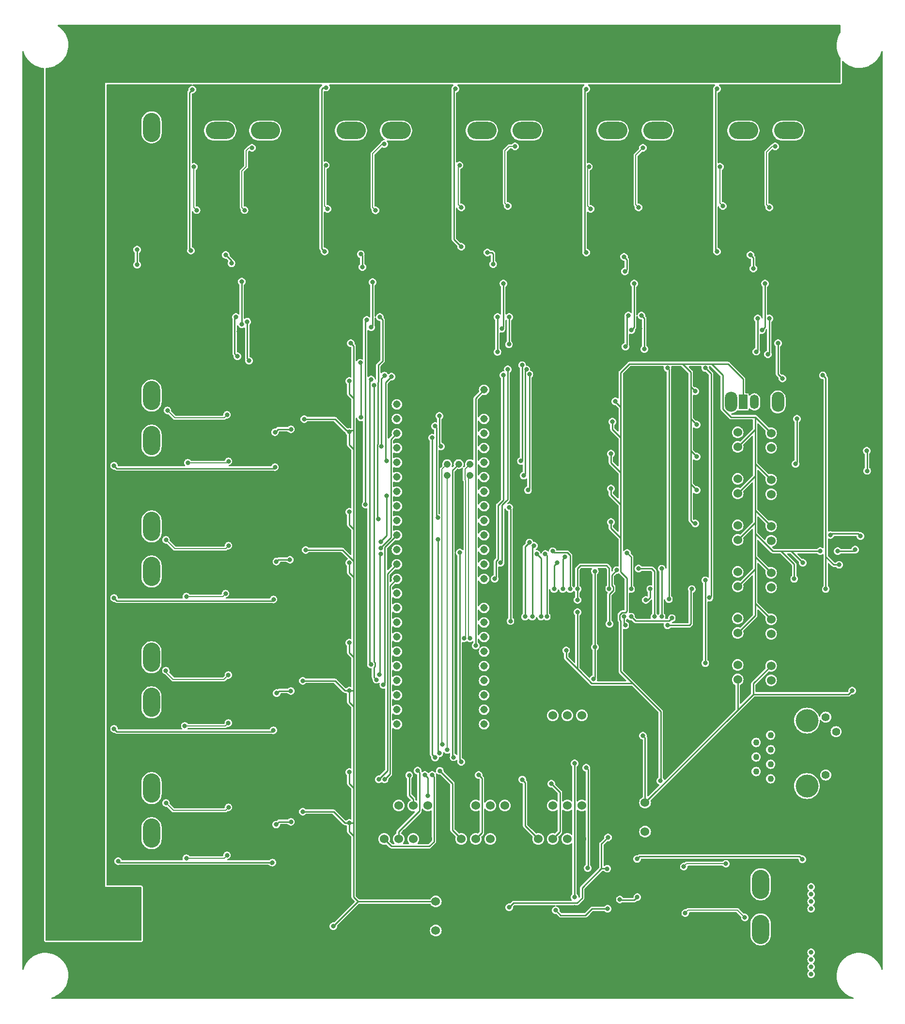
<source format=gbl>
G04 #@! TF.GenerationSoftware,KiCad,Pcbnew,7.0.7*
G04 #@! TF.CreationDate,2024-04-12T20:37:08-05:00*
G04 #@! TF.ProjectId,Armboard_Hardware,41726d62-6f61-4726-945f-486172647761,rev?*
G04 #@! TF.SameCoordinates,Original*
G04 #@! TF.FileFunction,Copper,L2,Bot*
G04 #@! TF.FilePolarity,Positive*
%FSLAX46Y46*%
G04 Gerber Fmt 4.6, Leading zero omitted, Abs format (unit mm)*
G04 Created by KiCad (PCBNEW 7.0.7) date 2024-04-12 20:37:08*
%MOMM*%
%LPD*%
G01*
G04 APERTURE LIST*
G04 #@! TA.AperFunction,ComponentPad*
%ADD10C,1.524000*%
G04 #@! TD*
G04 #@! TA.AperFunction,ComponentPad*
%ADD11R,1.600000X1.600000*%
G04 #@! TD*
G04 #@! TA.AperFunction,ComponentPad*
%ADD12C,1.600000*%
G04 #@! TD*
G04 #@! TA.AperFunction,ComponentPad*
%ADD13C,1.100000*%
G04 #@! TD*
G04 #@! TA.AperFunction,ComponentPad*
%ADD14C,1.400000*%
G04 #@! TD*
G04 #@! TA.AperFunction,ComponentPad*
%ADD15C,4.000000*%
G04 #@! TD*
G04 #@! TA.AperFunction,ComponentPad*
%ADD16C,2.000000*%
G04 #@! TD*
G04 #@! TA.AperFunction,ComponentPad*
%ADD17R,2.000000X2.000000*%
G04 #@! TD*
G04 #@! TA.AperFunction,ComponentPad*
%ADD18C,1.308000*%
G04 #@! TD*
G04 #@! TA.AperFunction,ComponentPad*
%ADD19C,1.208000*%
G04 #@! TD*
G04 #@! TA.AperFunction,ComponentPad*
%ADD20O,2.200000X3.500000*%
G04 #@! TD*
G04 #@! TA.AperFunction,ComponentPad*
%ADD21R,1.500000X2.500000*%
G04 #@! TD*
G04 #@! TA.AperFunction,ComponentPad*
%ADD22O,1.500000X2.500000*%
G04 #@! TD*
G04 #@! TA.AperFunction,ComponentPad*
%ADD23O,3.000000X5.100000*%
G04 #@! TD*
G04 #@! TA.AperFunction,ComponentPad*
%ADD24O,5.100000X3.000000*%
G04 #@! TD*
G04 #@! TA.AperFunction,ViaPad*
%ADD25C,0.800000*%
G04 #@! TD*
G04 #@! TA.AperFunction,Conductor*
%ADD26C,0.250000*%
G04 #@! TD*
G04 #@! TA.AperFunction,Conductor*
%ADD27C,0.200000*%
G04 #@! TD*
G04 APERTURE END LIST*
D10*
X87376000Y-155956000D03*
X89916000Y-155956000D03*
X92456000Y-155956000D03*
X94996000Y-155956000D03*
X94996000Y-155956000D03*
X154998305Y-107154000D03*
X154998305Y-109694000D03*
X149156305Y-125823000D03*
X149156305Y-123283000D03*
X154998305Y-123410000D03*
X154998305Y-125950000D03*
X154998305Y-115282000D03*
X154998305Y-117822000D03*
X100838000Y-155956000D03*
X103378000Y-155956000D03*
X105918000Y-155956000D03*
X108458000Y-155956000D03*
X108458000Y-155956000D03*
X132969000Y-160528000D03*
X132969000Y-157988000D03*
X132969000Y-155448000D03*
D11*
X30424000Y-145542000D03*
D12*
X26924000Y-145542000D03*
D10*
X114300000Y-140208000D03*
X116840000Y-140208000D03*
X119380000Y-140208000D03*
X121920000Y-140208000D03*
X121920000Y-140208000D03*
D13*
X154911305Y-151281000D03*
X152371305Y-150011000D03*
X154911305Y-148741000D03*
X152371305Y-147471000D03*
X154911305Y-146201000D03*
X152371305Y-144931000D03*
X154911305Y-143661000D03*
X152371305Y-142391000D03*
D14*
X166341305Y-153161000D03*
X164551305Y-150621000D03*
X166341305Y-143051000D03*
X164551305Y-140511000D03*
D15*
X161261305Y-152551000D03*
X161261305Y-141121000D03*
D16*
X158211305Y-154711000D03*
X158211305Y-138961000D03*
D10*
X121920000Y-161798000D03*
X119380000Y-161798000D03*
X116840000Y-161798000D03*
X114300000Y-161798000D03*
X114300000Y-161798000D03*
X149156305Y-133951000D03*
X149156305Y-131411000D03*
X154998305Y-99026000D03*
X154998305Y-101566000D03*
D17*
X31831677Y-172212000D03*
D16*
X26831677Y-172212000D03*
D11*
X29376380Y-99822000D03*
D12*
X26876380Y-99822000D03*
D10*
X108458000Y-161798000D03*
X105918000Y-161798000D03*
X103378000Y-161798000D03*
X100838000Y-161798000D03*
X100838000Y-161798000D03*
X149156305Y-101439000D03*
X149156305Y-98899000D03*
X149156305Y-109567000D03*
X149156305Y-107027000D03*
D11*
X29464000Y-122682000D03*
D12*
X26964000Y-122682000D03*
D10*
X96393000Y-177800000D03*
X96393000Y-175260000D03*
X96393000Y-172720000D03*
D18*
X89594000Y-85876000D03*
X89594000Y-88416000D03*
X89594000Y-90956000D03*
X89594000Y-93496000D03*
X89594000Y-118896000D03*
X104834000Y-88416000D03*
X89594000Y-96036000D03*
X89594000Y-98576000D03*
X89594000Y-101116000D03*
X89594000Y-103656000D03*
X89594000Y-106196000D03*
X89594000Y-108736000D03*
X89594000Y-111276000D03*
X89594000Y-113816000D03*
X89594000Y-116356000D03*
X104834000Y-116356000D03*
X104834000Y-113816000D03*
X104834000Y-111276000D03*
X104834000Y-108736000D03*
X104834000Y-106196000D03*
X104834000Y-103656000D03*
X104834000Y-101116000D03*
X104834000Y-98576000D03*
X104834000Y-96036000D03*
X104834000Y-93496000D03*
X104834000Y-90956000D03*
X89594000Y-121436000D03*
X89594000Y-123976000D03*
X89594000Y-126516000D03*
X89594000Y-129056000D03*
X89594000Y-131596000D03*
X89594000Y-134136000D03*
X89594000Y-136676000D03*
X89594000Y-139216000D03*
X89594000Y-141756000D03*
X104834000Y-141756000D03*
X104834000Y-139216000D03*
X104834000Y-136676000D03*
X104834000Y-134136000D03*
X104834000Y-131596000D03*
X104834000Y-129056000D03*
X104834000Y-126516000D03*
X104834000Y-123976000D03*
X104834000Y-121436000D03*
X89594000Y-83336000D03*
X104834000Y-118896000D03*
X104834000Y-85876000D03*
D19*
X100384000Y-98306000D03*
X100384000Y-96306000D03*
X102384000Y-96306000D03*
X102384000Y-98306000D03*
X98384000Y-98306000D03*
X98384000Y-96306000D03*
D18*
X104834000Y-83336000D03*
D10*
X114300000Y-155956000D03*
X116840000Y-155956000D03*
X119380000Y-155956000D03*
X121920000Y-155956000D03*
X121920000Y-155956000D03*
X149156305Y-93311000D03*
X149156305Y-90771000D03*
D20*
X147977305Y-85437000D03*
X156177305Y-85437000D03*
D21*
X150077305Y-85437000D03*
D22*
X152077305Y-85437000D03*
X154077305Y-85437000D03*
D10*
X154998305Y-90898000D03*
X154998305Y-93438000D03*
X154998305Y-131538000D03*
X154998305Y-134078000D03*
X94996000Y-161798000D03*
X92456000Y-161798000D03*
X89916000Y-161798000D03*
X87376000Y-161798000D03*
X87376000Y-161798000D03*
X149156305Y-117695000D03*
X149156305Y-115155000D03*
D23*
X46733000Y-45339000D03*
X46733000Y-37465000D03*
X46718800Y-137922000D03*
X46718800Y-130048000D03*
X46733000Y-160782000D03*
X46733000Y-152908000D03*
D24*
X48641000Y-177102800D03*
X40767000Y-177102800D03*
X58727500Y-38035200D03*
X66601500Y-38035200D03*
D23*
X46733000Y-92202000D03*
X46733000Y-84328000D03*
X153165000Y-169725380D03*
X153165000Y-177599380D03*
X46733000Y-115062000D03*
X46733000Y-107188000D03*
D24*
X104447380Y-38035200D03*
X112321380Y-38035200D03*
X150167380Y-38035200D03*
X158041380Y-38035200D03*
X81587380Y-38035200D03*
X89461380Y-38035200D03*
X127307380Y-38035200D03*
X135181380Y-38035200D03*
D25*
X58420000Y-138430000D03*
X149606000Y-49784000D03*
X58420000Y-129286000D03*
X78486000Y-165100000D03*
X55118000Y-152146000D03*
X132080000Y-46228000D03*
X110490000Y-46482000D03*
X156210000Y-49784000D03*
X169926000Y-113284000D03*
X133350000Y-49784000D03*
X72390000Y-91186000D03*
X63754000Y-169418000D03*
X55618500Y-46544200D03*
X90170000Y-46383200D03*
X147066000Y-46228000D03*
X79502000Y-144018000D03*
X54864000Y-164084000D03*
X76962000Y-168910000D03*
X119126000Y-159512000D03*
X58420000Y-160274000D03*
X148336000Y-46228000D03*
X64262000Y-70866000D03*
X58420000Y-130556000D03*
X122174000Y-69596000D03*
X132842000Y-121666000D03*
X124206000Y-49784000D03*
X58674000Y-155956000D03*
X54864000Y-129286000D03*
X67302500Y-50100200D03*
X54864000Y-118110000D03*
X54864000Y-115570000D03*
X110490000Y-50038000D03*
X58420000Y-164084000D03*
X66032500Y-50100200D03*
X54864000Y-140970000D03*
X103886000Y-50038000D03*
X54864000Y-161544000D03*
X58420000Y-131826000D03*
X135382000Y-85344000D03*
X117602000Y-69342000D03*
X144910000Y-168267500D03*
X58420000Y-133096000D03*
X74676000Y-80518000D03*
X141354000Y-168267500D03*
X132080000Y-72644000D03*
X140462000Y-68834000D03*
X117602000Y-65024000D03*
X111760000Y-46482000D03*
X135382000Y-97028000D03*
X80010000Y-148082000D03*
X101346000Y-50038000D03*
X53848000Y-169164000D03*
X81026000Y-110998000D03*
X91948000Y-83566000D03*
X135382000Y-91186000D03*
X68580000Y-79502000D03*
X168656000Y-70104000D03*
X58674000Y-152146000D03*
X58420000Y-162814000D03*
X148336000Y-49784000D03*
X161798000Y-59944000D03*
X141354000Y-169537500D03*
X86360000Y-46383200D03*
X55118000Y-93980000D03*
X67302500Y-46544200D03*
X55118000Y-86106000D03*
X54864000Y-130556000D03*
X125476000Y-49784000D03*
X154940000Y-46228000D03*
X144910000Y-177665500D03*
X73660000Y-165100000D03*
X54864000Y-107696000D03*
X157734000Y-109474000D03*
X134620000Y-157988000D03*
X168402000Y-102108000D03*
X54864000Y-131826000D03*
X78994000Y-121158000D03*
X126746000Y-49784000D03*
X160782000Y-99568000D03*
X69088000Y-82042000D03*
X80264000Y-134112000D03*
X128016000Y-156210000D03*
X144272000Y-68834000D03*
X122428000Y-128270000D03*
X94234000Y-70104000D03*
X141354000Y-176395500D03*
X132080000Y-49784000D03*
X58158500Y-46544200D03*
X58420000Y-107696000D03*
X116586000Y-59944000D03*
X59428500Y-50100200D03*
X127508000Y-149606000D03*
X55118000Y-91440000D03*
X106680000Y-85852000D03*
X58420000Y-114300000D03*
X128016000Y-46228000D03*
X109220000Y-50038000D03*
X58674000Y-153416000D03*
X50673000Y-172847000D03*
X120142000Y-97282000D03*
X135382000Y-102870000D03*
X61976000Y-73152000D03*
X98806000Y-70612000D03*
X121412000Y-65024000D03*
X90932000Y-160528000D03*
X73660000Y-101092000D03*
X86106000Y-72898000D03*
X63492500Y-46544200D03*
X54864000Y-106426000D03*
X106680000Y-157226000D03*
X63492500Y-50100200D03*
X87630000Y-46383200D03*
X135382000Y-108966000D03*
X126746000Y-46228000D03*
X145542000Y-140462000D03*
X54864000Y-139700000D03*
X81026000Y-49685200D03*
X98806000Y-66040000D03*
X58674000Y-95250000D03*
X55118000Y-87376000D03*
X127762000Y-122936000D03*
X78486000Y-49685200D03*
X73914000Y-120904000D03*
X78232000Y-97282000D03*
X102616000Y-50038000D03*
X58674000Y-91440000D03*
X90170000Y-49685200D03*
X120650000Y-173736000D03*
X149606000Y-46228000D03*
X82296000Y-49685200D03*
X113030000Y-46482000D03*
X68580000Y-104648000D03*
X81026000Y-46383200D03*
X82296000Y-46383200D03*
X165862000Y-129032000D03*
X59690000Y-64516000D03*
X86868000Y-175514000D03*
X78994000Y-124714000D03*
X74676000Y-148082000D03*
X120142000Y-108966000D03*
X58674000Y-87376000D03*
X120142000Y-181102000D03*
X128016000Y-49784000D03*
X70866000Y-65024000D03*
X88900000Y-49685200D03*
X58420000Y-108966000D03*
X141354000Y-166997500D03*
X150876000Y-46228000D03*
X113030000Y-50038000D03*
X120142000Y-85344000D03*
X110236000Y-72136000D03*
X135890000Y-46228000D03*
X54864000Y-116840000D03*
X54864000Y-160274000D03*
X55118000Y-83566000D03*
X141986000Y-138938000D03*
X58674000Y-154686000D03*
X126492000Y-182118000D03*
X76454000Y-69596000D03*
X58674000Y-83566000D03*
X141354000Y-170807500D03*
X133350000Y-46228000D03*
X75438000Y-181102000D03*
X161036000Y-92964000D03*
X58674000Y-93980000D03*
X55118000Y-95250000D03*
X73406000Y-124460000D03*
X91186000Y-175260000D03*
X70866000Y-69596000D03*
X144780000Y-65024000D03*
X122682000Y-124206000D03*
X140716000Y-65024000D03*
X56888500Y-50100200D03*
X58420000Y-110236000D03*
X55118000Y-84836000D03*
X55118000Y-154686000D03*
X72898000Y-104140000D03*
X123190000Y-132588000D03*
X133096000Y-112776000D03*
X110744000Y-118110000D03*
X163830000Y-65024000D03*
X168402000Y-99822000D03*
X155702000Y-72390000D03*
X77978000Y-101346000D03*
X169164000Y-104394000D03*
X154178000Y-82296000D03*
X103886000Y-46482000D03*
X73914000Y-144018000D03*
X99314000Y-175260000D03*
X93472000Y-60198000D03*
X101346000Y-46482000D03*
X102616000Y-46482000D03*
X58674000Y-84836000D03*
X58420000Y-139700000D03*
X58158500Y-50100200D03*
X54864000Y-108966000D03*
X54864000Y-138430000D03*
X164084000Y-122936000D03*
X154940000Y-49784000D03*
X55118000Y-155956000D03*
X169418000Y-65278000D03*
X55618500Y-50100200D03*
X72644000Y-168910000D03*
X64762500Y-46544200D03*
X58420000Y-106426000D03*
X72390000Y-136906000D03*
X88900000Y-46383200D03*
X64762500Y-50100200D03*
X58420000Y-140970000D03*
X54864000Y-137160000D03*
X105156000Y-46482000D03*
X144272000Y-121158000D03*
X124206000Y-164846000D03*
X141354000Y-178935500D03*
X58420000Y-115570000D03*
X165608000Y-112522000D03*
X54864000Y-133096000D03*
X156718000Y-94488000D03*
X138684000Y-60452000D03*
X124206000Y-46228000D03*
X141354000Y-175125500D03*
X54610000Y-68326000D03*
X125984000Y-128270000D03*
X58420000Y-137160000D03*
X57404000Y-181864000D03*
X55118000Y-153416000D03*
X144910000Y-176395500D03*
X58420000Y-116840000D03*
X134620000Y-46228000D03*
X59428500Y-46544200D03*
X144910000Y-178935500D03*
X144910000Y-170807500D03*
X58674000Y-92710000D03*
X157480000Y-46228000D03*
X58420000Y-118110000D03*
X55118000Y-92710000D03*
X54864000Y-110236000D03*
X144910000Y-169537500D03*
X135890000Y-49784000D03*
X158750000Y-49784000D03*
X68834000Y-150622000D03*
X108712000Y-132842000D03*
X120142000Y-102870000D03*
X85344000Y-156464000D03*
X54864000Y-114300000D03*
X144910000Y-175125500D03*
X80010000Y-156972000D03*
X141478000Y-112776000D03*
X66032500Y-46544200D03*
X150876000Y-49784000D03*
X157480000Y-49784000D03*
X105156000Y-50038000D03*
X111760000Y-50038000D03*
X68580000Y-127762000D03*
X103378000Y-160020000D03*
X79756000Y-49685200D03*
X120142000Y-91186000D03*
X80264000Y-88392000D03*
X125476000Y-46228000D03*
X73406000Y-97790000D03*
X58420000Y-161544000D03*
X78486000Y-46383200D03*
X79756000Y-46383200D03*
X76454000Y-65024000D03*
X156210000Y-46228000D03*
X58674000Y-86106000D03*
X70358000Y-61722000D03*
X94234000Y-66040000D03*
X147066000Y-49784000D03*
X72390000Y-159766000D03*
X86360000Y-49685200D03*
X141354000Y-177665500D03*
X144910000Y-166997500D03*
X56888500Y-46544200D03*
X130556000Y-128270000D03*
X163068000Y-70358000D03*
X87630000Y-49685200D03*
X54864000Y-162814000D03*
X158750000Y-46228000D03*
X134620000Y-49784000D03*
X109220000Y-46482000D03*
X169164000Y-135890000D03*
X103378000Y-128016000D03*
X132588000Y-143764000D03*
X124206000Y-24892000D03*
X164592000Y-24892000D03*
X37846000Y-90223380D03*
X37592000Y-131572000D03*
X37846000Y-103177380D03*
X37846000Y-145087380D03*
X153162000Y-29210000D03*
X158496000Y-24892000D03*
X32447000Y-163954500D03*
X37846000Y-126037380D03*
X161990200Y-170180000D03*
X105156000Y-29210000D03*
X37846000Y-91493380D03*
X112522000Y-24892000D03*
X126492000Y-161528500D03*
X37846000Y-112067380D03*
X83566000Y-29210000D03*
X139192000Y-29210000D03*
X37084000Y-153162000D03*
X154432000Y-29210000D03*
X32512000Y-129794000D03*
X127762000Y-29210000D03*
X144526000Y-28702000D03*
X37846000Y-113337380D03*
X82296000Y-29210000D03*
X37084000Y-85852000D03*
X37846000Y-136197380D03*
X73152000Y-29210000D03*
X37846000Y-101907380D03*
X161990200Y-171450000D03*
X37846000Y-80317380D03*
X37846000Y-110797380D03*
X117602000Y-29210000D03*
X52832000Y-28448000D03*
X37846000Y-159057380D03*
X86106000Y-29210000D03*
X98806000Y-28194000D03*
X63246000Y-29210000D03*
X161990200Y-182880000D03*
X94742000Y-29210000D03*
X59436000Y-29210000D03*
X37592000Y-108966000D03*
X101092000Y-24892000D03*
X32512000Y-84074000D03*
X130302000Y-29210000D03*
X37846000Y-99367380D03*
X93472000Y-29210000D03*
X60706000Y-29210000D03*
X141732000Y-29210000D03*
X131572000Y-29210000D03*
X37846000Y-123497380D03*
X89662000Y-24892000D03*
X140462000Y-29210000D03*
X37846000Y-146357380D03*
X37846000Y-147627380D03*
X161990200Y-173990000D03*
X161990200Y-185420000D03*
X37846000Y-114607380D03*
X37846000Y-124767380D03*
X37846000Y-77777380D03*
X97282000Y-29210000D03*
X75946000Y-28702000D03*
X43688000Y-172974000D03*
X37846000Y-148897380D03*
X37846000Y-122227380D03*
X164592000Y-29210000D03*
X161990200Y-181610000D03*
X106426000Y-29210000D03*
X37846000Y-160327380D03*
X61976000Y-29210000D03*
X163322000Y-29210000D03*
X78232000Y-24892000D03*
X161990200Y-172720000D03*
X37592000Y-120650000D03*
X37846000Y-88953380D03*
X151892000Y-29210000D03*
X37846000Y-87683380D03*
X165862000Y-29210000D03*
X146812000Y-24892000D03*
X37592000Y-97790000D03*
X32258000Y-59690000D03*
X150622000Y-29210000D03*
X37846000Y-76507380D03*
X108966000Y-29210000D03*
X74422000Y-29210000D03*
X120142000Y-29210000D03*
X161990200Y-184150000D03*
X37846000Y-137467380D03*
X32512000Y-106934000D03*
X135636000Y-24892000D03*
X37338000Y-143510000D03*
X37846000Y-100637380D03*
X121666000Y-28702000D03*
X118872000Y-29210000D03*
X37846000Y-156517380D03*
X32512000Y-95504000D03*
X32447000Y-152651500D03*
X84836000Y-29210000D03*
X37846000Y-79047380D03*
X129032000Y-29210000D03*
X71882000Y-29210000D03*
X67056000Y-24892000D03*
X143002000Y-29210000D03*
X70612000Y-29210000D03*
X37846000Y-157787380D03*
X107696000Y-29210000D03*
X96012000Y-29210000D03*
X109220000Y-173736000D03*
X116332000Y-29210000D03*
X162052000Y-29210000D03*
X126368000Y-166997500D03*
X32512000Y-141224000D03*
X32512000Y-118364000D03*
X37846000Y-134927380D03*
X37846000Y-133657380D03*
X73406000Y-88445380D03*
X163576000Y-111506000D03*
X127254000Y-88900000D03*
X141986000Y-94996000D03*
X81280000Y-150114000D03*
X81280000Y-104648000D03*
X130556000Y-72898000D03*
X107912500Y-72659331D03*
X117348000Y-174244000D03*
X73152000Y-134165380D03*
X81280000Y-113538000D03*
X126430200Y-173990120D03*
X108204000Y-64770000D03*
X62484000Y-71882000D03*
X153924000Y-64770000D03*
X81280000Y-135890000D03*
X85090000Y-72390000D03*
X133096000Y-120033500D03*
X127000000Y-94488000D03*
X141732000Y-83566000D03*
X141986000Y-100838000D03*
X85344000Y-64516000D03*
X81534000Y-75184000D03*
X141986000Y-89408000D03*
X121158000Y-122174000D03*
X159027077Y-116355077D03*
X81280000Y-127508000D03*
X81280000Y-159004000D03*
X81280000Y-81788000D03*
X119182498Y-128839500D03*
X73152000Y-157025380D03*
X160528000Y-113538000D03*
X127000000Y-100584000D03*
X169682805Y-111252000D03*
X153378500Y-72898000D03*
X131064000Y-64770000D03*
X121158000Y-118134500D03*
X166624000Y-111506000D03*
X81280000Y-90678000D03*
X135636000Y-151638000D03*
X127000000Y-106426000D03*
X78486000Y-177038000D03*
X133871500Y-118134500D03*
X126691000Y-118055000D03*
X73660000Y-111305380D03*
X121158000Y-120033500D03*
X62484000Y-64417200D03*
X127762000Y-85344000D03*
X141732000Y-106680000D03*
X93218000Y-149860000D03*
X95758000Y-150622000D03*
X103886000Y-150622000D03*
X97099021Y-149897500D03*
X116586000Y-152146000D03*
X111506000Y-151421500D03*
X91747500Y-150659500D03*
X94488000Y-150622000D03*
X94996000Y-154278500D03*
X171704000Y-93980000D03*
X171784805Y-97488502D03*
X159512000Y-88392000D03*
X159258000Y-96266000D03*
X170602302Y-108880302D03*
X165354000Y-108677500D03*
X95758000Y-91694000D03*
X96266000Y-147574000D03*
X99500000Y-147535500D03*
X98384000Y-146241500D03*
X97505000Y-145288000D03*
X101329000Y-126746000D03*
X102379000Y-126746000D03*
X156210000Y-75184000D03*
X156972000Y-81344695D03*
X61722000Y-77470000D03*
X61468000Y-70612000D03*
X60690201Y-61216999D03*
X59682500Y-59759700D03*
X83566000Y-61877200D03*
X84111500Y-103378000D03*
X83307701Y-59628700D03*
X84328000Y-71120000D03*
X85064000Y-131318000D03*
X107182305Y-76702305D03*
X85090000Y-81534000D03*
X105410000Y-59337200D03*
X107188000Y-70612000D03*
X106421701Y-61373499D03*
X87426657Y-80822657D03*
X129440380Y-62639200D03*
X130048000Y-70358000D03*
X86905500Y-93218000D03*
X129286000Y-60099200D03*
X129540000Y-75768500D03*
X152400000Y-76668500D03*
X152654000Y-70866000D03*
X151389501Y-59761250D03*
X108204000Y-80772000D03*
X106680000Y-116332000D03*
X151894880Y-62131200D03*
X120650000Y-148590000D03*
X100838000Y-148322500D03*
X131609000Y-171958120D03*
X128561000Y-172366500D03*
X100588500Y-111760000D03*
X120650000Y-171958000D03*
X96774000Y-105664000D03*
X71083000Y-90223380D03*
X68289000Y-90731380D03*
X96266000Y-89662000D03*
X68538701Y-113333081D03*
X70910489Y-113010489D03*
X86767500Y-110940894D03*
X68583234Y-136307215D03*
X71068800Y-135943380D03*
X87217500Y-134874000D03*
X87440500Y-151384000D03*
X68496326Y-159272160D03*
X71083000Y-158803380D03*
X63430364Y-71420424D03*
X83312000Y-88161500D03*
X63754000Y-78232000D03*
X83203750Y-78594250D03*
X86360000Y-105918000D03*
X86614000Y-70612000D03*
X109183137Y-75373662D03*
X85560500Y-82550000D03*
X86042156Y-133977385D03*
X109220000Y-70612000D03*
X87835302Y-95758000D03*
X88646000Y-81026000D03*
X132334000Y-70358000D03*
X132842000Y-76200000D03*
X108966000Y-79756000D03*
X154686000Y-70866000D03*
X154432000Y-77118500D03*
X107696000Y-113538000D03*
X96780500Y-109474000D03*
X122936000Y-166878000D03*
X97020184Y-146820786D03*
X122682000Y-149352000D03*
X97282000Y-93218000D03*
X97028000Y-87884000D03*
X86813092Y-109855913D03*
X87835302Y-101854000D03*
X86513500Y-133096000D03*
X86767500Y-112014000D03*
X86440997Y-151384000D03*
X44196000Y-58836500D03*
X44196000Y-61468000D03*
X53594000Y-58990200D03*
X53848000Y-30875000D03*
X77216000Y-30508000D03*
X76963764Y-59163499D03*
X99822000Y-30734000D03*
X100838000Y-58321200D03*
X122682000Y-59337200D03*
X122682000Y-30762000D03*
X145543764Y-59163499D03*
X145542000Y-30734000D03*
X131572000Y-165278500D03*
X160466200Y-165354000D03*
X40160000Y-96573380D03*
X68289000Y-96827380D03*
X40160000Y-119687380D03*
X68035000Y-119941380D03*
X40160000Y-142547380D03*
X68020800Y-142801380D03*
X67861304Y-165917119D03*
X40894000Y-165661380D03*
X113260000Y-122960000D03*
X113583636Y-110560424D03*
X114046000Y-112014000D03*
X114784000Y-122960000D03*
X115528989Y-112014000D03*
X115800000Y-122960000D03*
X111990000Y-122960000D03*
X112752000Y-110006000D03*
X119864000Y-118134000D03*
X116816000Y-111530000D03*
X118989451Y-112508500D03*
X118594000Y-118134000D03*
X117070000Y-118134000D03*
X117578000Y-113562000D03*
X129833916Y-111820317D03*
X130532000Y-118134000D03*
X127992000Y-114832000D03*
X126746000Y-124206000D03*
X164043305Y-80796000D03*
X112507305Y-100862000D03*
X166878000Y-113887500D03*
X164551305Y-118134000D03*
X112761305Y-80617500D03*
X109220000Y-103886000D03*
X109450353Y-123730951D03*
X136891305Y-79526000D03*
X137136000Y-119912000D03*
X111745305Y-98322000D03*
X112242945Y-79762920D03*
X111274805Y-95758000D03*
X144219805Y-119658000D03*
X143495305Y-79526000D03*
X111491305Y-79018000D03*
X124191305Y-115011500D03*
X124206000Y-128270000D03*
X123937305Y-133882000D03*
X143495305Y-131088000D03*
X143495305Y-116610000D03*
X134596000Y-122960000D03*
X131826000Y-114554000D03*
X137644000Y-123214000D03*
X130532000Y-122960500D03*
X141141500Y-118134000D03*
X136882000Y-124484000D03*
X129266299Y-122955701D03*
X129516000Y-124484000D03*
X135866000Y-122960000D03*
X135866000Y-114578000D03*
X54602500Y-51943200D03*
X54102000Y-44351200D03*
X62984500Y-51943200D03*
X64262000Y-41049200D03*
X77470000Y-51717200D03*
X77178500Y-44097200D03*
X87376000Y-40386000D03*
X85852000Y-51971200D03*
X100838000Y-51463200D03*
X100546500Y-44097200D03*
X110236000Y-40795200D03*
X108966000Y-51209200D03*
X123152500Y-44351200D03*
X123444000Y-51717200D03*
X132588000Y-41049200D03*
X131826000Y-51463200D03*
X146050000Y-44351200D03*
X146558000Y-51209200D03*
X154686000Y-51463200D03*
X155702000Y-40795200D03*
X147103000Y-166116120D03*
X139737000Y-166624120D03*
X139991000Y-174752120D03*
X150405000Y-175514120D03*
X60161000Y-95811380D03*
X53049000Y-96065380D03*
X59907000Y-87683380D03*
X49493000Y-86921380D03*
X52795000Y-119433380D03*
X59653000Y-118925380D03*
X49239000Y-109527380D03*
X60161000Y-110543380D03*
X60146800Y-141531380D03*
X52526800Y-142039380D03*
X60146800Y-133149380D03*
X49224800Y-132387380D03*
X59907000Y-164645380D03*
X52795000Y-165153380D03*
X49239000Y-155501380D03*
X60161000Y-156263380D03*
D26*
X149161500Y-139255500D02*
X151892000Y-136525000D01*
X151892000Y-134644305D02*
X154998305Y-131538000D01*
X151892000Y-136525000D02*
X168529000Y-136525000D01*
X103378000Y-128016000D02*
X103378000Y-84792000D01*
X132969000Y-144145000D02*
X132969000Y-155448000D01*
X132969000Y-155448000D02*
X149161500Y-139255500D01*
X103378000Y-84792000D02*
X104834000Y-83336000D01*
X149156305Y-133951000D02*
X149156305Y-139250305D01*
X151892000Y-136525000D02*
X151892000Y-134644305D01*
X149156305Y-139250305D02*
X149161500Y-139255500D01*
X168529000Y-136525000D02*
X169164000Y-135890000D01*
X132588000Y-143764000D02*
X132969000Y-144145000D01*
X125352000Y-166965848D02*
X126336348Y-166965848D01*
X121989870Y-172089755D02*
X121989870Y-170327978D01*
X109982000Y-172974000D02*
X121105625Y-172974000D01*
X121105625Y-172974000D02*
X121989870Y-172089755D01*
X126492000Y-161528500D02*
X125352000Y-162668500D01*
X109220000Y-173736000D02*
X109982000Y-172974000D01*
X125352000Y-162668500D02*
X125352000Y-166965848D01*
X126336348Y-166965848D02*
X126368000Y-166997500D01*
X121989870Y-170327978D02*
X125352000Y-166965848D01*
X159027077Y-116355077D02*
X159027077Y-113815077D01*
X121158000Y-122174000D02*
X121158000Y-132128000D01*
X140970000Y-106172000D02*
X140970000Y-99568000D01*
X128717000Y-97790000D02*
X128717000Y-103378000D01*
X152192153Y-112475848D02*
X152192153Y-112014000D01*
X119182498Y-130152498D02*
X121642000Y-132612000D01*
X129794000Y-116209305D02*
X129794000Y-122003305D01*
X152192153Y-98403152D02*
X152192153Y-98044000D01*
X140970000Y-82804000D02*
X140970000Y-82296000D01*
X152192153Y-98044000D02*
X152192153Y-103886000D01*
X81280000Y-90678000D02*
X81280000Y-92964000D01*
X141732000Y-83566000D02*
X140970000Y-82804000D01*
X150077305Y-81416720D02*
X150077305Y-85437000D01*
X153924000Y-64770000D02*
X153924000Y-72352500D01*
X149156305Y-109567000D02*
X152192153Y-106531152D01*
X133096000Y-120033500D02*
X133458500Y-120033500D01*
X155273054Y-111506000D02*
X156718000Y-111506000D01*
X127000000Y-94488000D02*
X127000000Y-96073000D01*
X73152000Y-157025380D02*
X78539380Y-157025380D01*
X62484000Y-71783200D02*
X62484000Y-64417200D01*
X143764000Y-78801000D02*
X147461585Y-78801000D01*
X159027077Y-113815077D02*
X156718000Y-111506000D01*
X82042000Y-138684000D02*
X82042000Y-152908000D01*
X158496000Y-111506000D02*
X163576000Y-111506000D01*
X82042000Y-84074000D02*
X82042000Y-84836000D01*
X128541299Y-123499994D02*
X128717000Y-123675695D01*
X152192153Y-96219848D02*
X152192153Y-95758000D01*
X128717000Y-86360000D02*
X128717000Y-91694000D01*
X127762000Y-85405000D02*
X128717000Y-86360000D01*
X82042000Y-130048000D02*
X82042000Y-135890000D01*
X82042000Y-135890000D02*
X82042000Y-138684000D01*
X154998305Y-107154000D02*
X152192153Y-104347848D01*
X152192153Y-120603848D02*
X152192153Y-120396000D01*
X140970000Y-99568000D02*
X140970000Y-93980000D01*
X122558000Y-175125500D02*
X123693380Y-173990120D01*
X152192153Y-95758000D02*
X152192153Y-98044000D01*
X140970000Y-93980000D02*
X140970000Y-88138000D01*
X141986000Y-94996000D02*
X140970000Y-93980000D01*
X82042000Y-161290000D02*
X82042000Y-171958000D01*
X81280000Y-113538000D02*
X81280000Y-115316000D01*
X133858000Y-118148000D02*
X133871500Y-118134500D01*
X152192153Y-88091847D02*
X154998305Y-90898000D01*
X117348000Y-174244000D02*
X118229500Y-175125500D01*
X127000000Y-96073000D02*
X128717000Y-97790000D01*
X82042000Y-107696000D02*
X82042000Y-113284000D01*
X152192153Y-112014000D02*
X152192153Y-114554000D01*
X152192153Y-106426000D02*
X152192153Y-112014000D01*
X128717000Y-80325000D02*
X128717000Y-86360000D01*
X80518000Y-159004000D02*
X82042000Y-159004000D01*
X127000000Y-106426000D02*
X127000000Y-107503000D01*
X81534000Y-75184000D02*
X82042000Y-75692000D01*
X78793380Y-88445380D02*
X80772000Y-90424000D01*
X140970000Y-99822000D02*
X140970000Y-99568000D01*
X82042000Y-84836000D02*
X82042000Y-90424000D01*
X128717000Y-132527000D02*
X130797000Y-134607000D01*
X140970000Y-82296000D02*
X140970000Y-80264000D01*
X121158000Y-132128000D02*
X121642000Y-132612000D01*
X81280000Y-135890000D02*
X81280000Y-137922000D01*
X133858000Y-119634000D02*
X133858000Y-118148000D01*
X153924000Y-72352500D02*
X153378500Y-72898000D01*
X108204000Y-72367831D02*
X107912500Y-72659331D01*
X81280000Y-152146000D02*
X82042000Y-152908000D01*
X121666000Y-114046000D02*
X121158000Y-114554000D01*
X62484000Y-71783200D02*
X62484000Y-71882000D01*
X129566604Y-122230701D02*
X128965994Y-122230701D01*
X78793380Y-134165380D02*
X80518000Y-135890000D01*
X118229500Y-175125500D02*
X122558000Y-175125500D01*
X78539380Y-157025380D02*
X80518000Y-159004000D01*
X128717000Y-115132305D02*
X129794000Y-116209305D01*
X81280000Y-104648000D02*
X81280000Y-106934000D01*
X82042000Y-159004000D02*
X82042000Y-161290000D01*
X81280000Y-129286000D02*
X82042000Y-130048000D01*
X147461585Y-78801000D02*
X150077305Y-81416720D01*
X149156305Y-101439000D02*
X152192153Y-98403152D01*
X119182498Y-128839500D02*
X119182498Y-130152498D01*
X154998305Y-115282000D02*
X152192153Y-112475848D01*
X81280000Y-92964000D02*
X82042000Y-93726000D01*
X130241000Y-78801000D02*
X128717000Y-80325000D01*
X154998305Y-123410000D02*
X152192153Y-120603848D01*
X81280000Y-106934000D02*
X82042000Y-107696000D01*
X123637000Y-134607000D02*
X121642000Y-132612000D01*
X80518000Y-135890000D02*
X82042000Y-135890000D01*
X135636000Y-151638000D02*
X135707000Y-151567000D01*
X127000000Y-101661000D02*
X128717000Y-103378000D01*
X149156305Y-93311000D02*
X152192153Y-90275152D01*
X128717000Y-123675695D02*
X128717000Y-132527000D01*
X149156305Y-117695000D02*
X152192153Y-114659152D01*
X152192153Y-120396000D02*
X152192153Y-122787152D01*
X127254000Y-88900000D02*
X127254000Y-90231000D01*
X85344000Y-64516000D02*
X85344000Y-72136000D01*
X127254000Y-90231000D02*
X128717000Y-91694000D01*
X141986000Y-100838000D02*
X140970000Y-99822000D01*
X123693380Y-173990120D02*
X126430200Y-173990120D01*
X147966898Y-88091847D02*
X146552305Y-86677254D01*
X82042000Y-113284000D02*
X82042000Y-116078000D01*
X121158000Y-114554000D02*
X121158000Y-118134500D01*
X140970000Y-88392000D02*
X140970000Y-88138000D01*
X152192153Y-114554000D02*
X152192153Y-120396000D01*
X135707000Y-151567000D02*
X135707000Y-139517000D01*
X146558000Y-80772000D02*
X144587000Y-78801000D01*
X141986000Y-89408000D02*
X140970000Y-88392000D01*
X127000000Y-107503000D02*
X128717000Y-109220000D01*
X141732000Y-106680000D02*
X141478000Y-106680000D01*
X131064000Y-64770000D02*
X131064000Y-72390000D01*
X152192153Y-89662000D02*
X152192153Y-95758000D01*
X82042000Y-152908000D02*
X82042000Y-159004000D01*
X146552305Y-80777695D02*
X146558000Y-80772000D01*
X127762000Y-85344000D02*
X127762000Y-85405000D01*
X126691000Y-118055000D02*
X126691000Y-114499000D01*
X152192153Y-106531152D02*
X152192153Y-108425099D01*
X152192153Y-88091847D02*
X147966898Y-88091847D01*
X131064000Y-72390000D02*
X130556000Y-72898000D01*
X126691000Y-114499000D02*
X126238000Y-114046000D01*
X128717000Y-109220000D02*
X128717000Y-115132305D01*
X139507000Y-78801000D02*
X130241000Y-78801000D01*
X96393000Y-172720000D02*
X82804000Y-172720000D01*
X154998305Y-99026000D02*
X152192153Y-96219848D01*
X80772000Y-90424000D02*
X82042000Y-90424000D01*
X121158000Y-120033500D02*
X121158000Y-118134500D01*
X152192153Y-122787152D02*
X149156305Y-125823000D01*
X140970000Y-88138000D02*
X140970000Y-82296000D01*
X81280000Y-81788000D02*
X81280000Y-84074000D01*
X146552305Y-86677254D02*
X146552305Y-80777695D01*
X108204000Y-64770000D02*
X108204000Y-72367831D01*
X73660000Y-111305380D02*
X80063380Y-111305380D01*
X128717000Y-91694000D02*
X128717000Y-97790000D01*
X82042000Y-90424000D02*
X82042000Y-93726000D01*
X130797000Y-134607000D02*
X123637000Y-134607000D01*
X144587000Y-78801000D02*
X143764000Y-78801000D01*
X126691000Y-118055000D02*
X126691000Y-118165000D01*
X82804000Y-172720000D02*
X78486000Y-177038000D01*
X169428805Y-111506000D02*
X169682805Y-111252000D01*
X128541299Y-122655396D02*
X128541299Y-123499994D01*
X152192153Y-106531152D02*
X152192153Y-106426000D01*
X73406000Y-88445380D02*
X78793380Y-88445380D01*
X82042000Y-75692000D02*
X82042000Y-84074000D01*
X152192153Y-108425099D02*
X155273054Y-111506000D01*
X81280000Y-115316000D02*
X82042000Y-116078000D01*
X139507000Y-78801000D02*
X143764000Y-78801000D01*
X128717000Y-103378000D02*
X128717000Y-109220000D01*
X156718000Y-111506000D02*
X156898000Y-111506000D01*
X82042000Y-171958000D02*
X82804000Y-172720000D01*
X85344000Y-72136000D02*
X85090000Y-72390000D01*
X81280000Y-84074000D02*
X82042000Y-84836000D01*
X160528000Y-113538000D02*
X158496000Y-111506000D01*
X152192153Y-103886000D02*
X152192153Y-106426000D01*
X82042000Y-116078000D02*
X82042000Y-130048000D01*
X133458500Y-120033500D02*
X133858000Y-119634000D01*
X152192153Y-114659152D02*
X152192153Y-114554000D01*
X140970000Y-80264000D02*
X139507000Y-78801000D01*
X156898000Y-111506000D02*
X158496000Y-111506000D01*
X81280000Y-160528000D02*
X82042000Y-161290000D01*
X152192153Y-90275152D02*
X152192153Y-89662000D01*
X81280000Y-159004000D02*
X81280000Y-160528000D01*
X80063380Y-111305380D02*
X82042000Y-113284000D01*
X81280000Y-150114000D02*
X81280000Y-152146000D01*
X152192153Y-88091847D02*
X152192153Y-89662000D01*
X152192153Y-104347848D02*
X152192153Y-103886000D01*
X126238000Y-114046000D02*
X121666000Y-114046000D01*
X128965994Y-122230701D02*
X128541299Y-122655396D01*
X135707000Y-139517000D02*
X130797000Y-134607000D01*
X127000000Y-100584000D02*
X127000000Y-101661000D01*
X141478000Y-106680000D02*
X140970000Y-106172000D01*
X82042000Y-93726000D02*
X82042000Y-107696000D01*
X81280000Y-137922000D02*
X82042000Y-138684000D01*
X81280000Y-127508000D02*
X81280000Y-129286000D01*
X129794000Y-122003305D02*
X129566604Y-122230701D01*
X166624000Y-111506000D02*
X169428805Y-111506000D01*
X73152000Y-134165380D02*
X78793380Y-134165380D01*
X89916000Y-160518695D02*
X93543000Y-156891695D01*
X93543000Y-150185000D02*
X93218000Y-149860000D01*
X93543000Y-156891695D02*
X93543000Y-150185000D01*
X89916000Y-161798000D02*
X89916000Y-160518695D01*
X96083000Y-150947000D02*
X96083000Y-162248251D01*
X95758000Y-150622000D02*
X96083000Y-150947000D01*
X88646000Y-163068000D02*
X87376000Y-161798000D01*
X95263251Y-163068000D02*
X88646000Y-163068000D01*
X96083000Y-162248251D02*
X95263251Y-163068000D01*
X104465000Y-151201000D02*
X103886000Y-150622000D01*
X103378000Y-161798000D02*
X104465000Y-160711000D01*
X104465000Y-160711000D02*
X104465000Y-151201000D01*
X99314000Y-160274000D02*
X100838000Y-161798000D01*
X97099021Y-149897500D02*
X99314000Y-152112479D01*
X99314000Y-152112479D02*
X99314000Y-160274000D01*
X118109765Y-160528235D02*
X116840000Y-161798000D01*
X118109765Y-153669765D02*
X118109765Y-160528235D01*
X116586000Y-152146000D02*
X118109765Y-153669765D01*
X112014000Y-151929500D02*
X112014000Y-159512000D01*
X111506000Y-151421500D02*
X112014000Y-151929500D01*
X112014000Y-159512000D02*
X114300000Y-161798000D01*
X91747500Y-150659500D02*
X91747500Y-154124500D01*
X92456000Y-154833000D02*
X91747500Y-154124500D01*
X92456000Y-155956000D02*
X92456000Y-154833000D01*
X94996000Y-151130000D02*
X94996000Y-154278500D01*
X94488000Y-150622000D02*
X94996000Y-151130000D01*
X171704000Y-93980000D02*
X171784805Y-94060805D01*
X171784805Y-94060805D02*
X171784805Y-97488502D01*
X159512000Y-88392000D02*
X159512000Y-96012000D01*
X159512000Y-96012000D02*
X159258000Y-96266000D01*
X170602302Y-108880302D02*
X170180000Y-108458000D01*
X170180000Y-108458000D02*
X165573500Y-108458000D01*
X165573500Y-108458000D02*
X165354000Y-108677500D01*
X95758000Y-147066000D02*
X95758000Y-91694000D01*
X96266000Y-147574000D02*
X95758000Y-147066000D01*
X99313000Y-97377000D02*
X100384000Y-96306000D01*
X99500000Y-147535500D02*
X99313000Y-147348500D01*
X99313000Y-147348500D02*
X99313000Y-97377000D01*
D27*
X98384000Y-146241500D02*
X98384000Y-98306000D01*
X97480000Y-145263000D02*
X97505000Y-145288000D01*
X98384000Y-96306000D02*
X97480000Y-97210000D01*
X97480000Y-97210000D02*
X97480000Y-145263000D01*
X101329000Y-126746000D02*
X101629000Y-126446000D01*
X101480000Y-97210000D02*
X102384000Y-96306000D01*
X101629000Y-99226896D02*
X101480000Y-99077896D01*
X101629000Y-126446000D02*
X101629000Y-99226896D01*
X101480000Y-99077896D02*
X101480000Y-97210000D01*
X102079000Y-126446000D02*
X102079000Y-98611000D01*
X102379000Y-126746000D02*
X102079000Y-126446000D01*
X102079000Y-98611000D02*
X102384000Y-98306000D01*
D26*
X156210000Y-80582695D02*
X156972000Y-81344695D01*
X156210000Y-75184000D02*
X156210000Y-80582695D01*
X60690201Y-60767401D02*
X59682500Y-59759700D01*
X61251000Y-76999000D02*
X61722000Y-77470000D01*
X61251000Y-70829000D02*
X61251000Y-76999000D01*
X60690201Y-61216999D02*
X60690201Y-60767401D01*
X61468000Y-70612000D02*
X61251000Y-70829000D01*
X83307701Y-59628700D02*
X83566000Y-59886999D01*
X84074000Y-103340500D02*
X84111500Y-103378000D01*
X83566000Y-59886999D02*
X83566000Y-61877200D01*
X84074000Y-71374000D02*
X84074000Y-103340500D01*
X84328000Y-71120000D02*
X84074000Y-71374000D01*
X106172000Y-59337200D02*
X106421701Y-59586901D01*
X84836000Y-81788000D02*
X85090000Y-81534000D01*
X107188000Y-76696610D02*
X107188000Y-70612000D01*
X106421701Y-59586901D02*
X106421701Y-61373499D01*
X84836000Y-131090000D02*
X84836000Y-81788000D01*
X107182305Y-76702305D02*
X107188000Y-76696610D01*
X105410000Y-59337200D02*
X106172000Y-59337200D01*
X85064000Y-131318000D02*
X84836000Y-131090000D01*
X129794000Y-60861200D02*
X129794000Y-62285580D01*
X129286000Y-60099200D02*
X129794000Y-60607200D01*
X129794000Y-75514500D02*
X129794000Y-70612000D01*
X129794000Y-70612000D02*
X130048000Y-70358000D01*
X129794000Y-60607200D02*
X129794000Y-60861200D01*
X129540000Y-75768500D02*
X129794000Y-75514500D01*
X87426657Y-80822657D02*
X86905500Y-81343814D01*
X86905500Y-81343814D02*
X86905500Y-93218000D01*
X129794000Y-62285580D02*
X129440380Y-62639200D01*
X151892000Y-62128320D02*
X151894880Y-62131200D01*
X108204000Y-102603903D02*
X108204000Y-80772000D01*
X107310347Y-103497556D02*
X108204000Y-102603903D01*
X152654000Y-76414500D02*
X152654000Y-70866000D01*
X151389501Y-59761250D02*
X151892000Y-60263749D01*
X106934000Y-113274695D02*
X107310347Y-112898348D01*
X152400000Y-76668500D02*
X152654000Y-76414500D01*
X151892000Y-60353200D02*
X151892000Y-62128320D01*
X107310347Y-112898348D02*
X107310347Y-103497556D01*
X151892000Y-60263749D02*
X151892000Y-60353200D01*
X106934000Y-116078000D02*
X106934000Y-113274695D01*
X106680000Y-116332000D02*
X106934000Y-116078000D01*
X100838000Y-148322500D02*
X100584000Y-148068500D01*
X120650000Y-148590000D02*
X120650000Y-171958000D01*
X100584000Y-148068500D02*
X100584000Y-111764500D01*
X131101000Y-172466120D02*
X128660620Y-172466120D01*
X128660620Y-172466120D02*
X128561000Y-172366500D01*
X131609000Y-171958120D02*
X131101000Y-172466120D01*
X100584000Y-111764500D02*
X100588500Y-111760000D01*
X96483000Y-105373000D02*
X96483000Y-89879000D01*
X96483000Y-89879000D02*
X96266000Y-89662000D01*
X96774000Y-105664000D02*
X96483000Y-105373000D01*
X68797000Y-90223380D02*
X71083000Y-90223380D01*
X68289000Y-90731380D02*
X68797000Y-90223380D01*
X88559802Y-109133802D02*
X88559802Y-91990198D01*
X68538701Y-113333081D02*
X68861293Y-113010489D01*
X86767500Y-110940894D02*
X86767500Y-110926104D01*
X68861293Y-113010489D02*
X70910489Y-113010489D01*
X86767500Y-110926104D02*
X88559802Y-109133802D01*
X88559802Y-91990198D02*
X89594000Y-90956000D01*
X87217500Y-134874000D02*
X87492000Y-134599500D01*
X68672965Y-136307215D02*
X69036800Y-135943380D01*
X68583234Y-136307215D02*
X68672965Y-136307215D01*
X69036800Y-135943380D02*
X71068800Y-135943380D01*
X87492000Y-134599500D02*
X87492000Y-110838000D01*
X87492000Y-110838000D02*
X89594000Y-108736000D01*
X69051000Y-158803380D02*
X71083000Y-158803380D01*
X88392000Y-150432500D02*
X88392000Y-117558000D01*
X68965106Y-158803380D02*
X69051000Y-158803380D01*
X68496326Y-159272160D02*
X68965106Y-158803380D01*
X88392000Y-117558000D02*
X89594000Y-116356000D01*
X87440500Y-151384000D02*
X88392000Y-150432500D01*
X83203750Y-78594250D02*
X83349500Y-78740000D01*
X83349500Y-88124000D02*
X83312000Y-88161500D01*
X63430364Y-71420424D02*
X63430364Y-77908364D01*
X63430364Y-77908364D02*
X63754000Y-78232000D01*
X83349500Y-78740000D02*
X83349500Y-88124000D01*
X86285500Y-92812695D02*
X86180500Y-92917695D01*
X86360000Y-78994000D02*
X86360000Y-81969695D01*
X86180500Y-92917695D02*
X86180500Y-105738500D01*
X86180500Y-105738500D02*
X86360000Y-105918000D01*
X87085000Y-71083000D02*
X87085000Y-78269000D01*
X86285500Y-82044195D02*
X86285500Y-92812695D01*
X87085000Y-78269000D02*
X86360000Y-78994000D01*
X86614000Y-70612000D02*
X87085000Y-71083000D01*
X86360000Y-81969695D02*
X86285500Y-82044195D01*
X109220000Y-75336799D02*
X109220000Y-70612000D01*
X109183137Y-75373662D02*
X109220000Y-75336799D01*
X85598000Y-130826695D02*
X85789000Y-131017695D01*
X85789000Y-131017695D02*
X85789000Y-131618305D01*
X85598000Y-82587500D02*
X85598000Y-130826695D01*
X85598000Y-133533229D02*
X86042156Y-133977385D01*
X85789000Y-131618305D02*
X85598000Y-131809305D01*
X85560500Y-82550000D02*
X85598000Y-82587500D01*
X85598000Y-131809305D02*
X85598000Y-133533229D01*
X88646000Y-81026000D02*
X87630000Y-82042000D01*
X87630000Y-95552698D02*
X87835302Y-95758000D01*
X87630000Y-82042000D02*
X87630000Y-95552698D01*
X132842000Y-70866000D02*
X132334000Y-70358000D01*
X132842000Y-76200000D02*
X132842000Y-70866000D01*
X108966000Y-79756000D02*
X108966000Y-102478299D01*
X107987000Y-103457299D02*
X107987000Y-113247000D01*
X154686000Y-76864500D02*
X154686000Y-70866000D01*
X107987000Y-113247000D02*
X107950000Y-113284000D01*
X108643149Y-102801150D02*
X107987000Y-103457299D01*
X107950000Y-113284000D02*
X107696000Y-113538000D01*
X154432000Y-77118500D02*
X154686000Y-76864500D01*
X108966000Y-102478299D02*
X108643149Y-102801150D01*
X96780500Y-146581102D02*
X96780500Y-109474000D01*
X97020184Y-146820786D02*
X96780500Y-146581102D01*
X122936000Y-166878000D02*
X123007000Y-166807000D01*
X123007000Y-166807000D02*
X123007000Y-149677000D01*
X123007000Y-149677000D02*
X122682000Y-149352000D01*
X97282000Y-93218000D02*
X97028000Y-92964000D01*
X97028000Y-92964000D02*
X97028000Y-87884000D01*
X86813092Y-109782908D02*
X87835302Y-108760698D01*
X86813092Y-109855913D02*
X86813092Y-109782908D01*
X87835302Y-108760698D02*
X87835302Y-101854000D01*
X86614000Y-112167500D02*
X86614000Y-132995500D01*
X86767500Y-112014000D02*
X86614000Y-112167500D01*
X86614000Y-132995500D02*
X86513500Y-133096000D01*
X86715500Y-151109497D02*
X86715500Y-151083695D01*
X87165997Y-150659000D02*
X87942000Y-149882997D01*
X87942000Y-115468000D02*
X89594000Y-113816000D01*
X87942000Y-149882997D02*
X87942000Y-115468000D01*
X86440997Y-151384000D02*
X86715500Y-151109497D01*
X86715500Y-151083695D02*
X87140195Y-150659000D01*
X87140195Y-150659000D02*
X87165997Y-150659000D01*
X44196000Y-61468000D02*
X44196000Y-58836500D01*
X53369500Y-58765700D02*
X53594000Y-58990200D01*
X53369500Y-31353500D02*
X53369500Y-58765700D01*
X53848000Y-30875000D02*
X53369500Y-31353500D01*
X76454000Y-58653735D02*
X76963764Y-59163499D01*
X76454000Y-30762000D02*
X76454000Y-58653735D01*
X77216000Y-30508000D02*
X76708000Y-30508000D01*
X76708000Y-30508000D02*
X76454000Y-30762000D01*
X99568000Y-57051200D02*
X100838000Y-58321200D01*
X99822000Y-30734000D02*
X99568000Y-30988000D01*
X99568000Y-30988000D02*
X99568000Y-57051200D01*
X122682000Y-30762000D02*
X122427500Y-31016500D01*
X122427500Y-59082700D02*
X122682000Y-59337200D01*
X122427500Y-31016500D02*
X122427500Y-59082700D01*
X145543764Y-59163499D02*
X145288000Y-58907735D01*
X145288000Y-30988000D02*
X145542000Y-30734000D01*
X145288000Y-58907735D02*
X145288000Y-30988000D01*
X159958200Y-164846000D02*
X132004500Y-164846000D01*
X160466200Y-165354000D02*
X159958200Y-164846000D01*
X132004500Y-164846000D02*
X131572000Y-165278500D01*
X68035000Y-97081380D02*
X68289000Y-96827380D01*
X40160000Y-96573380D02*
X40668000Y-97081380D01*
X40668000Y-97081380D02*
X68035000Y-97081380D01*
X40668000Y-120195380D02*
X67781000Y-120195380D01*
X67781000Y-120195380D02*
X68035000Y-119941380D01*
X40160000Y-119687380D02*
X40668000Y-120195380D01*
X40668000Y-143055380D02*
X67766800Y-143055380D01*
X40160000Y-142547380D02*
X40668000Y-143055380D01*
X67766800Y-143055380D02*
X68020800Y-142801380D01*
X67609043Y-166169380D02*
X67861304Y-165917119D01*
X67861304Y-165917119D02*
X48237179Y-165917119D01*
X48235440Y-165915380D02*
X41148000Y-165915380D01*
X48237179Y-165917119D02*
X48235440Y-165915380D01*
X41148000Y-165915380D02*
X40894000Y-165661380D01*
X113583636Y-110560424D02*
X113260000Y-110884060D01*
X113260000Y-110884060D02*
X113260000Y-122960000D01*
X114046000Y-112014000D02*
X114784000Y-112752000D01*
X114784000Y-112752000D02*
X114784000Y-122960000D01*
X115800000Y-112285011D02*
X115800000Y-122960000D01*
X115528989Y-112014000D02*
X115800000Y-112285011D01*
X112752000Y-110006000D02*
X111990000Y-110768000D01*
X111990000Y-110768000D02*
X111990000Y-122960000D01*
X117070000Y-111784000D02*
X119356000Y-111784000D01*
X116816000Y-111530000D02*
X117070000Y-111784000D01*
X119356000Y-111784000D02*
X119864000Y-112292000D01*
X119864000Y-112292000D02*
X119864000Y-118134000D01*
X118989451Y-112508500D02*
X118594000Y-112903951D01*
X118594000Y-112903951D02*
X118594000Y-118134000D01*
X117578000Y-113562000D02*
X117070000Y-114070000D01*
X117070000Y-114070000D02*
X117070000Y-118134000D01*
X129833916Y-111820317D02*
X130532000Y-112518401D01*
X130532000Y-112518401D02*
X130532000Y-118134000D01*
X126746000Y-119025305D02*
X127416000Y-118355305D01*
X127416000Y-117754695D02*
X127141000Y-117479695D01*
X127141000Y-117479695D02*
X127141000Y-115683000D01*
X127416000Y-118355305D02*
X127416000Y-117754695D01*
X126746000Y-124206000D02*
X126746000Y-119025305D01*
X127141000Y-115683000D02*
X127992000Y-114832000D01*
X164551305Y-112490610D02*
X164551305Y-112268000D01*
X166878000Y-113887500D02*
X166719500Y-114046000D01*
X164551305Y-114173000D02*
X164551305Y-112268000D01*
X112507305Y-100862000D02*
X112761305Y-100608000D01*
X164551305Y-118134000D02*
X164551305Y-114173000D01*
X164551305Y-81304000D02*
X164043305Y-80796000D01*
X165948195Y-113887500D02*
X164551305Y-112490610D01*
X166878000Y-113887500D02*
X165948195Y-113887500D01*
X112761305Y-100608000D02*
X112761305Y-80617500D01*
X164551305Y-112268000D02*
X164551305Y-81304000D01*
X109459305Y-123721999D02*
X109450353Y-123730951D01*
X109220000Y-103886000D02*
X109459305Y-104125305D01*
X109459305Y-104125305D02*
X109459305Y-123721999D01*
X137136000Y-79770695D02*
X136891305Y-79526000D01*
X111745305Y-98322000D02*
X111999305Y-98068000D01*
X111999305Y-98068000D02*
X111999305Y-80006560D01*
X137136000Y-119912000D02*
X137136000Y-79770695D01*
X111999305Y-80006560D02*
X112242945Y-79762920D01*
X143495305Y-79526000D02*
X144511305Y-80542000D01*
X144511305Y-119366500D02*
X144219805Y-119658000D01*
X144511305Y-80542000D02*
X144511305Y-119366500D01*
X111491305Y-95541500D02*
X111491305Y-79018000D01*
X111274805Y-95758000D02*
X111491305Y-95541500D01*
X124191305Y-128255305D02*
X124206000Y-128270000D01*
X124191305Y-128284695D02*
X124191305Y-133628000D01*
X124206000Y-128270000D02*
X124191305Y-128284695D01*
X124191305Y-133628000D02*
X123937305Y-133882000D01*
X124191305Y-115011500D02*
X124191305Y-128255305D01*
X143495305Y-131088000D02*
X143495305Y-116610000D01*
X134112000Y-114554000D02*
X134596000Y-115038000D01*
X131826000Y-114554000D02*
X134112000Y-114554000D01*
X134596000Y-115038000D02*
X134596000Y-122960000D01*
X131293500Y-123722000D02*
X137136000Y-123722000D01*
X130532000Y-122960500D02*
X131293500Y-123722000D01*
X137136000Y-123722000D02*
X137644000Y-123214000D01*
X140946000Y-124230000D02*
X140946000Y-118329500D01*
X140692000Y-124484000D02*
X140946000Y-124230000D01*
X140946000Y-118329500D02*
X141141500Y-118134000D01*
X129266299Y-124234299D02*
X129516000Y-124484000D01*
X129266299Y-122955701D02*
X129266299Y-124234299D01*
X136882000Y-124484000D02*
X140692000Y-124484000D01*
X135866000Y-114578000D02*
X135866000Y-122960000D01*
D27*
X54094500Y-45339200D02*
X54094500Y-44358700D01*
X54094500Y-44358700D02*
X54102000Y-44351200D01*
X54094500Y-51435200D02*
X54094500Y-45339200D01*
X54602500Y-51943200D02*
X54094500Y-51435200D01*
X62984500Y-51943200D02*
X62476500Y-51435200D01*
X63246000Y-41557200D02*
X63754000Y-41049200D01*
X63246000Y-44351200D02*
X63246000Y-41557200D01*
X62476500Y-45847200D02*
X62476500Y-45120700D01*
X63754000Y-41049200D02*
X64262000Y-41049200D01*
X62476500Y-45120700D02*
X63246000Y-44351200D01*
X62476500Y-51435200D02*
X62476500Y-45847200D01*
X76962000Y-51209200D02*
X76962000Y-44313700D01*
X76962000Y-44313700D02*
X77178500Y-44097200D01*
X77470000Y-51717200D02*
X76962000Y-51209200D01*
X87376000Y-40386000D02*
X87023200Y-40386000D01*
X85344000Y-42065200D02*
X85344000Y-51463200D01*
X85344000Y-51463200D02*
X85852000Y-51971200D01*
X87023200Y-40386000D02*
X85344000Y-42065200D01*
X100330000Y-50955200D02*
X100330000Y-44313700D01*
X100838000Y-51463200D02*
X100330000Y-50955200D01*
X100330000Y-44313700D02*
X100546500Y-44097200D01*
X109220000Y-40795200D02*
X110236000Y-40795200D01*
X108966000Y-51209200D02*
X108458000Y-50701200D01*
X108458000Y-41557200D02*
X109220000Y-40795200D01*
X108458000Y-50701200D02*
X108458000Y-41557200D01*
X123444000Y-51717200D02*
X122936000Y-51209200D01*
X122936000Y-44567700D02*
X123152500Y-44351200D01*
X122936000Y-51209200D02*
X122936000Y-44567700D01*
X131826000Y-51463200D02*
X131318000Y-50955200D01*
X131318000Y-50955200D02*
X131318000Y-42319200D01*
X131318000Y-42319200D02*
X132588000Y-41049200D01*
X146050000Y-50701200D02*
X146050000Y-44351200D01*
X146558000Y-51209200D02*
X146050000Y-50701200D01*
X154178000Y-50955200D02*
X154178000Y-41811200D01*
X155194000Y-40795200D02*
X155702000Y-40795200D01*
X154178000Y-41811200D02*
X155194000Y-40795200D01*
X154686000Y-51463200D02*
X154178000Y-50955200D01*
X140245000Y-166116120D02*
X147103000Y-166116120D01*
X139737000Y-166624120D02*
X140245000Y-166116120D01*
X139991000Y-174752120D02*
X140499000Y-174244120D01*
X149135000Y-174244120D02*
X150405000Y-175514120D01*
X140499000Y-174244120D02*
X149135000Y-174244120D01*
X60161000Y-95811380D02*
X59907000Y-96065380D01*
X59653000Y-96065380D02*
X53049000Y-96065380D01*
X59907000Y-96065380D02*
X59653000Y-96065380D01*
X58891000Y-88191380D02*
X50763000Y-88191380D01*
X50763000Y-88191380D02*
X49493000Y-86921380D01*
X59399000Y-88191380D02*
X58891000Y-88191380D01*
X59907000Y-87683380D02*
X59399000Y-88191380D01*
X59653000Y-118925380D02*
X59145000Y-119433380D01*
X59145000Y-119433380D02*
X52795000Y-119433380D01*
X50763000Y-111051380D02*
X49239000Y-109527380D01*
X60161000Y-110543380D02*
X59653000Y-111051380D01*
X59653000Y-111051380D02*
X50763000Y-111051380D01*
X59638800Y-142039380D02*
X52526800Y-142039380D01*
X60146800Y-141531380D02*
X59638800Y-142039380D01*
X60146800Y-133149380D02*
X59384800Y-133911380D01*
X50494800Y-133911380D02*
X49224800Y-132641380D01*
X59384800Y-133911380D02*
X50494800Y-133911380D01*
X49224800Y-132641380D02*
X49224800Y-132387380D01*
X59399000Y-165153380D02*
X52795000Y-165153380D01*
X59907000Y-164645380D02*
X59399000Y-165153380D01*
X60161000Y-156263380D02*
X59653000Y-156771380D01*
X50509000Y-156771380D02*
X49239000Y-155501380D01*
X59653000Y-156771380D02*
X50509000Y-156771380D01*
D26*
X89618000Y-98552000D02*
X89594000Y-98576000D01*
G04 #@! TA.AperFunction,Conductor*
G36*
X85928703Y-70664208D02*
G01*
X85966477Y-70722986D01*
X85970596Y-70742975D01*
X85973850Y-70769781D01*
X86007851Y-70859432D01*
X86026117Y-70907596D01*
X86030214Y-70918397D01*
X86106062Y-71028281D01*
X86120502Y-71049201D01*
X86120504Y-71049203D01*
X86120506Y-71049205D01*
X86239469Y-71154598D01*
X86239471Y-71154599D01*
X86380207Y-71228463D01*
X86451499Y-71246035D01*
X86534528Y-71266500D01*
X86581500Y-71266500D01*
X86648539Y-71286185D01*
X86694294Y-71338989D01*
X86705500Y-71390500D01*
X86705500Y-78060443D01*
X86685815Y-78127482D01*
X86669181Y-78148124D01*
X86128577Y-78688727D01*
X86108727Y-78704848D01*
X86099419Y-78710929D01*
X86077359Y-78739272D01*
X86072281Y-78745024D01*
X86069424Y-78747881D01*
X86069420Y-78747885D01*
X86069419Y-78747887D01*
X86055705Y-78767093D01*
X86033992Y-78794990D01*
X86021623Y-78810883D01*
X86017849Y-78817857D01*
X86014345Y-78825023D01*
X85998520Y-78878182D01*
X85980500Y-78930670D01*
X85979195Y-78938487D01*
X85978207Y-78946413D01*
X85980500Y-79001824D01*
X85980500Y-81388078D01*
X85960815Y-81455117D01*
X85908011Y-81500872D01*
X85838853Y-81510816D01*
X85775297Y-81481791D01*
X85737523Y-81423013D01*
X85733404Y-81403025D01*
X85730149Y-81376218D01*
X85726500Y-81366596D01*
X85673787Y-81227605D01*
X85583498Y-81096799D01*
X85583495Y-81096796D01*
X85583493Y-81096794D01*
X85464530Y-80991401D01*
X85323791Y-80917536D01*
X85169472Y-80879500D01*
X85169471Y-80879500D01*
X85010529Y-80879500D01*
X85010528Y-80879500D01*
X84856208Y-80917536D01*
X84715472Y-80991400D01*
X84659727Y-81040786D01*
X84596494Y-81070507D01*
X84527230Y-81061323D01*
X84473927Y-81016151D01*
X84453507Y-80949332D01*
X84453500Y-80947970D01*
X84453500Y-72976029D01*
X84473185Y-72908990D01*
X84525989Y-72863235D01*
X84595147Y-72853291D01*
X84658703Y-72882316D01*
X84659656Y-72883151D01*
X84715471Y-72932599D01*
X84856207Y-73006463D01*
X84933367Y-73025481D01*
X85010528Y-73044500D01*
X85010529Y-73044500D01*
X85169472Y-73044500D01*
X85220911Y-73031821D01*
X85323793Y-73006463D01*
X85464529Y-72932599D01*
X85583498Y-72827201D01*
X85673787Y-72696395D01*
X85730149Y-72547782D01*
X85749307Y-72390000D01*
X85730221Y-72232806D01*
X85730149Y-72232217D01*
X85728718Y-72226412D01*
X85726800Y-72193834D01*
X85726217Y-72193859D01*
X85723500Y-72128175D01*
X85723500Y-70757921D01*
X85743185Y-70690882D01*
X85795989Y-70645127D01*
X85865147Y-70635183D01*
X85928703Y-70664208D01*
G37*
G04 #@! TD.AperFunction*
G04 #@! TA.AperFunction,Conductor*
G36*
X94127703Y-156502956D02*
G01*
X94142151Y-156519340D01*
X94142858Y-156518760D01*
X94146721Y-156523467D01*
X94146722Y-156523469D01*
X94184724Y-156569775D01*
X94273747Y-156678252D01*
X94339770Y-156732434D01*
X94428531Y-156805278D01*
X94428534Y-156805280D01*
X94428536Y-156805281D01*
X94596420Y-156895017D01*
X94605120Y-156899667D01*
X94796731Y-156957792D01*
X94996000Y-156977418D01*
X95195269Y-156957792D01*
X95386880Y-156899667D01*
X95521047Y-156827952D01*
X95589449Y-156813711D01*
X95654693Y-156838711D01*
X95696064Y-156895016D01*
X95703500Y-156937311D01*
X95703500Y-162039695D01*
X95683815Y-162106734D01*
X95667181Y-162127376D01*
X95142376Y-162652181D01*
X95081053Y-162685666D01*
X95054695Y-162688500D01*
X93302350Y-162688500D01*
X93235311Y-162668815D01*
X93189556Y-162616011D01*
X93179612Y-162546853D01*
X93206496Y-162485836D01*
X93206868Y-162485383D01*
X93305278Y-162365469D01*
X93399667Y-162188880D01*
X93457792Y-161997269D01*
X93477418Y-161798000D01*
X93457792Y-161598731D01*
X93399667Y-161407120D01*
X93358103Y-161329359D01*
X93305281Y-161230536D01*
X93305280Y-161230534D01*
X93305278Y-161230531D01*
X93232434Y-161141770D01*
X93178252Y-161075747D01*
X93094697Y-161007177D01*
X93023469Y-160948722D01*
X93023465Y-160948720D01*
X93023463Y-160948718D01*
X92846881Y-160854333D01*
X92655271Y-160796208D01*
X92456000Y-160776582D01*
X92256728Y-160796208D01*
X92065118Y-160854333D01*
X91888536Y-160948718D01*
X91733747Y-161075747D01*
X91606718Y-161230536D01*
X91512333Y-161407118D01*
X91454208Y-161598728D01*
X91434582Y-161797999D01*
X91454208Y-161997271D01*
X91512333Y-162188881D01*
X91606718Y-162365463D01*
X91606720Y-162365465D01*
X91606722Y-162365469D01*
X91705132Y-162485383D01*
X91705504Y-162485836D01*
X91732816Y-162550146D01*
X91721025Y-162619013D01*
X91673872Y-162670573D01*
X91609650Y-162688500D01*
X90762350Y-162688500D01*
X90695311Y-162668815D01*
X90649556Y-162616011D01*
X90639612Y-162546853D01*
X90666496Y-162485836D01*
X90666868Y-162485383D01*
X90765278Y-162365469D01*
X90859667Y-162188880D01*
X90917792Y-161997269D01*
X90937418Y-161798000D01*
X90917792Y-161598731D01*
X90859667Y-161407120D01*
X90818103Y-161329359D01*
X90765281Y-161230536D01*
X90765280Y-161230534D01*
X90765278Y-161230531D01*
X90692434Y-161141770D01*
X90638252Y-161075747D01*
X90554697Y-161007177D01*
X90483469Y-160948722D01*
X90483465Y-160948720D01*
X90483463Y-160948718D01*
X90361047Y-160883285D01*
X90311202Y-160834323D01*
X90295500Y-160773927D01*
X90295500Y-160727250D01*
X90315185Y-160660211D01*
X90331814Y-160639574D01*
X93774425Y-157196962D01*
X93794279Y-157180840D01*
X93803582Y-157174763D01*
X93825640Y-157146421D01*
X93830729Y-157140658D01*
X93833581Y-157137808D01*
X93847294Y-157118601D01*
X93881375Y-157074814D01*
X93881376Y-157074808D01*
X93885159Y-157067821D01*
X93888653Y-157060673D01*
X93904479Y-157007513D01*
X93914811Y-156977417D01*
X93922500Y-156955022D01*
X93922500Y-156955019D01*
X93923802Y-156947216D01*
X93924792Y-156939282D01*
X93922500Y-156883859D01*
X93922500Y-156596669D01*
X93942185Y-156529630D01*
X93994989Y-156483875D01*
X94064147Y-156473931D01*
X94127703Y-156502956D01*
G37*
G04 #@! TD.AperFunction*
G04 #@! TA.AperFunction,Conductor*
G36*
X126096483Y-114445185D02*
G01*
X126117120Y-114461814D01*
X126275182Y-114619875D01*
X126308666Y-114681197D01*
X126311500Y-114707555D01*
X126311500Y-117460996D01*
X126291815Y-117528035D01*
X126269728Y-117553810D01*
X126197507Y-117617793D01*
X126197500Y-117617801D01*
X126107214Y-117748602D01*
X126050850Y-117897218D01*
X126031693Y-118054999D01*
X126031693Y-118055000D01*
X126050850Y-118212781D01*
X126091427Y-118319773D01*
X126106326Y-118359057D01*
X126107214Y-118361397D01*
X126161743Y-118440395D01*
X126197502Y-118492201D01*
X126197504Y-118492203D01*
X126197506Y-118492205D01*
X126316469Y-118597598D01*
X126316471Y-118597599D01*
X126385024Y-118633578D01*
X126435237Y-118682163D01*
X126451212Y-118750182D01*
X126427877Y-118816039D01*
X126425254Y-118819535D01*
X126407625Y-118842184D01*
X126403849Y-118849162D01*
X126400345Y-118856328D01*
X126384520Y-118909487D01*
X126366500Y-118961975D01*
X126365195Y-118969792D01*
X126364207Y-118977718D01*
X126366500Y-119033129D01*
X126366499Y-123611997D01*
X126346814Y-123679036D01*
X126324727Y-123704811D01*
X126252507Y-123768793D01*
X126252500Y-123768801D01*
X126162214Y-123899602D01*
X126105850Y-124048218D01*
X126086693Y-124205999D01*
X126086693Y-124206000D01*
X126105850Y-124363781D01*
X126162214Y-124512397D01*
X126171726Y-124526177D01*
X126252502Y-124643201D01*
X126252504Y-124643203D01*
X126252506Y-124643205D01*
X126371469Y-124748598D01*
X126371471Y-124748599D01*
X126512207Y-124822463D01*
X126544912Y-124830524D01*
X126666528Y-124860500D01*
X126666529Y-124860500D01*
X126825472Y-124860500D01*
X126876911Y-124847821D01*
X126979793Y-124822463D01*
X127120529Y-124748599D01*
X127239498Y-124643201D01*
X127329787Y-124512395D01*
X127386149Y-124363782D01*
X127405307Y-124206000D01*
X127386149Y-124048218D01*
X127329787Y-123899605D01*
X127239498Y-123768799D01*
X127167271Y-123704811D01*
X127130145Y-123645621D01*
X127125499Y-123611996D01*
X127125499Y-121435999D01*
X127125499Y-119233857D01*
X127145184Y-119166822D01*
X127161813Y-119146185D01*
X127647426Y-118660572D01*
X127667284Y-118644447D01*
X127676582Y-118638373D01*
X127698638Y-118610035D01*
X127703735Y-118604264D01*
X127706581Y-118601419D01*
X127720300Y-118582202D01*
X127754375Y-118538424D01*
X127754375Y-118538421D01*
X127754377Y-118538420D01*
X127758152Y-118531444D01*
X127761653Y-118524283D01*
X127777479Y-118471123D01*
X127787856Y-118440897D01*
X127795500Y-118418632D01*
X127795499Y-118418627D01*
X127796805Y-118410801D01*
X127797792Y-118402894D01*
X127795500Y-118347480D01*
X127795500Y-117806915D01*
X127798139Y-117781470D01*
X127800210Y-117771590D01*
X127800419Y-117770595D01*
X127797827Y-117749798D01*
X127795977Y-117734955D01*
X127795500Y-117727279D01*
X127795500Y-117723252D01*
X127791616Y-117699976D01*
X127788985Y-117678874D01*
X127784752Y-117644913D01*
X127784751Y-117644911D01*
X127784751Y-117644909D01*
X127782489Y-117637313D01*
X127779898Y-117629763D01*
X127753499Y-117580984D01*
X127750144Y-117574121D01*
X127729126Y-117531127D01*
X127729123Y-117531124D01*
X127729123Y-117531123D01*
X127724541Y-117524704D01*
X127719620Y-117518381D01*
X127719619Y-117518379D01*
X127719247Y-117518037D01*
X127678814Y-117480815D01*
X127556819Y-117358820D01*
X127523334Y-117297497D01*
X127520500Y-117271139D01*
X127520500Y-115891555D01*
X127540185Y-115824516D01*
X127556819Y-115803874D01*
X127837874Y-115522819D01*
X127899197Y-115489334D01*
X127925555Y-115486500D01*
X128071472Y-115486500D01*
X128110051Y-115476990D01*
X128225793Y-115448463D01*
X128322514Y-115397699D01*
X128391016Y-115383975D01*
X128456070Y-115409467D01*
X128467816Y-115419816D01*
X129378181Y-116330180D01*
X129411666Y-116391503D01*
X129414500Y-116417861D01*
X129414500Y-121727201D01*
X129394815Y-121794240D01*
X129342011Y-121839995D01*
X129290500Y-121851201D01*
X129018209Y-121851201D01*
X128992764Y-121848562D01*
X128981895Y-121846283D01*
X128981892Y-121846283D01*
X128946261Y-121850724D01*
X128938585Y-121851201D01*
X128934550Y-121851201D01*
X128911268Y-121855086D01*
X128856207Y-121861949D01*
X128848588Y-121864217D01*
X128841071Y-121866798D01*
X128792289Y-121893197D01*
X128742426Y-121917574D01*
X128735970Y-121922183D01*
X128729679Y-121927080D01*
X128692113Y-121967887D01*
X128309875Y-122350124D01*
X128290024Y-122366246D01*
X128280718Y-122372326D01*
X128258658Y-122400668D01*
X128253580Y-122406420D01*
X128250723Y-122409277D01*
X128250719Y-122409281D01*
X128250718Y-122409283D01*
X128237004Y-122428489D01*
X128220942Y-122449127D01*
X128202922Y-122472279D01*
X128199148Y-122479253D01*
X128195644Y-122486419D01*
X128179819Y-122539578D01*
X128161799Y-122592066D01*
X128160491Y-122599905D01*
X128159506Y-122607804D01*
X128161798Y-122663220D01*
X128161798Y-123447776D01*
X128159160Y-123473217D01*
X128156879Y-123484094D01*
X128161322Y-123519733D01*
X128161799Y-123527410D01*
X128161799Y-123531437D01*
X128164711Y-123548890D01*
X128165682Y-123554710D01*
X128172547Y-123609781D01*
X128174804Y-123617361D01*
X128177398Y-123624917D01*
X128177399Y-123624921D01*
X128177400Y-123624924D01*
X128177401Y-123624925D01*
X128203795Y-123673698D01*
X128228174Y-123723564D01*
X128232771Y-123730002D01*
X128237681Y-123736311D01*
X128278484Y-123773874D01*
X128301179Y-123796568D01*
X128334666Y-123857890D01*
X128337500Y-123884251D01*
X128337500Y-132474779D01*
X128334861Y-132500227D01*
X128332580Y-132511100D01*
X128337023Y-132546739D01*
X128337500Y-132554416D01*
X128337500Y-132558443D01*
X128337663Y-132559417D01*
X128341383Y-132581716D01*
X128348248Y-132636787D01*
X128350505Y-132644367D01*
X128353099Y-132651923D01*
X128353100Y-132651927D01*
X128353101Y-132651930D01*
X128353102Y-132651931D01*
X128379496Y-132700704D01*
X128403875Y-132750570D01*
X128408472Y-132757008D01*
X128413382Y-132763317D01*
X128454186Y-132800881D01*
X129669125Y-134015819D01*
X129702610Y-134077142D01*
X129697626Y-134146834D01*
X129655754Y-134202767D01*
X129590290Y-134227184D01*
X129581444Y-134227500D01*
X124685907Y-134227500D01*
X124618868Y-134207815D01*
X124573113Y-134155011D01*
X124563169Y-134085853D01*
X124569965Y-134059528D01*
X124577454Y-134039781D01*
X124596612Y-133882000D01*
X124596612Y-133881999D01*
X124577454Y-133724217D01*
X124576023Y-133718412D01*
X124574105Y-133685834D01*
X124573522Y-133685859D01*
X124570805Y-133620175D01*
X124570805Y-128877021D01*
X124590490Y-128809982D01*
X124612578Y-128784206D01*
X124667238Y-128735781D01*
X124699498Y-128707201D01*
X124789787Y-128576395D01*
X124846149Y-128427782D01*
X124865307Y-128270000D01*
X124846149Y-128112218D01*
X124789787Y-127963605D01*
X124699498Y-127832799D01*
X124641965Y-127781829D01*
X124612577Y-127755793D01*
X124575451Y-127696603D01*
X124570805Y-127662978D01*
X124570805Y-115605502D01*
X124590490Y-115538463D01*
X124612578Y-115512687D01*
X124648039Y-115481271D01*
X124684803Y-115448701D01*
X124775092Y-115317895D01*
X124831454Y-115169282D01*
X124850612Y-115011500D01*
X124850501Y-115010589D01*
X124831454Y-114853718D01*
X124823217Y-114831999D01*
X124775092Y-114705105D01*
X124761072Y-114684794D01*
X124716307Y-114619940D01*
X124694424Y-114553585D01*
X124711889Y-114485934D01*
X124763157Y-114438464D01*
X124818357Y-114425500D01*
X126029444Y-114425500D01*
X126096483Y-114445185D01*
G37*
G04 #@! TD.AperFunction*
G04 #@! TA.AperFunction,Conductor*
G36*
X136209742Y-79200185D02*
G01*
X136255497Y-79252989D01*
X136265441Y-79322147D01*
X136258645Y-79348472D01*
X136251155Y-79368218D01*
X136231998Y-79525999D01*
X136231998Y-79526000D01*
X136251155Y-79683781D01*
X136278545Y-79756000D01*
X136307518Y-79832395D01*
X136397807Y-79963201D01*
X136397809Y-79963203D01*
X136397811Y-79963205D01*
X136516774Y-80068598D01*
X136516776Y-80068599D01*
X136657512Y-80142463D01*
X136662171Y-80143611D01*
X136722553Y-80178765D01*
X136754343Y-80240984D01*
X136756500Y-80264009D01*
X136756500Y-114432078D01*
X136736815Y-114499117D01*
X136684011Y-114544872D01*
X136614853Y-114554816D01*
X136551297Y-114525791D01*
X136513523Y-114467013D01*
X136509404Y-114447025D01*
X136506149Y-114420218D01*
X136497047Y-114396218D01*
X136449787Y-114271605D01*
X136449322Y-114270932D01*
X136419486Y-114227706D01*
X136359498Y-114140799D01*
X136359495Y-114140796D01*
X136359493Y-114140794D01*
X136240530Y-114035401D01*
X136099791Y-113961536D01*
X135945472Y-113923500D01*
X135945471Y-113923500D01*
X135786529Y-113923500D01*
X135786528Y-113923500D01*
X135632208Y-113961536D01*
X135491469Y-114035401D01*
X135372506Y-114140794D01*
X135372500Y-114140801D01*
X135282214Y-114271602D01*
X135225850Y-114420218D01*
X135206693Y-114577999D01*
X135206693Y-114578000D01*
X135225850Y-114735781D01*
X135282214Y-114884397D01*
X135286855Y-114891120D01*
X135372502Y-115015201D01*
X135372504Y-115015203D01*
X135372506Y-115015205D01*
X135444727Y-115079187D01*
X135481854Y-115138376D01*
X135486500Y-115172002D01*
X135486500Y-122365996D01*
X135466815Y-122433035D01*
X135444728Y-122458810D01*
X135372507Y-122522793D01*
X135372500Y-122522801D01*
X135333050Y-122579955D01*
X135278767Y-122623945D01*
X135209318Y-122631605D01*
X135146754Y-122600501D01*
X135128950Y-122579955D01*
X135107265Y-122548539D01*
X135089498Y-122522799D01*
X135089494Y-122522796D01*
X135089492Y-122522793D01*
X135017272Y-122458810D01*
X134980146Y-122399620D01*
X134975500Y-122365996D01*
X134975500Y-115090215D01*
X134978139Y-115064770D01*
X134978600Y-115062566D01*
X134980418Y-115053900D01*
X134977891Y-115033626D01*
X134975977Y-115018266D01*
X134975500Y-115010589D01*
X134975500Y-115006559D01*
X134975499Y-115006550D01*
X134972937Y-114991201D01*
X134971614Y-114983274D01*
X134964752Y-114928217D01*
X134964751Y-114928214D01*
X134962486Y-114920604D01*
X134959901Y-114913075D01*
X134933502Y-114864294D01*
X134909126Y-114814432D01*
X134904541Y-114808009D01*
X134899620Y-114801686D01*
X134899619Y-114801684D01*
X134858813Y-114764119D01*
X134417271Y-114322577D01*
X134401143Y-114302716D01*
X134395070Y-114293421D01*
X134395069Y-114293420D01*
X134395068Y-114293418D01*
X134366718Y-114271352D01*
X134360972Y-114266278D01*
X134358113Y-114263419D01*
X134354140Y-114260582D01*
X134338906Y-114249704D01*
X134295123Y-114215628D01*
X134295122Y-114215627D01*
X134295119Y-114215625D01*
X134295114Y-114215623D01*
X134288127Y-114211841D01*
X134280981Y-114208348D01*
X134280979Y-114208347D01*
X134268782Y-114204715D01*
X134227817Y-114192519D01*
X134175328Y-114174499D01*
X134167516Y-114173196D01*
X134159586Y-114172207D01*
X134106075Y-114174421D01*
X134104175Y-114174500D01*
X132424406Y-114174500D01*
X132357367Y-114154815D01*
X132322355Y-114120938D01*
X132319500Y-114116802D01*
X132319499Y-114116801D01*
X132319498Y-114116799D01*
X132319495Y-114116796D01*
X132319493Y-114116794D01*
X132200530Y-114011401D01*
X132059791Y-113937536D01*
X131905472Y-113899500D01*
X131905471Y-113899500D01*
X131746529Y-113899500D01*
X131746528Y-113899500D01*
X131592208Y-113937536D01*
X131451469Y-114011401D01*
X131332506Y-114116794D01*
X131332500Y-114116801D01*
X131242214Y-114247602D01*
X131185850Y-114396218D01*
X131166693Y-114553999D01*
X131166693Y-114554000D01*
X131185850Y-114711781D01*
X131242214Y-114860397D01*
X131332500Y-114991198D01*
X131332504Y-114991203D01*
X131451469Y-115096598D01*
X131451471Y-115096599D01*
X131592207Y-115170463D01*
X131669367Y-115189481D01*
X131746528Y-115208500D01*
X131746529Y-115208500D01*
X131905472Y-115208500D01*
X131959460Y-115195193D01*
X132059793Y-115170463D01*
X132200529Y-115096599D01*
X132296585Y-115011500D01*
X132319496Y-114991203D01*
X132319496Y-114991202D01*
X132319498Y-114991201D01*
X132322354Y-114987062D01*
X132376637Y-114943070D01*
X132424406Y-114933500D01*
X133903444Y-114933500D01*
X133970483Y-114953185D01*
X133991125Y-114969819D01*
X134180180Y-115158874D01*
X134213665Y-115220197D01*
X134216499Y-115246555D01*
X134216499Y-117387172D01*
X134196814Y-117454211D01*
X134144010Y-117499966D01*
X134074852Y-117509910D01*
X134062824Y-117507569D01*
X133950972Y-117480000D01*
X133950971Y-117480000D01*
X133792029Y-117480000D01*
X133792028Y-117480000D01*
X133637708Y-117518036D01*
X133496969Y-117591901D01*
X133378006Y-117697294D01*
X133378000Y-117697301D01*
X133287714Y-117828102D01*
X133231350Y-117976718D01*
X133212193Y-118134499D01*
X133212193Y-118134500D01*
X133231350Y-118292281D01*
X133271927Y-118399273D01*
X133287523Y-118440395D01*
X133287714Y-118440897D01*
X133359055Y-118544252D01*
X133378002Y-118571701D01*
X133436728Y-118623728D01*
X133473854Y-118682916D01*
X133478500Y-118716542D01*
X133478500Y-119295415D01*
X133458815Y-119362454D01*
X133406011Y-119408209D01*
X133336853Y-119418153D01*
X133324825Y-119415812D01*
X133175472Y-119379000D01*
X133175471Y-119379000D01*
X133016529Y-119379000D01*
X133016528Y-119379000D01*
X132862208Y-119417036D01*
X132721469Y-119490901D01*
X132602506Y-119596294D01*
X132602500Y-119596301D01*
X132512214Y-119727102D01*
X132455850Y-119875718D01*
X132436693Y-120033499D01*
X132436693Y-120033500D01*
X132455850Y-120191281D01*
X132512214Y-120339897D01*
X132568644Y-120421650D01*
X132602502Y-120470701D01*
X132602503Y-120470702D01*
X132602506Y-120470705D01*
X132721469Y-120576098D01*
X132724177Y-120577519D01*
X132862207Y-120649963D01*
X132938766Y-120668833D01*
X133016528Y-120688000D01*
X133016529Y-120688000D01*
X133175472Y-120688000D01*
X133226911Y-120675321D01*
X133329793Y-120649963D01*
X133470529Y-120576099D01*
X133589498Y-120470701D01*
X133656078Y-120374241D01*
X133675212Y-120354800D01*
X133674553Y-120354144D01*
X133674724Y-120353972D01*
X133679619Y-120350322D01*
X133686074Y-120343765D01*
X133688516Y-120342020D01*
X133694809Y-120337122D01*
X133694816Y-120337119D01*
X133732380Y-120296313D01*
X134004821Y-120023871D01*
X134066142Y-119990388D01*
X134135833Y-119995372D01*
X134191767Y-120037243D01*
X134216184Y-120102708D01*
X134216500Y-120111554D01*
X134216500Y-122365996D01*
X134196815Y-122433035D01*
X134174728Y-122458810D01*
X134102507Y-122522793D01*
X134102500Y-122522801D01*
X134012214Y-122653602D01*
X133955850Y-122802218D01*
X133936693Y-122959999D01*
X133936693Y-122960000D01*
X133955851Y-123117782D01*
X133977372Y-123174529D01*
X133982739Y-123244192D01*
X133949592Y-123305698D01*
X133888453Y-123339520D01*
X133861430Y-123342500D01*
X131502056Y-123342500D01*
X131435017Y-123322815D01*
X131414375Y-123306181D01*
X131220723Y-123112529D01*
X131187238Y-123051206D01*
X131185308Y-123009904D01*
X131191307Y-122960500D01*
X131172149Y-122802718D01*
X131115787Y-122654105D01*
X131112474Y-122649306D01*
X131100256Y-122631605D01*
X131025498Y-122523299D01*
X131025495Y-122523296D01*
X131025493Y-122523294D01*
X130906530Y-122417901D01*
X130765791Y-122344036D01*
X130611472Y-122306000D01*
X130611471Y-122306000D01*
X130452529Y-122306000D01*
X130452528Y-122306000D01*
X130298205Y-122344037D01*
X130293489Y-122345826D01*
X130223826Y-122351193D01*
X130162320Y-122318046D01*
X130128498Y-122256907D01*
X130133100Y-122187189D01*
X130138122Y-122175415D01*
X130139649Y-122172288D01*
X130139653Y-122172284D01*
X130155479Y-122119122D01*
X130173500Y-122066632D01*
X130173500Y-122066628D01*
X130174803Y-122058823D01*
X130175792Y-122050893D01*
X130173499Y-121995469D01*
X130173499Y-120340941D01*
X130173499Y-118877996D01*
X130193184Y-118810961D01*
X130245988Y-118765206D01*
X130315146Y-118755262D01*
X130327174Y-118757603D01*
X130452528Y-118788500D01*
X130452529Y-118788500D01*
X130611472Y-118788500D01*
X130671858Y-118773616D01*
X130765793Y-118750463D01*
X130906529Y-118676599D01*
X131025498Y-118571201D01*
X131115787Y-118440395D01*
X131172149Y-118291782D01*
X131191307Y-118134000D01*
X131172149Y-117976218D01*
X131115787Y-117827605D01*
X131111917Y-117821999D01*
X131079132Y-117774501D01*
X131025498Y-117696799D01*
X130953270Y-117632809D01*
X130916145Y-117573621D01*
X130911499Y-117540003D01*
X130911499Y-112570622D01*
X130914139Y-112545170D01*
X130916419Y-112534301D01*
X130913203Y-112508499D01*
X130911977Y-112498661D01*
X130911500Y-112490985D01*
X130911500Y-112486958D01*
X130907616Y-112463682D01*
X130903233Y-112428523D01*
X130900752Y-112408619D01*
X130900751Y-112408617D01*
X130900751Y-112408615D01*
X130898489Y-112401019D01*
X130895898Y-112393469D01*
X130869499Y-112344690D01*
X130865850Y-112337226D01*
X130845126Y-112294833D01*
X130845123Y-112294830D01*
X130845123Y-112294829D01*
X130840541Y-112288410D01*
X130835620Y-112282087D01*
X130835619Y-112282085D01*
X130835585Y-112282054D01*
X130794814Y-112244521D01*
X130522639Y-111972346D01*
X130489154Y-111911023D01*
X130487224Y-111869721D01*
X130493223Y-111820317D01*
X130474065Y-111662535D01*
X130417703Y-111513922D01*
X130417541Y-111513688D01*
X130359464Y-111429548D01*
X130327414Y-111383116D01*
X130327411Y-111383113D01*
X130327409Y-111383111D01*
X130208446Y-111277718D01*
X130067707Y-111203853D01*
X129913388Y-111165817D01*
X129913387Y-111165817D01*
X129754445Y-111165817D01*
X129754444Y-111165817D01*
X129600124Y-111203853D01*
X129459385Y-111277718D01*
X129340422Y-111383111D01*
X129340419Y-111383114D01*
X129339245Y-111384815D01*
X129322548Y-111409003D01*
X129268267Y-111452993D01*
X129198818Y-111460652D01*
X129136253Y-111429548D01*
X129100436Y-111369557D01*
X129096500Y-111338562D01*
X129096500Y-109272220D01*
X129099139Y-109246775D01*
X129099801Y-109243611D01*
X129101419Y-109235900D01*
X129099312Y-109218999D01*
X129096977Y-109200260D01*
X129096500Y-109192584D01*
X129096500Y-103430220D01*
X129099139Y-103404775D01*
X129099801Y-103401611D01*
X129101419Y-103393900D01*
X129098371Y-103369446D01*
X129096977Y-103358260D01*
X129096500Y-103350584D01*
X129096500Y-97842221D01*
X129099139Y-97816773D01*
X129100741Y-97809132D01*
X129101419Y-97805900D01*
X129096954Y-97770088D01*
X129096499Y-97762429D01*
X129096500Y-97758557D01*
X129096500Y-91746216D01*
X129099140Y-91720767D01*
X129101418Y-91709903D01*
X129101418Y-91709900D01*
X129096954Y-91674100D01*
X129096499Y-91666441D01*
X129096500Y-91662557D01*
X129096499Y-86412220D01*
X129099139Y-86386775D01*
X129099801Y-86383611D01*
X129101419Y-86375900D01*
X129099312Y-86358999D01*
X129096977Y-86340260D01*
X129096500Y-86332584D01*
X129096500Y-80533555D01*
X129116185Y-80466516D01*
X129132819Y-80445874D01*
X130361875Y-79216819D01*
X130423198Y-79183334D01*
X130449556Y-79180500D01*
X136142703Y-79180500D01*
X136209742Y-79200185D01*
G37*
G04 #@! TD.AperFunction*
G04 #@! TA.AperFunction,Conductor*
G36*
X101088489Y-96944922D02*
G01*
X101137184Y-96995028D01*
X101151060Y-97063506D01*
X101146360Y-97088277D01*
X101142325Y-97101830D01*
X101125499Y-97150843D01*
X101124278Y-97158162D01*
X101123357Y-97165544D01*
X101125500Y-97217324D01*
X101125499Y-99028270D01*
X101122861Y-99053711D01*
X101120904Y-99063043D01*
X101125023Y-99096085D01*
X101125500Y-99103761D01*
X101125500Y-99107273D01*
X101128788Y-99126980D01*
X101129128Y-99129018D01*
X101135539Y-99180451D01*
X101137655Y-99187558D01*
X101140070Y-99194591D01*
X101140071Y-99194594D01*
X101164739Y-99240177D01*
X101181064Y-99273570D01*
X101187501Y-99286736D01*
X101191784Y-99292734D01*
X101191827Y-99292789D01*
X101191876Y-99292858D01*
X101196380Y-99298645D01*
X101234497Y-99333733D01*
X101236327Y-99335562D01*
X101238159Y-99337394D01*
X101271659Y-99398706D01*
X101274500Y-99425097D01*
X101274500Y-111217824D01*
X101254815Y-111284863D01*
X101202011Y-111330618D01*
X101132853Y-111340562D01*
X101069297Y-111311537D01*
X101068273Y-111310639D01*
X100963030Y-111217401D01*
X100822291Y-111143536D01*
X100667972Y-111105500D01*
X100667971Y-111105500D01*
X100509029Y-111105500D01*
X100509028Y-111105500D01*
X100354708Y-111143536D01*
X100213969Y-111217401D01*
X100095006Y-111322794D01*
X100095000Y-111322801D01*
X100004714Y-111453602D01*
X99948350Y-111602218D01*
X99939596Y-111674322D01*
X99911974Y-111738500D01*
X99881088Y-111759322D01*
X99897703Y-111766910D01*
X99935477Y-111825688D01*
X99939596Y-111845677D01*
X99948350Y-111917781D01*
X99987523Y-112021069D01*
X100003329Y-112062747D01*
X100004714Y-112066397D01*
X100079103Y-112174167D01*
X100095002Y-112197201D01*
X100162728Y-112257201D01*
X100199854Y-112316389D01*
X100204500Y-112350015D01*
X100204500Y-147009713D01*
X100184815Y-147076752D01*
X100132011Y-147122507D01*
X100062853Y-147132451D01*
X99999297Y-147103426D01*
X99998273Y-147102528D01*
X99874531Y-146992902D01*
X99823706Y-146966227D01*
X99758872Y-146932199D01*
X99708662Y-146883616D01*
X99692500Y-146822404D01*
X99692500Y-111860623D01*
X99712185Y-111793584D01*
X99751791Y-111759264D01*
X99724594Y-111742618D01*
X99694179Y-111679715D01*
X99692500Y-111659376D01*
X99692500Y-97585555D01*
X99712185Y-97518516D01*
X99728819Y-97497874D01*
X99885532Y-97341161D01*
X100055182Y-97171510D01*
X100116503Y-97138027D01*
X100168637Y-97137903D01*
X100293768Y-97164500D01*
X100293769Y-97164500D01*
X100474231Y-97164500D01*
X100474232Y-97164500D01*
X100650752Y-97126980D01*
X100650754Y-97126978D01*
X100650757Y-97126978D01*
X100737680Y-97088277D01*
X100815615Y-97053578D01*
X100954632Y-96952575D01*
X101020435Y-96929097D01*
X101088489Y-96944922D01*
G37*
G04 #@! TD.AperFunction*
G04 #@! TA.AperFunction,Conductor*
G36*
X24335202Y-24146266D02*
G01*
X24372976Y-24205044D01*
X24373364Y-24206394D01*
X24422531Y-24381142D01*
X24422534Y-24381151D01*
X24567435Y-24750353D01*
X24567440Y-24750365D01*
X24748386Y-25103314D01*
X24748391Y-25103323D01*
X24963586Y-25436509D01*
X25089691Y-25594640D01*
X25210895Y-25746625D01*
X25487823Y-26030544D01*
X25487833Y-26030554D01*
X25791676Y-26285508D01*
X26119394Y-26508942D01*
X26467730Y-26698636D01*
X26833223Y-26852704D01*
X26833232Y-26852706D01*
X26833238Y-26852709D01*
X27212235Y-26969614D01*
X27212248Y-26969617D01*
X27600999Y-27048205D01*
X27601014Y-27048208D01*
X27823973Y-27070518D01*
X27888720Y-27096780D01*
X27928990Y-27153877D01*
X27933861Y-27206126D01*
X27934816Y-27206195D01*
X27934500Y-27210612D01*
X27934500Y-179454008D01*
X27940430Y-179509161D01*
X27951639Y-179560684D01*
X27951639Y-179560683D01*
X27958986Y-179587463D01*
X28003642Y-179665883D01*
X28009089Y-179675448D01*
X28054844Y-179728252D01*
X28088131Y-179760371D01*
X28177849Y-179807303D01*
X28244888Y-179826988D01*
X28244892Y-179826988D01*
X28244894Y-179826989D01*
X28256707Y-179828687D01*
X28318000Y-179837500D01*
X28318001Y-179837500D01*
X44833991Y-179837500D01*
X44834000Y-179837500D01*
X44889163Y-179831569D01*
X44925877Y-179823581D01*
X44940684Y-179820361D01*
X44940683Y-179820361D01*
X44954332Y-179816615D01*
X44967461Y-179813014D01*
X45055448Y-179762911D01*
X45108252Y-179717156D01*
X45140371Y-179683869D01*
X45187303Y-179594151D01*
X45206988Y-179527112D01*
X45217500Y-179454000D01*
X45217500Y-177800000D01*
X95371582Y-177800000D01*
X95391208Y-177999271D01*
X95449333Y-178190881D01*
X95543718Y-178367463D01*
X95543720Y-178367465D01*
X95543722Y-178367469D01*
X95604724Y-178441801D01*
X95670747Y-178522252D01*
X95736770Y-178576434D01*
X95825531Y-178649278D01*
X95825534Y-178649280D01*
X95825536Y-178649281D01*
X96002118Y-178743666D01*
X96002120Y-178743667D01*
X96193731Y-178801792D01*
X96393000Y-178821418D01*
X96592269Y-178801792D01*
X96783880Y-178743667D01*
X96837437Y-178715040D01*
X151410500Y-178715040D01*
X151425229Y-178911598D01*
X151425230Y-178911603D01*
X151483742Y-179167964D01*
X151483744Y-179167973D01*
X151483746Y-179167978D01*
X151579817Y-179412764D01*
X151711299Y-179640497D01*
X151875254Y-179846090D01*
X152068020Y-180024950D01*
X152285290Y-180173082D01*
X152522212Y-180287178D01*
X152773492Y-180364688D01*
X152773493Y-180364688D01*
X152773496Y-180364689D01*
X153033510Y-180403879D01*
X153033515Y-180403879D01*
X153033518Y-180403880D01*
X153033519Y-180403880D01*
X153296481Y-180403880D01*
X153296482Y-180403880D01*
X153296489Y-180403879D01*
X153556503Y-180364689D01*
X153556504Y-180364688D01*
X153556508Y-180364688D01*
X153807788Y-180287178D01*
X154044710Y-180173082D01*
X154261980Y-180024950D01*
X154454746Y-179846090D01*
X154618701Y-179640497D01*
X154750183Y-179412764D01*
X154846254Y-179167978D01*
X154904769Y-178911608D01*
X154911528Y-178821417D01*
X154919500Y-178715040D01*
X154919500Y-176483720D01*
X154904770Y-176287161D01*
X154904769Y-176287156D01*
X154904769Y-176287152D01*
X154846254Y-176030782D01*
X154750183Y-175785996D01*
X154618701Y-175558263D01*
X154454746Y-175352670D01*
X154261980Y-175173810D01*
X154044710Y-175025678D01*
X154044707Y-175025677D01*
X154044705Y-175025675D01*
X153807788Y-174911582D01*
X153556509Y-174834072D01*
X153556503Y-174834070D01*
X153296489Y-174794880D01*
X153296482Y-174794880D01*
X153033518Y-174794880D01*
X153033510Y-174794880D01*
X152773496Y-174834070D01*
X152773490Y-174834072D01*
X152522211Y-174911582D01*
X152285294Y-175025675D01*
X152068019Y-175173810D01*
X151875256Y-175352668D01*
X151875254Y-175352670D01*
X151711299Y-175558263D01*
X151579817Y-175785995D01*
X151483748Y-176030776D01*
X151483742Y-176030795D01*
X151425230Y-176287156D01*
X151425229Y-176287161D01*
X151410500Y-176483720D01*
X151410500Y-178715040D01*
X96837437Y-178715040D01*
X96960469Y-178649278D01*
X97115252Y-178522252D01*
X97242278Y-178367469D01*
X97336667Y-178190880D01*
X97394792Y-177999269D01*
X97414418Y-177800000D01*
X97394792Y-177600731D01*
X97336667Y-177409120D01*
X97242278Y-177232531D01*
X97169434Y-177143770D01*
X97115252Y-177077747D01*
X97006620Y-176988597D01*
X96960469Y-176950722D01*
X96960465Y-176950720D01*
X96960463Y-176950718D01*
X96783881Y-176856333D01*
X96592271Y-176798208D01*
X96393000Y-176778582D01*
X96193728Y-176798208D01*
X96002118Y-176856333D01*
X95825536Y-176950718D01*
X95670747Y-177077747D01*
X95543718Y-177232536D01*
X95449333Y-177409118D01*
X95391208Y-177600728D01*
X95371582Y-177800000D01*
X45217500Y-177800000D01*
X45217500Y-170304000D01*
X45211569Y-170248837D01*
X45200363Y-170197326D01*
X45200361Y-170197317D01*
X45200360Y-170197316D01*
X45193013Y-170170536D01*
X45153456Y-170101071D01*
X45142911Y-170082552D01*
X45097156Y-170029748D01*
X45063869Y-169997629D01*
X44974151Y-169950697D01*
X44974150Y-169950696D01*
X44974147Y-169950695D01*
X44907117Y-169931013D01*
X44907105Y-169931010D01*
X44834001Y-169920500D01*
X44834000Y-169920500D01*
X38991500Y-169920500D01*
X38924461Y-169900815D01*
X38878706Y-169848011D01*
X38867500Y-169796500D01*
X38867500Y-165661380D01*
X40234693Y-165661380D01*
X40253850Y-165819161D01*
X40310214Y-165967777D01*
X40338323Y-166008500D01*
X40400502Y-166098581D01*
X40400504Y-166098583D01*
X40400506Y-166098585D01*
X40519469Y-166203978D01*
X40519471Y-166203979D01*
X40660207Y-166277843D01*
X40729329Y-166294880D01*
X40814528Y-166315880D01*
X40814529Y-166315880D01*
X40973473Y-166315880D01*
X40973473Y-166315879D01*
X41026958Y-166302696D01*
X41044320Y-166298417D01*
X41074397Y-166297277D01*
X41074397Y-166294880D01*
X41074644Y-166294880D01*
X41087665Y-166296775D01*
X41090117Y-166296682D01*
X41090215Y-166295901D01*
X41100406Y-166297171D01*
X41100409Y-166297172D01*
X41100411Y-166297171D01*
X41100412Y-166297172D01*
X41141970Y-166295453D01*
X41155824Y-166294880D01*
X48153156Y-166294880D01*
X48173568Y-166296572D01*
X48181654Y-166297921D01*
X48189586Y-166298910D01*
X48189587Y-166298909D01*
X48189588Y-166298910D01*
X48244990Y-166296619D01*
X67166603Y-166296619D01*
X67233642Y-166316304D01*
X67270672Y-166359039D01*
X67273262Y-166357496D01*
X67278521Y-166366321D01*
X67278522Y-166366323D01*
X67278524Y-166366326D01*
X67360381Y-166462974D01*
X67469184Y-166527807D01*
X67593143Y-166553799D01*
X67647690Y-166546999D01*
X67692701Y-166549649D01*
X67781833Y-166571619D01*
X67781834Y-166571619D01*
X67940776Y-166571619D01*
X68013073Y-166553799D01*
X68095097Y-166533582D01*
X68235833Y-166459718D01*
X68354802Y-166354320D01*
X68445091Y-166223514D01*
X68501453Y-166074901D01*
X68520611Y-165917119D01*
X68518119Y-165896599D01*
X68501453Y-165759337D01*
X68484903Y-165715698D01*
X68445091Y-165610724D01*
X68354802Y-165479918D01*
X68354799Y-165479915D01*
X68354797Y-165479913D01*
X68235834Y-165374520D01*
X68095095Y-165300655D01*
X67940776Y-165262619D01*
X67940775Y-165262619D01*
X67781833Y-165262619D01*
X67781832Y-165262619D01*
X67627512Y-165300655D01*
X67486773Y-165374520D01*
X67367810Y-165479913D01*
X67367803Y-165479921D01*
X67364949Y-165484057D01*
X67310667Y-165528049D01*
X67262898Y-165537619D01*
X60043159Y-165537619D01*
X59976120Y-165517934D01*
X59930365Y-165465130D01*
X59920421Y-165395972D01*
X59949446Y-165332416D01*
X60008224Y-165294642D01*
X60013484Y-165293222D01*
X60045592Y-165285308D01*
X60140793Y-165261843D01*
X60281529Y-165187979D01*
X60400498Y-165082581D01*
X60490787Y-164951775D01*
X60547149Y-164803162D01*
X60566307Y-164645380D01*
X60564631Y-164631580D01*
X60547149Y-164487598D01*
X60540621Y-164470385D01*
X60490787Y-164338985D01*
X60400498Y-164208179D01*
X60400495Y-164208176D01*
X60400493Y-164208174D01*
X60281530Y-164102781D01*
X60140791Y-164028916D01*
X59986472Y-163990880D01*
X59986471Y-163990880D01*
X59827529Y-163990880D01*
X59827528Y-163990880D01*
X59673208Y-164028916D01*
X59532469Y-164102781D01*
X59413506Y-164208174D01*
X59413500Y-164208181D01*
X59323214Y-164338982D01*
X59266850Y-164487598D01*
X59247693Y-164645379D01*
X59247693Y-164645380D01*
X59249460Y-164659935D01*
X59237999Y-164728858D01*
X59191094Y-164780644D01*
X59126364Y-164798880D01*
X53410662Y-164798880D01*
X53343623Y-164779195D01*
X53308613Y-164745321D01*
X53288498Y-164716179D01*
X53288494Y-164716175D01*
X53288493Y-164716174D01*
X53169530Y-164610781D01*
X53031920Y-164538558D01*
X53028793Y-164536917D01*
X53028792Y-164536916D01*
X53028791Y-164536916D01*
X52874472Y-164498880D01*
X52874471Y-164498880D01*
X52715529Y-164498880D01*
X52715528Y-164498880D01*
X52561208Y-164536916D01*
X52420469Y-164610781D01*
X52301506Y-164716174D01*
X52301500Y-164716181D01*
X52211214Y-164846982D01*
X52154850Y-164995598D01*
X52135693Y-165153379D01*
X52135693Y-165153380D01*
X52154850Y-165311161D01*
X52163722Y-165334554D01*
X52171097Y-165354000D01*
X52177032Y-165369647D01*
X52182399Y-165439310D01*
X52149252Y-165500817D01*
X52088114Y-165534638D01*
X52061090Y-165537619D01*
X48319463Y-165537619D01*
X48299051Y-165535927D01*
X48290962Y-165534577D01*
X48283026Y-165533587D01*
X48229515Y-165535801D01*
X48227615Y-165535880D01*
X41631983Y-165535880D01*
X41564944Y-165516195D01*
X41519189Y-165463391D01*
X41516041Y-165455852D01*
X41510246Y-165440571D01*
X41477787Y-165354985D01*
X41387498Y-165224179D01*
X41387495Y-165224176D01*
X41387493Y-165224174D01*
X41268530Y-165118781D01*
X41139961Y-165051303D01*
X41127793Y-165044917D01*
X41127792Y-165044916D01*
X41127791Y-165044916D01*
X40973472Y-165006880D01*
X40973471Y-165006880D01*
X40814529Y-165006880D01*
X40814528Y-165006880D01*
X40660208Y-165044916D01*
X40519469Y-165118781D01*
X40400506Y-165224174D01*
X40400500Y-165224181D01*
X40310214Y-165354982D01*
X40253850Y-165503598D01*
X40234693Y-165661379D01*
X40234693Y-165661380D01*
X38867500Y-165661380D01*
X38867500Y-161897660D01*
X44978500Y-161897660D01*
X44993229Y-162094218D01*
X44993230Y-162094223D01*
X44993230Y-162094227D01*
X44993231Y-162094228D01*
X45001966Y-162132501D01*
X45051742Y-162350584D01*
X45051744Y-162350593D01*
X45051746Y-162350598D01*
X45147817Y-162595384D01*
X45279299Y-162823117D01*
X45443254Y-163028710D01*
X45636020Y-163207570D01*
X45853290Y-163355702D01*
X46090212Y-163469798D01*
X46341492Y-163547308D01*
X46341493Y-163547308D01*
X46341496Y-163547309D01*
X46601510Y-163586499D01*
X46601515Y-163586499D01*
X46601518Y-163586500D01*
X46601519Y-163586500D01*
X46864481Y-163586500D01*
X46864482Y-163586500D01*
X46864489Y-163586499D01*
X47124503Y-163547309D01*
X47124504Y-163547308D01*
X47124508Y-163547308D01*
X47375788Y-163469798D01*
X47612710Y-163355702D01*
X47829980Y-163207570D01*
X48022746Y-163028710D01*
X48186701Y-162823117D01*
X48318183Y-162595384D01*
X48414254Y-162350598D01*
X48472769Y-162094228D01*
X48473007Y-162091057D01*
X48487500Y-161897660D01*
X48487500Y-159666340D01*
X48472770Y-159469781D01*
X48472769Y-159469776D01*
X48472769Y-159469772D01*
X48427665Y-159272160D01*
X67837019Y-159272160D01*
X67856176Y-159429941D01*
X67884714Y-159505187D01*
X67912539Y-159578555D01*
X68002828Y-159709361D01*
X68002830Y-159709363D01*
X68002832Y-159709365D01*
X68121795Y-159814758D01*
X68121797Y-159814759D01*
X68262533Y-159888623D01*
X68339693Y-159907641D01*
X68416854Y-159926660D01*
X68416855Y-159926660D01*
X68575798Y-159926660D01*
X68627237Y-159913980D01*
X68730119Y-159888623D01*
X68870855Y-159814759D01*
X68989824Y-159709361D01*
X69080113Y-159578555D01*
X69136475Y-159429942D01*
X69153232Y-159291933D01*
X69180854Y-159227756D01*
X69238788Y-159188699D01*
X69276328Y-159182880D01*
X70484594Y-159182880D01*
X70551633Y-159202565D01*
X70586645Y-159236442D01*
X70589499Y-159240577D01*
X70589506Y-159240585D01*
X70708469Y-159345978D01*
X70708471Y-159345979D01*
X70849207Y-159419843D01*
X70919067Y-159437062D01*
X71003528Y-159457880D01*
X71003529Y-159457880D01*
X71162472Y-159457880D01*
X71230140Y-159441201D01*
X71316793Y-159419843D01*
X71457529Y-159345979D01*
X71576498Y-159240581D01*
X71666787Y-159109775D01*
X71723149Y-158961162D01*
X71742307Y-158803380D01*
X71723149Y-158645598D01*
X71666787Y-158496985D01*
X71576498Y-158366179D01*
X71576495Y-158366176D01*
X71576493Y-158366174D01*
X71457530Y-158260781D01*
X71316791Y-158186916D01*
X71162472Y-158148880D01*
X71162471Y-158148880D01*
X71003529Y-158148880D01*
X71003528Y-158148880D01*
X70849208Y-158186916D01*
X70708469Y-158260781D01*
X70589506Y-158366174D01*
X70589499Y-158366182D01*
X70586645Y-158370318D01*
X70532363Y-158414310D01*
X70484594Y-158423880D01*
X69017326Y-158423880D01*
X68991881Y-158421241D01*
X68981007Y-158418961D01*
X68981003Y-158418961D01*
X68945366Y-158423403D01*
X68937690Y-158423880D01*
X68933663Y-158423880D01*
X68916208Y-158426792D01*
X68910389Y-158427763D01*
X68855323Y-158434627D01*
X68847707Y-158436894D01*
X68840183Y-158439477D01*
X68791401Y-158465876D01*
X68741538Y-158490253D01*
X68735082Y-158494862D01*
X68728791Y-158499759D01*
X68691225Y-158540566D01*
X68650449Y-158581341D01*
X68589126Y-158614826D01*
X68562768Y-158617660D01*
X68416854Y-158617660D01*
X68262534Y-158655696D01*
X68121795Y-158729561D01*
X68002832Y-158834954D01*
X68002826Y-158834961D01*
X67912540Y-158965762D01*
X67856176Y-159114378D01*
X67837019Y-159272159D01*
X67837019Y-159272160D01*
X48427665Y-159272160D01*
X48414254Y-159213402D01*
X48318183Y-158968616D01*
X48318182Y-158968614D01*
X48318179Y-158968608D01*
X48241013Y-158834954D01*
X48186701Y-158740883D01*
X48022746Y-158535290D01*
X47829980Y-158356430D01*
X47612710Y-158208298D01*
X47612707Y-158208297D01*
X47612705Y-158208295D01*
X47375788Y-158094202D01*
X47124509Y-158016692D01*
X47124503Y-158016690D01*
X46864489Y-157977500D01*
X46864482Y-157977500D01*
X46601518Y-157977500D01*
X46601510Y-157977500D01*
X46341496Y-158016690D01*
X46341490Y-158016692D01*
X46090211Y-158094202D01*
X45853294Y-158208295D01*
X45636019Y-158356430D01*
X45443256Y-158535288D01*
X45443254Y-158535290D01*
X45279299Y-158740883D01*
X45147821Y-158968608D01*
X45147817Y-158968614D01*
X45051748Y-159213396D01*
X45051742Y-159213415D01*
X44993230Y-159469776D01*
X44993229Y-159469781D01*
X44978500Y-159666340D01*
X44978500Y-161897660D01*
X38867500Y-161897660D01*
X38867500Y-154023660D01*
X44978500Y-154023660D01*
X44993229Y-154220218D01*
X44993230Y-154220223D01*
X45051742Y-154476584D01*
X45051744Y-154476593D01*
X45051746Y-154476598D01*
X45147817Y-154721384D01*
X45279299Y-154949117D01*
X45443254Y-155154710D01*
X45636020Y-155333570D01*
X45853290Y-155481702D01*
X46090212Y-155595798D01*
X46341492Y-155673308D01*
X46341493Y-155673308D01*
X46341496Y-155673309D01*
X46601510Y-155712499D01*
X46601515Y-155712499D01*
X46601518Y-155712500D01*
X46601519Y-155712500D01*
X46864481Y-155712500D01*
X46864482Y-155712500D01*
X46864489Y-155712499D01*
X47124503Y-155673309D01*
X47124504Y-155673308D01*
X47124508Y-155673308D01*
X47375788Y-155595798D01*
X47571848Y-155501380D01*
X48579693Y-155501380D01*
X48598850Y-155659161D01*
X48655214Y-155807777D01*
X48676683Y-155838880D01*
X48745502Y-155938581D01*
X48745504Y-155938583D01*
X48745506Y-155938585D01*
X48864469Y-156043978D01*
X48864471Y-156043979D01*
X49005207Y-156117843D01*
X49082368Y-156136861D01*
X49159528Y-156155880D01*
X49159529Y-156155880D01*
X49318469Y-156155880D01*
X49318471Y-156155880D01*
X49318472Y-156155879D01*
X49324240Y-156155179D01*
X49393164Y-156166636D01*
X49426874Y-156190593D01*
X50223237Y-156986956D01*
X50239362Y-157006812D01*
X50244576Y-157014792D01*
X50244579Y-157014796D01*
X50270863Y-157035254D01*
X50276606Y-157040325D01*
X50279103Y-157042822D01*
X50279106Y-157042824D01*
X50297050Y-157055636D01*
X50337944Y-157087465D01*
X50344491Y-157091008D01*
X50351152Y-157094264D01*
X50400831Y-157109054D01*
X50449840Y-157125879D01*
X50449842Y-157125879D01*
X50449844Y-157125880D01*
X50449846Y-157125880D01*
X50457190Y-157127105D01*
X50464543Y-157128021D01*
X50464544Y-157128022D01*
X50464544Y-157128021D01*
X50464545Y-157128022D01*
X50516325Y-157125880D01*
X59603373Y-157125880D01*
X59628817Y-157128519D01*
X59631671Y-157129117D01*
X59638147Y-157130475D01*
X59654986Y-157128376D01*
X59671190Y-157126357D01*
X59678867Y-157125880D01*
X59682374Y-157125880D01*
X59682377Y-157125880D01*
X59704122Y-157122251D01*
X59755551Y-157115841D01*
X59755557Y-157115837D01*
X59762696Y-157113712D01*
X59769692Y-157111309D01*
X59769698Y-157111309D01*
X59788399Y-157101187D01*
X59815282Y-157086640D01*
X59830800Y-157079053D01*
X59861840Y-157063879D01*
X59861844Y-157063874D01*
X59867874Y-157059569D01*
X59873740Y-157055003D01*
X59873749Y-157054999D01*
X59901014Y-157025380D01*
X72492693Y-157025380D01*
X72511850Y-157183161D01*
X72568214Y-157331777D01*
X72632261Y-157424565D01*
X72658502Y-157462581D01*
X72658504Y-157462583D01*
X72658506Y-157462585D01*
X72777469Y-157567978D01*
X72777471Y-157567979D01*
X72918207Y-157641843D01*
X72995367Y-157660861D01*
X73072528Y-157679880D01*
X73072529Y-157679880D01*
X73231472Y-157679880D01*
X73282911Y-157667200D01*
X73385793Y-157641843D01*
X73526529Y-157567979D01*
X73645498Y-157462581D01*
X73648354Y-157458442D01*
X73702637Y-157414450D01*
X73750406Y-157404880D01*
X78330824Y-157404880D01*
X78397863Y-157424565D01*
X78418505Y-157441199D01*
X80212728Y-159235422D01*
X80228852Y-159255277D01*
X80234932Y-159264582D01*
X80263277Y-159286643D01*
X80269029Y-159291723D01*
X80271886Y-159294580D01*
X80291093Y-159308293D01*
X80334881Y-159342375D01*
X80334882Y-159342375D01*
X80341874Y-159346159D01*
X80349017Y-159349651D01*
X80349020Y-159349653D01*
X80402189Y-159365482D01*
X80454673Y-159383500D01*
X80454674Y-159383500D01*
X80462486Y-159384804D01*
X80470406Y-159385791D01*
X80470409Y-159385792D01*
X80470411Y-159385791D01*
X80470412Y-159385792D01*
X80511970Y-159384073D01*
X80525824Y-159383500D01*
X80681594Y-159383500D01*
X80748633Y-159403185D01*
X80783645Y-159437062D01*
X80786499Y-159441197D01*
X80786506Y-159441205D01*
X80858727Y-159505187D01*
X80895854Y-159564376D01*
X80900500Y-159598002D01*
X80900500Y-160475779D01*
X80897861Y-160501227D01*
X80895580Y-160512100D01*
X80900023Y-160547739D01*
X80900500Y-160555416D01*
X80900500Y-160559443D01*
X80902175Y-160569482D01*
X80904383Y-160582716D01*
X80911248Y-160637787D01*
X80913505Y-160645367D01*
X80916099Y-160652923D01*
X80916100Y-160652927D01*
X80916101Y-160652930D01*
X80916102Y-160652931D01*
X80942496Y-160701704D01*
X80966875Y-160751570D01*
X80971472Y-160758008D01*
X80976382Y-160764317D01*
X81017186Y-160801881D01*
X81626181Y-161410875D01*
X81659666Y-161472198D01*
X81662500Y-161498556D01*
X81662500Y-171905779D01*
X81659861Y-171931227D01*
X81657580Y-171942100D01*
X81662023Y-171977739D01*
X81662500Y-171985416D01*
X81662500Y-171989443D01*
X81662958Y-171992185D01*
X81666383Y-172012716D01*
X81673248Y-172067787D01*
X81675505Y-172075367D01*
X81678099Y-172082923D01*
X81678100Y-172082927D01*
X81678101Y-172082930D01*
X81678102Y-172082931D01*
X81704496Y-172131704D01*
X81728875Y-172181570D01*
X81733472Y-172188008D01*
X81738382Y-172194317D01*
X81779186Y-172231881D01*
X82179624Y-172632319D01*
X82213109Y-172693642D01*
X82208125Y-172763334D01*
X82179624Y-172807681D01*
X78640124Y-176347181D01*
X78578801Y-176380666D01*
X78552443Y-176383500D01*
X78406528Y-176383500D01*
X78252208Y-176421536D01*
X78111469Y-176495401D01*
X77992506Y-176600794D01*
X77992500Y-176600801D01*
X77902214Y-176731602D01*
X77845850Y-176880218D01*
X77826693Y-177037999D01*
X77826693Y-177038000D01*
X77845850Y-177195781D01*
X77902214Y-177344397D01*
X77978343Y-177454689D01*
X77992502Y-177475201D01*
X77992504Y-177475203D01*
X77992506Y-177475205D01*
X78111469Y-177580598D01*
X78111471Y-177580599D01*
X78252207Y-177654463D01*
X78329368Y-177673481D01*
X78406528Y-177692500D01*
X78406529Y-177692500D01*
X78565472Y-177692500D01*
X78616911Y-177679821D01*
X78719793Y-177654463D01*
X78860529Y-177580599D01*
X78979498Y-177475201D01*
X79069787Y-177344395D01*
X79126149Y-177195782D01*
X79145307Y-177038000D01*
X79139308Y-176988595D01*
X79150768Y-176919674D01*
X79174720Y-176885972D01*
X82924874Y-173135819D01*
X82986198Y-173102334D01*
X83012556Y-173099500D01*
X95368927Y-173099500D01*
X95435966Y-173119185D01*
X95478285Y-173165047D01*
X95543718Y-173287463D01*
X95543720Y-173287465D01*
X95543722Y-173287469D01*
X95589091Y-173342752D01*
X95670747Y-173442252D01*
X95735201Y-173495147D01*
X95825531Y-173569278D01*
X95825534Y-173569280D01*
X95825536Y-173569281D01*
X96002118Y-173663666D01*
X96002120Y-173663667D01*
X96193731Y-173721792D01*
X96393000Y-173741418D01*
X96448011Y-173736000D01*
X108560693Y-173736000D01*
X108579850Y-173893781D01*
X108636214Y-174042397D01*
X108709039Y-174147901D01*
X108726502Y-174173201D01*
X108726504Y-174173203D01*
X108726506Y-174173205D01*
X108845469Y-174278598D01*
X108845471Y-174278599D01*
X108986207Y-174352463D01*
X109055816Y-174369620D01*
X109140528Y-174390500D01*
X109140529Y-174390500D01*
X109299472Y-174390500D01*
X109384184Y-174369620D01*
X109453793Y-174352463D01*
X109594529Y-174278599D01*
X109713498Y-174173201D01*
X109803787Y-174042395D01*
X109860149Y-173893782D01*
X109879307Y-173736000D01*
X109873308Y-173686595D01*
X109884768Y-173617674D01*
X109908717Y-173583975D01*
X110102876Y-173389816D01*
X110164199Y-173356334D01*
X110190556Y-173353500D01*
X117204786Y-173353500D01*
X117271825Y-173373185D01*
X117317580Y-173425989D01*
X117327524Y-173495147D01*
X117298499Y-173558703D01*
X117239721Y-173596477D01*
X117234461Y-173597897D01*
X117114208Y-173627536D01*
X116973469Y-173701401D01*
X116854506Y-173806794D01*
X116854500Y-173806801D01*
X116764214Y-173937602D01*
X116707850Y-174086218D01*
X116688693Y-174243999D01*
X116688693Y-174244000D01*
X116707850Y-174401781D01*
X116748427Y-174508773D01*
X116757463Y-174532598D01*
X116764214Y-174550397D01*
X116797500Y-174598620D01*
X116854502Y-174681201D01*
X116854504Y-174681203D01*
X116854506Y-174681205D01*
X116973469Y-174786598D01*
X116973471Y-174786599D01*
X117114207Y-174860463D01*
X117169904Y-174874191D01*
X117268528Y-174898500D01*
X117414444Y-174898500D01*
X117481483Y-174918185D01*
X117502125Y-174934819D01*
X117924228Y-175356922D01*
X117940352Y-175376777D01*
X117946432Y-175386082D01*
X117974777Y-175408143D01*
X117980529Y-175413223D01*
X117983386Y-175416080D01*
X118002593Y-175429793D01*
X118046381Y-175463875D01*
X118046382Y-175463875D01*
X118053374Y-175467659D01*
X118060517Y-175471151D01*
X118060520Y-175471153D01*
X118113689Y-175486982D01*
X118166173Y-175505000D01*
X118166174Y-175505000D01*
X118173986Y-175506304D01*
X118181906Y-175507291D01*
X118181909Y-175507292D01*
X118181911Y-175507291D01*
X118181912Y-175507292D01*
X118225791Y-175505477D01*
X118237324Y-175505000D01*
X122505780Y-175505000D01*
X122531225Y-175507639D01*
X122535120Y-175508455D01*
X122542100Y-175509919D01*
X122560616Y-175507610D01*
X122577740Y-175505477D01*
X122585416Y-175505000D01*
X122589440Y-175505000D01*
X122589443Y-175505000D01*
X122606875Y-175502090D01*
X122612716Y-175501116D01*
X122618819Y-175500355D01*
X122667783Y-175494252D01*
X122667788Y-175494249D01*
X122675391Y-175491986D01*
X122682923Y-175489400D01*
X122682927Y-175489400D01*
X122731705Y-175463002D01*
X122781568Y-175438626D01*
X122781570Y-175438623D01*
X122788001Y-175434033D01*
X122794309Y-175429122D01*
X122794316Y-175429119D01*
X122831880Y-175388313D01*
X123322537Y-174897656D01*
X123468073Y-174752120D01*
X139331693Y-174752120D01*
X139350850Y-174909901D01*
X139374220Y-174971521D01*
X139394759Y-175025678D01*
X139407214Y-175058517D01*
X139483343Y-175168809D01*
X139497502Y-175189321D01*
X139497504Y-175189323D01*
X139497506Y-175189325D01*
X139616469Y-175294718D01*
X139616471Y-175294719D01*
X139757207Y-175368583D01*
X139828199Y-175386081D01*
X139911528Y-175406620D01*
X139911529Y-175406620D01*
X140070472Y-175406620D01*
X140144745Y-175388313D01*
X140224793Y-175368583D01*
X140365529Y-175294719D01*
X140484498Y-175189321D01*
X140574787Y-175058515D01*
X140631149Y-174909902D01*
X140650307Y-174752120D01*
X140648539Y-174737566D01*
X140660001Y-174668642D01*
X140706905Y-174616857D01*
X140771636Y-174598620D01*
X148936799Y-174598620D01*
X149003838Y-174618305D01*
X149024480Y-174634939D01*
X149720104Y-175330563D01*
X149753589Y-175391886D01*
X149755519Y-175433189D01*
X149745693Y-175514119D01*
X149745693Y-175514120D01*
X149764850Y-175671901D01*
X149805427Y-175778893D01*
X149821213Y-175820515D01*
X149911502Y-175951321D01*
X149911504Y-175951323D01*
X149911506Y-175951325D01*
X150030469Y-176056718D01*
X150030471Y-176056719D01*
X150171207Y-176130583D01*
X150248367Y-176149601D01*
X150325528Y-176168620D01*
X150325529Y-176168620D01*
X150484472Y-176168620D01*
X150535911Y-176155940D01*
X150638793Y-176130583D01*
X150779529Y-176056719D01*
X150898498Y-175951321D01*
X150988787Y-175820515D01*
X151045149Y-175671902D01*
X151064307Y-175514120D01*
X151063199Y-175504998D01*
X151045149Y-175356338D01*
X151035374Y-175330563D01*
X150988787Y-175207725D01*
X150898498Y-175076919D01*
X150898495Y-175076916D01*
X150898493Y-175076914D01*
X150779530Y-174971521D01*
X150638791Y-174897656D01*
X150484472Y-174859620D01*
X150484471Y-174859620D01*
X150325529Y-174859620D01*
X150325527Y-174859620D01*
X150319747Y-174860322D01*
X150250824Y-174848858D01*
X150217125Y-174824906D01*
X149420761Y-174028542D01*
X149404633Y-174008681D01*
X149399423Y-174000707D01*
X149399420Y-174000703D01*
X149385669Y-173990000D01*
X161330893Y-173990000D01*
X161350050Y-174147781D01*
X161386542Y-174243999D01*
X161399663Y-174278598D01*
X161406414Y-174296397D01*
X161482026Y-174405939D01*
X161496702Y-174427201D01*
X161496704Y-174427203D01*
X161496706Y-174427205D01*
X161615669Y-174532598D01*
X161615671Y-174532599D01*
X161756407Y-174606463D01*
X161804452Y-174618305D01*
X161910728Y-174644500D01*
X161910729Y-174644500D01*
X162069672Y-174644500D01*
X162121111Y-174631820D01*
X162223993Y-174606463D01*
X162364729Y-174532599D01*
X162483698Y-174427201D01*
X162573987Y-174296395D01*
X162630349Y-174147782D01*
X162649507Y-173990000D01*
X162630349Y-173832218D01*
X162573987Y-173683605D01*
X162483698Y-173552799D01*
X162365194Y-173447813D01*
X162328069Y-173388624D01*
X162328837Y-173318759D01*
X162365192Y-173262188D01*
X162483698Y-173157201D01*
X162573987Y-173026395D01*
X162630349Y-172877782D01*
X162649507Y-172720000D01*
X162643787Y-172672895D01*
X162630349Y-172562218D01*
X162618084Y-172529879D01*
X162573987Y-172413605D01*
X162483698Y-172282799D01*
X162483695Y-172282796D01*
X162483693Y-172282794D01*
X162400078Y-172208718D01*
X162365195Y-172177814D01*
X162328069Y-172118626D01*
X162328837Y-172048760D01*
X162365196Y-171992185D01*
X162368291Y-171989443D01*
X162483698Y-171887201D01*
X162573987Y-171756395D01*
X162630349Y-171607782D01*
X162649507Y-171450000D01*
X162639064Y-171363997D01*
X162630349Y-171292218D01*
X162630348Y-171292217D01*
X162573987Y-171143605D01*
X162483698Y-171012799D01*
X162483695Y-171012796D01*
X162483693Y-171012794D01*
X162365196Y-170907815D01*
X162328069Y-170848626D01*
X162328837Y-170778760D01*
X162365196Y-170722185D01*
X162483693Y-170617205D01*
X162483698Y-170617201D01*
X162573987Y-170486395D01*
X162630349Y-170337782D01*
X162649507Y-170180000D01*
X162630349Y-170022218D01*
X162573987Y-169873605D01*
X162483698Y-169742799D01*
X162483695Y-169742796D01*
X162483693Y-169742794D01*
X162364730Y-169637401D01*
X162223991Y-169563536D01*
X162069672Y-169525500D01*
X162069671Y-169525500D01*
X161910729Y-169525500D01*
X161910728Y-169525500D01*
X161756408Y-169563536D01*
X161615669Y-169637401D01*
X161496706Y-169742794D01*
X161496700Y-169742801D01*
X161406414Y-169873602D01*
X161350050Y-170022218D01*
X161330893Y-170179999D01*
X161330893Y-170180000D01*
X161350050Y-170337781D01*
X161406414Y-170486397D01*
X161482543Y-170596689D01*
X161496702Y-170617201D01*
X161496704Y-170617203D01*
X161496706Y-170617205D01*
X161615203Y-170722184D01*
X161652330Y-170781373D01*
X161651562Y-170851239D01*
X161615204Y-170907814D01*
X161496702Y-171012798D01*
X161496700Y-171012801D01*
X161406414Y-171143602D01*
X161350050Y-171292218D01*
X161330893Y-171449999D01*
X161330893Y-171450000D01*
X161350050Y-171607781D01*
X161384487Y-171698582D01*
X161404001Y-171750036D01*
X161406414Y-171756397D01*
X161437068Y-171800806D01*
X161496702Y-171887201D01*
X161612105Y-171989440D01*
X161615204Y-171992185D01*
X161652330Y-172051375D01*
X161651562Y-172121240D01*
X161615204Y-172177814D01*
X161610965Y-172181570D01*
X161496702Y-172282798D01*
X161496700Y-172282801D01*
X161406414Y-172413602D01*
X161350050Y-172562218D01*
X161330893Y-172719999D01*
X161330893Y-172720000D01*
X161350050Y-172877781D01*
X161406414Y-173026397D01*
X161470461Y-173119185D01*
X161496702Y-173157201D01*
X161615201Y-173262183D01*
X161615204Y-173262185D01*
X161652330Y-173321375D01*
X161651562Y-173391240D01*
X161615204Y-173447815D01*
X161496702Y-173552798D01*
X161496700Y-173552801D01*
X161406414Y-173683602D01*
X161350050Y-173832218D01*
X161330893Y-173989999D01*
X161330893Y-173990000D01*
X149385669Y-173990000D01*
X149373143Y-173980251D01*
X149367379Y-173975160D01*
X149364898Y-173972679D01*
X149364899Y-173972679D01*
X149358171Y-173967875D01*
X149346949Y-173959863D01*
X149306056Y-173928035D01*
X149299511Y-173924493D01*
X149292850Y-173921236D01*
X149243168Y-173906445D01*
X149194154Y-173889619D01*
X149186834Y-173888397D01*
X149179454Y-173887477D01*
X149127675Y-173889620D01*
X140548626Y-173889620D01*
X140523180Y-173886981D01*
X140513852Y-173885025D01*
X140513851Y-173885025D01*
X140513849Y-173885025D01*
X140480811Y-173889143D01*
X140473135Y-173889620D01*
X140469623Y-173889620D01*
X140462370Y-173890830D01*
X140447863Y-173893250D01*
X140396447Y-173899659D01*
X140389341Y-173901774D01*
X140382301Y-173904191D01*
X140336710Y-173928864D01*
X140290159Y-173951621D01*
X140284107Y-173955941D01*
X140278250Y-173960500D01*
X140243151Y-173998629D01*
X140178873Y-174062907D01*
X140117549Y-174096391D01*
X140076248Y-174098321D01*
X140070474Y-174097620D01*
X140070471Y-174097620D01*
X139911529Y-174097620D01*
X139911528Y-174097620D01*
X139757208Y-174135656D01*
X139616469Y-174209521D01*
X139497506Y-174314914D01*
X139497500Y-174314921D01*
X139407214Y-174445722D01*
X139350850Y-174594338D01*
X139331693Y-174752119D01*
X139331693Y-174752120D01*
X123468073Y-174752120D01*
X123814255Y-174405939D01*
X123875578Y-174372454D01*
X123901936Y-174369620D01*
X125831794Y-174369620D01*
X125898833Y-174389305D01*
X125933845Y-174423182D01*
X125936699Y-174427317D01*
X125936706Y-174427325D01*
X126055669Y-174532718D01*
X126055671Y-174532719D01*
X126196407Y-174606583D01*
X126243965Y-174618305D01*
X126350728Y-174644620D01*
X126350729Y-174644620D01*
X126509672Y-174644620D01*
X126561111Y-174631941D01*
X126663993Y-174606583D01*
X126804729Y-174532719D01*
X126923698Y-174427321D01*
X127013987Y-174296515D01*
X127070349Y-174147902D01*
X127089507Y-173990120D01*
X127070349Y-173832338D01*
X127013987Y-173683725D01*
X126923698Y-173552919D01*
X126923695Y-173552916D01*
X126923693Y-173552914D01*
X126804730Y-173447521D01*
X126663991Y-173373656D01*
X126509672Y-173335620D01*
X126509671Y-173335620D01*
X126350729Y-173335620D01*
X126350728Y-173335620D01*
X126196408Y-173373656D01*
X126055669Y-173447521D01*
X125936706Y-173552914D01*
X125936699Y-173552922D01*
X125933845Y-173557058D01*
X125879563Y-173601050D01*
X125831794Y-173610620D01*
X123745600Y-173610620D01*
X123720155Y-173607981D01*
X123709281Y-173605701D01*
X123709277Y-173605701D01*
X123673640Y-173610143D01*
X123665964Y-173610620D01*
X123661937Y-173610620D01*
X123654178Y-173611914D01*
X123638660Y-173614503D01*
X123583602Y-173621366D01*
X123575988Y-173623633D01*
X123568453Y-173626220D01*
X123519669Y-173652620D01*
X123469814Y-173676992D01*
X123463349Y-173681607D01*
X123457065Y-173686499D01*
X123419499Y-173727306D01*
X122437125Y-174709681D01*
X122375802Y-174743166D01*
X122349444Y-174746000D01*
X118438056Y-174746000D01*
X118371017Y-174726315D01*
X118350375Y-174709681D01*
X118036723Y-174396029D01*
X118003238Y-174334706D01*
X118001308Y-174293404D01*
X118007307Y-174244000D01*
X117988149Y-174086218D01*
X117931787Y-173937605D01*
X117841498Y-173806799D01*
X117841495Y-173806796D01*
X117841493Y-173806794D01*
X117722530Y-173701401D01*
X117581791Y-173627536D01*
X117461539Y-173597897D01*
X117401158Y-173562741D01*
X117369370Y-173500521D01*
X117376266Y-173430993D01*
X117419657Y-173376230D01*
X117485767Y-173353620D01*
X117491214Y-173353500D01*
X121053405Y-173353500D01*
X121078850Y-173356139D01*
X121082745Y-173356955D01*
X121089725Y-173358419D01*
X121108241Y-173356110D01*
X121125365Y-173353977D01*
X121133041Y-173353500D01*
X121137065Y-173353500D01*
X121137068Y-173353500D01*
X121154500Y-173350590D01*
X121160341Y-173349616D01*
X121166444Y-173348855D01*
X121215408Y-173342752D01*
X121215413Y-173342749D01*
X121223016Y-173340486D01*
X121230548Y-173337900D01*
X121230552Y-173337900D01*
X121279330Y-173311502D01*
X121329193Y-173287126D01*
X121329195Y-173287123D01*
X121335626Y-173282533D01*
X121341934Y-173277622D01*
X121341941Y-173277619D01*
X121379505Y-173236813D01*
X122221295Y-172395022D01*
X122241149Y-172378900D01*
X122250452Y-172372823D01*
X122255373Y-172366500D01*
X127901693Y-172366500D01*
X127920850Y-172524281D01*
X127952417Y-172607513D01*
X127974403Y-172665487D01*
X127977214Y-172672897D01*
X128009727Y-172720000D01*
X128067502Y-172803701D01*
X128067504Y-172803703D01*
X128067506Y-172803705D01*
X128186469Y-172909098D01*
X128186471Y-172909099D01*
X128327207Y-172982963D01*
X128404368Y-173001981D01*
X128481528Y-173021000D01*
X128481529Y-173021000D01*
X128640472Y-173021000D01*
X128691911Y-173008321D01*
X128794793Y-172982963D01*
X128935529Y-172909099D01*
X128970880Y-172877781D01*
X128971982Y-172876805D01*
X129035215Y-172847083D01*
X129054209Y-172845620D01*
X131048780Y-172845620D01*
X131074225Y-172848259D01*
X131078120Y-172849075D01*
X131085100Y-172850539D01*
X131103616Y-172848230D01*
X131120740Y-172846097D01*
X131128416Y-172845620D01*
X131132440Y-172845620D01*
X131132443Y-172845620D01*
X131149875Y-172842710D01*
X131155716Y-172841736D01*
X131161819Y-172840975D01*
X131210783Y-172834872D01*
X131210788Y-172834869D01*
X131218391Y-172832606D01*
X131225923Y-172830020D01*
X131225927Y-172830020D01*
X131274705Y-172803622D01*
X131324568Y-172779246D01*
X131324570Y-172779243D01*
X131331001Y-172774653D01*
X131337309Y-172769742D01*
X131337316Y-172769739D01*
X131374880Y-172728933D01*
X131454874Y-172648939D01*
X131516197Y-172615454D01*
X131542555Y-172612620D01*
X131688472Y-172612620D01*
X131746233Y-172598383D01*
X131842793Y-172574583D01*
X131983529Y-172500719D01*
X132102498Y-172395321D01*
X132192787Y-172264515D01*
X132249149Y-172115902D01*
X132268307Y-171958120D01*
X132249149Y-171800338D01*
X132192787Y-171651725D01*
X132102498Y-171520919D01*
X132102495Y-171520916D01*
X132102493Y-171520914D01*
X131983530Y-171415521D01*
X131842791Y-171341656D01*
X131688472Y-171303620D01*
X131688471Y-171303620D01*
X131529529Y-171303620D01*
X131529528Y-171303620D01*
X131375208Y-171341656D01*
X131234469Y-171415521D01*
X131115506Y-171520914D01*
X131115500Y-171520921D01*
X131025214Y-171651722D01*
X130968850Y-171800338D01*
X130949693Y-171958119D01*
X130949693Y-171962620D01*
X130930008Y-172029659D01*
X130877204Y-172075414D01*
X130825693Y-172086620D01*
X129228169Y-172086620D01*
X129161130Y-172066935D01*
X129126119Y-172033060D01*
X129054498Y-171929299D01*
X129054495Y-171929296D01*
X129054493Y-171929294D01*
X128935530Y-171823901D01*
X128794791Y-171750036D01*
X128640472Y-171712000D01*
X128640471Y-171712000D01*
X128481529Y-171712000D01*
X128481528Y-171712000D01*
X128327208Y-171750036D01*
X128186469Y-171823901D01*
X128067506Y-171929294D01*
X128067500Y-171929301D01*
X127977214Y-172060102D01*
X127920850Y-172208718D01*
X127901693Y-172366499D01*
X127901693Y-172366500D01*
X122255373Y-172366500D01*
X122272510Y-172344481D01*
X122277592Y-172338725D01*
X122280450Y-172335869D01*
X122294163Y-172316661D01*
X122328245Y-172272874D01*
X122328246Y-172272868D01*
X122332028Y-172265883D01*
X122335523Y-172258734D01*
X122351352Y-172205566D01*
X122354354Y-172196817D01*
X122369370Y-172153082D01*
X122369370Y-172153077D01*
X122370673Y-172145269D01*
X122371662Y-172137344D01*
X122369370Y-172081930D01*
X122369370Y-170841040D01*
X151410500Y-170841040D01*
X151425229Y-171037598D01*
X151425230Y-171037603D01*
X151483742Y-171293964D01*
X151483744Y-171293973D01*
X151483746Y-171293978D01*
X151579817Y-171538764D01*
X151711299Y-171766497D01*
X151875254Y-171972090D01*
X152068020Y-172150950D01*
X152285290Y-172299082D01*
X152522212Y-172413178D01*
X152773492Y-172490688D01*
X152773493Y-172490688D01*
X152773496Y-172490689D01*
X153033510Y-172529879D01*
X153033515Y-172529879D01*
X153033518Y-172529880D01*
X153033519Y-172529880D01*
X153296481Y-172529880D01*
X153296482Y-172529880D01*
X153357203Y-172520728D01*
X153556503Y-172490689D01*
X153556504Y-172490688D01*
X153556508Y-172490688D01*
X153807788Y-172413178D01*
X154044710Y-172299082D01*
X154261980Y-172150950D01*
X154454746Y-171972090D01*
X154618701Y-171766497D01*
X154750183Y-171538764D01*
X154846254Y-171293978D01*
X154904769Y-171037608D01*
X154906628Y-171012799D01*
X154919500Y-170841040D01*
X154919500Y-168609720D01*
X154904770Y-168413161D01*
X154904769Y-168413156D01*
X154904769Y-168413152D01*
X154846254Y-168156782D01*
X154750183Y-167911996D01*
X154618701Y-167684263D01*
X154454746Y-167478670D01*
X154261980Y-167299810D01*
X154044710Y-167151678D01*
X154044707Y-167151677D01*
X154044705Y-167151675D01*
X153807788Y-167037582D01*
X153556509Y-166960072D01*
X153556503Y-166960070D01*
X153296489Y-166920880D01*
X153296482Y-166920880D01*
X153033518Y-166920880D01*
X153033510Y-166920880D01*
X152773496Y-166960070D01*
X152773490Y-166960072D01*
X152522211Y-167037582D01*
X152285294Y-167151675D01*
X152068019Y-167299810D01*
X151875256Y-167478668D01*
X151875254Y-167478670D01*
X151711299Y-167684263D01*
X151579817Y-167911995D01*
X151483748Y-168156776D01*
X151483742Y-168156795D01*
X151425230Y-168413156D01*
X151425229Y-168413161D01*
X151410500Y-168609720D01*
X151410500Y-170841040D01*
X122369370Y-170841040D01*
X122369370Y-170536534D01*
X122389055Y-170469495D01*
X122405689Y-170448853D01*
X125472875Y-167381667D01*
X125534198Y-167348182D01*
X125560556Y-167345348D01*
X125747746Y-167345348D01*
X125814785Y-167365033D01*
X125849795Y-167398907D01*
X125874502Y-167434701D01*
X125874504Y-167434703D01*
X125874506Y-167434705D01*
X125993469Y-167540098D01*
X125993471Y-167540099D01*
X126134207Y-167613963D01*
X126211367Y-167632981D01*
X126288528Y-167652000D01*
X126288529Y-167652000D01*
X126447472Y-167652000D01*
X126498911Y-167639320D01*
X126601793Y-167613963D01*
X126742529Y-167540099D01*
X126861498Y-167434701D01*
X126951787Y-167303895D01*
X127008149Y-167155282D01*
X127027307Y-166997500D01*
X127008149Y-166839718D01*
X126951787Y-166691105D01*
X126861498Y-166560299D01*
X126861495Y-166560296D01*
X126861493Y-166560294D01*
X126742530Y-166454901D01*
X126601791Y-166381036D01*
X126447472Y-166343000D01*
X126447471Y-166343000D01*
X126288529Y-166343000D01*
X126288528Y-166343000D01*
X126134208Y-166381036D01*
X125993472Y-166454900D01*
X125937727Y-166504286D01*
X125874494Y-166534007D01*
X125805230Y-166524823D01*
X125751927Y-166479651D01*
X125731507Y-166412832D01*
X125731500Y-166411470D01*
X125731500Y-165278500D01*
X130912693Y-165278500D01*
X130931850Y-165436281D01*
X130960747Y-165512475D01*
X130988213Y-165584895D01*
X131078502Y-165715701D01*
X131078504Y-165715703D01*
X131078506Y-165715705D01*
X131197469Y-165821098D01*
X131197471Y-165821099D01*
X131338207Y-165894963D01*
X131344845Y-165896599D01*
X131492528Y-165933000D01*
X131492529Y-165933000D01*
X131651472Y-165933000D01*
X131702911Y-165920321D01*
X131805793Y-165894963D01*
X131946529Y-165821099D01*
X132065498Y-165715701D01*
X132155787Y-165584895D01*
X132212149Y-165436282D01*
X132224500Y-165334554D01*
X132252123Y-165270376D01*
X132310057Y-165231319D01*
X132347597Y-165225500D01*
X146960272Y-165225500D01*
X147027311Y-165245185D01*
X147073066Y-165297989D01*
X147083010Y-165367147D01*
X147053985Y-165430703D01*
X146995207Y-165468477D01*
X146989947Y-165469897D01*
X146869208Y-165499656D01*
X146728469Y-165573521D01*
X146609506Y-165678914D01*
X146609502Y-165678919D01*
X146589387Y-165708060D01*
X146535106Y-165752050D01*
X146487338Y-165761620D01*
X140294626Y-165761620D01*
X140269180Y-165758981D01*
X140259852Y-165757025D01*
X140259851Y-165757025D01*
X140259849Y-165757025D01*
X140226811Y-165761143D01*
X140219135Y-165761620D01*
X140215623Y-165761620D01*
X140208370Y-165762830D01*
X140193863Y-165765250D01*
X140142447Y-165771659D01*
X140135341Y-165773774D01*
X140128301Y-165776191D01*
X140082710Y-165800864D01*
X140036159Y-165823621D01*
X140030107Y-165827941D01*
X140024250Y-165832500D01*
X139989151Y-165870629D01*
X139924873Y-165934907D01*
X139863549Y-165968391D01*
X139822248Y-165970321D01*
X139816474Y-165969620D01*
X139816471Y-165969620D01*
X139657529Y-165969620D01*
X139657528Y-165969620D01*
X139503208Y-166007656D01*
X139362469Y-166081521D01*
X139243506Y-166186914D01*
X139243500Y-166186921D01*
X139153214Y-166317722D01*
X139096850Y-166466338D01*
X139077693Y-166624119D01*
X139077693Y-166624120D01*
X139096850Y-166781901D01*
X139153214Y-166930517D01*
X139199449Y-166997499D01*
X139243502Y-167061321D01*
X139243504Y-167061323D01*
X139243506Y-167061325D01*
X139362469Y-167166718D01*
X139362471Y-167166719D01*
X139503207Y-167240583D01*
X139580367Y-167259601D01*
X139657528Y-167278620D01*
X139657529Y-167278620D01*
X139816472Y-167278620D01*
X139867911Y-167265940D01*
X139970793Y-167240583D01*
X140111529Y-167166719D01*
X140230498Y-167061321D01*
X140320787Y-166930515D01*
X140377149Y-166781902D01*
X140396307Y-166624120D01*
X140394539Y-166609566D01*
X140406001Y-166540642D01*
X140452905Y-166488857D01*
X140517636Y-166470620D01*
X146487338Y-166470620D01*
X146554377Y-166490305D01*
X146589386Y-166524178D01*
X146609502Y-166553321D01*
X146609504Y-166553323D01*
X146609506Y-166553325D01*
X146728469Y-166658718D01*
X146728471Y-166658719D01*
X146869207Y-166732583D01*
X146946367Y-166751601D01*
X147023528Y-166770620D01*
X147023529Y-166770620D01*
X147182472Y-166770620D01*
X147236549Y-166757291D01*
X147336793Y-166732583D01*
X147477529Y-166658719D01*
X147596498Y-166553321D01*
X147686787Y-166422515D01*
X147743149Y-166273902D01*
X147762307Y-166116120D01*
X147760177Y-166098581D01*
X147743149Y-165958338D01*
X147733539Y-165933000D01*
X147686787Y-165809725D01*
X147596498Y-165678919D01*
X147596495Y-165678916D01*
X147596493Y-165678914D01*
X147477530Y-165573521D01*
X147336791Y-165499656D01*
X147216053Y-165469897D01*
X147155672Y-165434741D01*
X147123884Y-165372521D01*
X147130780Y-165302993D01*
X147174171Y-165248230D01*
X147240282Y-165225620D01*
X147245728Y-165225500D01*
X159682893Y-165225500D01*
X159749932Y-165245185D01*
X159795687Y-165297989D01*
X159806893Y-165349500D01*
X159806893Y-165354000D01*
X159826050Y-165511781D01*
X159882414Y-165660397D01*
X159915313Y-165708059D01*
X159972702Y-165791201D01*
X159972704Y-165791203D01*
X159972706Y-165791205D01*
X160091669Y-165896598D01*
X160091671Y-165896599D01*
X160232407Y-165970463D01*
X160288104Y-165984191D01*
X160386728Y-166008500D01*
X160386729Y-166008500D01*
X160545672Y-166008500D01*
X160597111Y-165995820D01*
X160699993Y-165970463D01*
X160840729Y-165896599D01*
X160959698Y-165791201D01*
X161049987Y-165660395D01*
X161106349Y-165511782D01*
X161125507Y-165354000D01*
X161120305Y-165311161D01*
X161106349Y-165196218D01*
X161103224Y-165187978D01*
X161049987Y-165047605D01*
X160959698Y-164916799D01*
X160959695Y-164916796D01*
X160959693Y-164916794D01*
X160840730Y-164811401D01*
X160699991Y-164737536D01*
X160545672Y-164699500D01*
X160545671Y-164699500D01*
X160399756Y-164699500D01*
X160332717Y-164679815D01*
X160312075Y-164663181D01*
X160263471Y-164614577D01*
X160247343Y-164594716D01*
X160241270Y-164585421D01*
X160241269Y-164585420D01*
X160241268Y-164585418D01*
X160212918Y-164563352D01*
X160207172Y-164558278D01*
X160204313Y-164555419D01*
X160201921Y-164553711D01*
X160185106Y-164541704D01*
X160141323Y-164507628D01*
X160141322Y-164507627D01*
X160141319Y-164507625D01*
X160141314Y-164507623D01*
X160134327Y-164503841D01*
X160127181Y-164500348D01*
X160127179Y-164500347D01*
X160114982Y-164496715D01*
X160074017Y-164484519D01*
X160021528Y-164466499D01*
X160013716Y-164465196D01*
X160005786Y-164464207D01*
X159952275Y-164466421D01*
X159950375Y-164466500D01*
X132056715Y-164466500D01*
X132031270Y-164463861D01*
X132020401Y-164461582D01*
X132020397Y-164461582D01*
X131984766Y-164466023D01*
X131977090Y-164466500D01*
X131973056Y-164466500D01*
X131949774Y-164470385D01*
X131894713Y-164477248D01*
X131887094Y-164479516D01*
X131879577Y-164482097D01*
X131830795Y-164508496D01*
X131780932Y-164532873D01*
X131774476Y-164537482D01*
X131768185Y-164542379D01*
X131730619Y-164583186D01*
X131726123Y-164587681D01*
X131664800Y-164621166D01*
X131638442Y-164624000D01*
X131492528Y-164624000D01*
X131338208Y-164662036D01*
X131197469Y-164735901D01*
X131078506Y-164841294D01*
X131078500Y-164841301D01*
X130988214Y-164972102D01*
X130931850Y-165120718D01*
X130912693Y-165278499D01*
X130912693Y-165278500D01*
X125731500Y-165278500D01*
X125731500Y-162877055D01*
X125751185Y-162810016D01*
X125767815Y-162789378D01*
X126337874Y-162219318D01*
X126399197Y-162185834D01*
X126425555Y-162183000D01*
X126571472Y-162183000D01*
X126622911Y-162170321D01*
X126725793Y-162144963D01*
X126866529Y-162071099D01*
X126985498Y-161965701D01*
X127075787Y-161834895D01*
X127132149Y-161686282D01*
X127151307Y-161528500D01*
X127132149Y-161370718D01*
X127075787Y-161222105D01*
X126985498Y-161091299D01*
X126985495Y-161091296D01*
X126985493Y-161091294D01*
X126866530Y-160985901D01*
X126725791Y-160912036D01*
X126571472Y-160874000D01*
X126571471Y-160874000D01*
X126412529Y-160874000D01*
X126412528Y-160874000D01*
X126258208Y-160912036D01*
X126117469Y-160985901D01*
X125998506Y-161091294D01*
X125998500Y-161091301D01*
X125908214Y-161222102D01*
X125851850Y-161370718D01*
X125832693Y-161528499D01*
X125838691Y-161577901D01*
X125827230Y-161646825D01*
X125803276Y-161680528D01*
X125120577Y-162363227D01*
X125100727Y-162379348D01*
X125091419Y-162385429D01*
X125069359Y-162413772D01*
X125064281Y-162419524D01*
X125061424Y-162422381D01*
X125061420Y-162422385D01*
X125061419Y-162422387D01*
X125047705Y-162441593D01*
X125025992Y-162469490D01*
X125013623Y-162485383D01*
X125009849Y-162492357D01*
X125006345Y-162499523D01*
X124990520Y-162552682D01*
X124972500Y-162605170D01*
X124971195Y-162612987D01*
X124970207Y-162620913D01*
X124972500Y-162676324D01*
X124972500Y-166757291D01*
X124952815Y-166824330D01*
X124936181Y-166844972D01*
X121758447Y-170022705D01*
X121738597Y-170038826D01*
X121729289Y-170044907D01*
X121707229Y-170073250D01*
X121702151Y-170079002D01*
X121699294Y-170081859D01*
X121699290Y-170081863D01*
X121699289Y-170081865D01*
X121685575Y-170101071D01*
X121663862Y-170128968D01*
X121651493Y-170144861D01*
X121647719Y-170151835D01*
X121644215Y-170159001D01*
X121628390Y-170212160D01*
X121610370Y-170264648D01*
X121609065Y-170272465D01*
X121608077Y-170280391D01*
X121610370Y-170335802D01*
X121610370Y-171881198D01*
X121590685Y-171948237D01*
X121574050Y-171968880D01*
X121519228Y-172023701D01*
X121457905Y-172057185D01*
X121388213Y-172052200D01*
X121332280Y-172010329D01*
X121308453Y-171950967D01*
X121290149Y-171800218D01*
X121233787Y-171651605D01*
X121143498Y-171520799D01*
X121143494Y-171520796D01*
X121143492Y-171520793D01*
X121071272Y-171456810D01*
X121034146Y-171397620D01*
X121029500Y-171363996D01*
X121029500Y-156802350D01*
X121049185Y-156735311D01*
X121101989Y-156689556D01*
X121171147Y-156679612D01*
X121232163Y-156706495D01*
X121352531Y-156805278D01*
X121352534Y-156805280D01*
X121352536Y-156805281D01*
X121520420Y-156895017D01*
X121529120Y-156899667D01*
X121720731Y-156957792D01*
X121920000Y-156977418D01*
X122119269Y-156957792D01*
X122310880Y-156899667D01*
X122424919Y-156838712D01*
X122445046Y-156827954D01*
X122513448Y-156813712D01*
X122578692Y-156838712D01*
X122620063Y-156895017D01*
X122627499Y-156937312D01*
X122627499Y-166225786D01*
X122607814Y-166292825D01*
X122566996Y-166330207D01*
X122567642Y-166331142D01*
X122561466Y-166335404D01*
X122442506Y-166440794D01*
X122442500Y-166440801D01*
X122352214Y-166571602D01*
X122295850Y-166720218D01*
X122276693Y-166877999D01*
X122276693Y-166878000D01*
X122295850Y-167035781D01*
X122305538Y-167061325D01*
X122352213Y-167184395D01*
X122442502Y-167315201D01*
X122442504Y-167315203D01*
X122442506Y-167315205D01*
X122561469Y-167420598D01*
X122561471Y-167420599D01*
X122702207Y-167494463D01*
X122779367Y-167513481D01*
X122856528Y-167532500D01*
X122856529Y-167532500D01*
X123015472Y-167532500D01*
X123066911Y-167519820D01*
X123169793Y-167494463D01*
X123310529Y-167420599D01*
X123429498Y-167315201D01*
X123519787Y-167184395D01*
X123576149Y-167035782D01*
X123595307Y-166878000D01*
X123576149Y-166720218D01*
X123519787Y-166571605D01*
X123429498Y-166440799D01*
X123429492Y-166440794D01*
X123428269Y-166439710D01*
X123427629Y-166438690D01*
X123424524Y-166435185D01*
X123425106Y-166434668D01*
X123391144Y-166380519D01*
X123386499Y-166346897D01*
X123386499Y-160528000D01*
X131947582Y-160528000D01*
X131967208Y-160727271D01*
X132025333Y-160918881D01*
X132119718Y-161095463D01*
X132119720Y-161095465D01*
X132119722Y-161095469D01*
X132180724Y-161169801D01*
X132246747Y-161250252D01*
X132312770Y-161304434D01*
X132401531Y-161377278D01*
X132401534Y-161377280D01*
X132401536Y-161377281D01*
X132578118Y-161471666D01*
X132578120Y-161471667D01*
X132769731Y-161529792D01*
X132969000Y-161549418D01*
X133168269Y-161529792D01*
X133359880Y-161471667D01*
X133536469Y-161377278D01*
X133691252Y-161250252D01*
X133818278Y-161095469D01*
X133912667Y-160918880D01*
X133970792Y-160727269D01*
X133990418Y-160528000D01*
X133970792Y-160328731D01*
X133912667Y-160137120D01*
X133818278Y-159960531D01*
X133745434Y-159871770D01*
X133691252Y-159805747D01*
X133605737Y-159735568D01*
X133536469Y-159678722D01*
X133536465Y-159678720D01*
X133536463Y-159678718D01*
X133359881Y-159584333D01*
X133168271Y-159526208D01*
X132969000Y-159506582D01*
X132769728Y-159526208D01*
X132578118Y-159584333D01*
X132401536Y-159678718D01*
X132246747Y-159805747D01*
X132119718Y-159960536D01*
X132025333Y-160137118D01*
X131967208Y-160328728D01*
X131947582Y-160528000D01*
X123386499Y-160528000D01*
X123386499Y-158094202D01*
X123386499Y-149729205D01*
X123389138Y-149703773D01*
X123391418Y-149692900D01*
X123387552Y-149661882D01*
X123386977Y-149657266D01*
X123386500Y-149649589D01*
X123386500Y-149645559D01*
X123386499Y-149645550D01*
X123382614Y-149622275D01*
X123378729Y-149591105D01*
X123375752Y-149567217D01*
X123375751Y-149567214D01*
X123373486Y-149559604D01*
X123370901Y-149552075D01*
X123344766Y-149503782D01*
X123343837Y-149501923D01*
X123331462Y-149433158D01*
X123331628Y-149431705D01*
X123341307Y-149352000D01*
X123322149Y-149194218D01*
X123265787Y-149045605D01*
X123175498Y-148914799D01*
X123175495Y-148914796D01*
X123175493Y-148914794D01*
X123056530Y-148809401D01*
X122915791Y-148735536D01*
X122761472Y-148697500D01*
X122761471Y-148697500D01*
X122602529Y-148697500D01*
X122602528Y-148697500D01*
X122448208Y-148735536D01*
X122307469Y-148809401D01*
X122188506Y-148914794D01*
X122188500Y-148914801D01*
X122098214Y-149045602D01*
X122041850Y-149194218D01*
X122022693Y-149351999D01*
X122022693Y-149352000D01*
X122041850Y-149509781D01*
X122058470Y-149553602D01*
X122096335Y-149653444D01*
X122098214Y-149658397D01*
X122151014Y-149734891D01*
X122188502Y-149789201D01*
X122188504Y-149789203D01*
X122188506Y-149789205D01*
X122307469Y-149894598D01*
X122307471Y-149894599D01*
X122448207Y-149968463D01*
X122533173Y-149989405D01*
X122593554Y-150024561D01*
X122625343Y-150086780D01*
X122627499Y-150109802D01*
X122627499Y-154974687D01*
X122607814Y-155041726D01*
X122555010Y-155087481D01*
X122485852Y-155097425D01*
X122445046Y-155084045D01*
X122310881Y-155012333D01*
X122119271Y-154954208D01*
X121920000Y-154934582D01*
X121720728Y-154954208D01*
X121529118Y-155012333D01*
X121352535Y-155106718D01*
X121232164Y-155205503D01*
X121167854Y-155232815D01*
X121098986Y-155221023D01*
X121047427Y-155173871D01*
X121029500Y-155109649D01*
X121029500Y-152148489D01*
X121029500Y-149183998D01*
X121049184Y-149116963D01*
X121071268Y-149091190D01*
X121143498Y-149027201D01*
X121233787Y-148896395D01*
X121290149Y-148747782D01*
X121309307Y-148590000D01*
X121290149Y-148432218D01*
X121233787Y-148283605D01*
X121143498Y-148152799D01*
X121143495Y-148152796D01*
X121143493Y-148152794D01*
X121024530Y-148047401D01*
X120883791Y-147973536D01*
X120729472Y-147935500D01*
X120729471Y-147935500D01*
X120570529Y-147935500D01*
X120570528Y-147935500D01*
X120416208Y-147973536D01*
X120275469Y-148047401D01*
X120156506Y-148152794D01*
X120156500Y-148152801D01*
X120066214Y-148283602D01*
X120009850Y-148432218D01*
X119990693Y-148589999D01*
X119990693Y-148590000D01*
X120009850Y-148747781D01*
X120066214Y-148896397D01*
X120121851Y-148977000D01*
X120156502Y-149027201D01*
X120228727Y-149091188D01*
X120265853Y-149150377D01*
X120270499Y-149184002D01*
X120270499Y-155109649D01*
X120250814Y-155176688D01*
X120198010Y-155222443D01*
X120128852Y-155232387D01*
X120067835Y-155205503D01*
X120055015Y-155194982D01*
X119947469Y-155106722D01*
X119947465Y-155106720D01*
X119947463Y-155106718D01*
X119770881Y-155012333D01*
X119579271Y-154954208D01*
X119380000Y-154934582D01*
X119180728Y-154954208D01*
X118989118Y-155012333D01*
X118812535Y-155106718D01*
X118691928Y-155205697D01*
X118627618Y-155233009D01*
X118558750Y-155221217D01*
X118507191Y-155174065D01*
X118489264Y-155109843D01*
X118489264Y-154596681D01*
X118489264Y-153721975D01*
X118491903Y-153696541D01*
X118494184Y-153685665D01*
X118492077Y-153668764D01*
X118489742Y-153650025D01*
X118489265Y-153642349D01*
X118489265Y-153638325D01*
X118489263Y-153638312D01*
X118485381Y-153615050D01*
X118485381Y-153615049D01*
X118478517Y-153559982D01*
X118478515Y-153559978D01*
X118476249Y-153552363D01*
X118473666Y-153544840D01*
X118447267Y-153496059D01*
X118422891Y-153446197D01*
X118418306Y-153439774D01*
X118413385Y-153433451D01*
X118413384Y-153433449D01*
X118372578Y-153395884D01*
X117274722Y-152298029D01*
X117241238Y-152236706D01*
X117239308Y-152195404D01*
X117245307Y-152146000D01*
X117226149Y-151988218D01*
X117169787Y-151839605D01*
X117079498Y-151708799D01*
X117079495Y-151708796D01*
X117079493Y-151708794D01*
X116960530Y-151603401D01*
X116819791Y-151529536D01*
X116665472Y-151491500D01*
X116665471Y-151491500D01*
X116506529Y-151491500D01*
X116506528Y-151491500D01*
X116352208Y-151529536D01*
X116211469Y-151603401D01*
X116092506Y-151708794D01*
X116092500Y-151708801D01*
X116002214Y-151839602D01*
X115945850Y-151988218D01*
X115926693Y-152145999D01*
X115926693Y-152146000D01*
X115945850Y-152303781D01*
X116002214Y-152452397D01*
X116070275Y-152551000D01*
X116092502Y-152583201D01*
X116092504Y-152583203D01*
X116092506Y-152583205D01*
X116211469Y-152688598D01*
X116211471Y-152688599D01*
X116352207Y-152762463D01*
X116429368Y-152781481D01*
X116506528Y-152800500D01*
X116652444Y-152800500D01*
X116719483Y-152820185D01*
X116740125Y-152836819D01*
X117693946Y-153790640D01*
X117727431Y-153851963D01*
X117730265Y-153878321D01*
X117730265Y-155109456D01*
X117710580Y-155176495D01*
X117657776Y-155222250D01*
X117588618Y-155232194D01*
X117527601Y-155205310D01*
X117407464Y-155106718D01*
X117230881Y-155012333D01*
X117039271Y-154954208D01*
X116840000Y-154934582D01*
X116640728Y-154954208D01*
X116449118Y-155012333D01*
X116272536Y-155106718D01*
X116117747Y-155233747D01*
X115990718Y-155388536D01*
X115896333Y-155565118D01*
X115838208Y-155756728D01*
X115818582Y-155955999D01*
X115838208Y-156155271D01*
X115896333Y-156346881D01*
X115990718Y-156523463D01*
X115990720Y-156523465D01*
X115990722Y-156523469D01*
X116028724Y-156569775D01*
X116117747Y-156678252D01*
X116183770Y-156732434D01*
X116272531Y-156805278D01*
X116272534Y-156805280D01*
X116272536Y-156805281D01*
X116440420Y-156895017D01*
X116449120Y-156899667D01*
X116640731Y-156957792D01*
X116840000Y-156977418D01*
X117039269Y-156957792D01*
X117230880Y-156899667D01*
X117344920Y-156838711D01*
X117407464Y-156805281D01*
X117407465Y-156805280D01*
X117407469Y-156805278D01*
X117527600Y-156706689D01*
X117591910Y-156679377D01*
X117660777Y-156691168D01*
X117712337Y-156738321D01*
X117730264Y-156802543D01*
X117730265Y-160319678D01*
X117710580Y-160386717D01*
X117693946Y-160407359D01*
X117295780Y-160805524D01*
X117234457Y-160839009D01*
X117172103Y-160836503D01*
X117039271Y-160796208D01*
X116840000Y-160776582D01*
X116640728Y-160796208D01*
X116449118Y-160854333D01*
X116272536Y-160948718D01*
X116117747Y-161075747D01*
X115990718Y-161230536D01*
X115896333Y-161407118D01*
X115838208Y-161598728D01*
X115818582Y-161798000D01*
X115838208Y-161997271D01*
X115896333Y-162188881D01*
X115990718Y-162365463D01*
X115990720Y-162365465D01*
X115990722Y-162365469D01*
X116037428Y-162422381D01*
X116117747Y-162520252D01*
X116154174Y-162550146D01*
X116272531Y-162647278D01*
X116272534Y-162647280D01*
X116272536Y-162647281D01*
X116438632Y-162736061D01*
X116449120Y-162741667D01*
X116640731Y-162799792D01*
X116840000Y-162819418D01*
X117039269Y-162799792D01*
X117230880Y-162741667D01*
X117407469Y-162647278D01*
X117562252Y-162520252D01*
X117689278Y-162365469D01*
X117783667Y-162188880D01*
X117841792Y-161997269D01*
X117861418Y-161798000D01*
X117841792Y-161598731D01*
X117801495Y-161465893D01*
X117800872Y-161396027D01*
X117832473Y-161342219D01*
X118341190Y-160833502D01*
X118361044Y-160817380D01*
X118370347Y-160811303D01*
X118392405Y-160782961D01*
X118397494Y-160777198D01*
X118400346Y-160774348D01*
X118414059Y-160755141D01*
X118448140Y-160711354D01*
X118448141Y-160711348D01*
X118451924Y-160704361D01*
X118455418Y-160697213D01*
X118471244Y-160644053D01*
X118475749Y-160630929D01*
X118489265Y-160591562D01*
X118489265Y-160591559D01*
X118490567Y-160583756D01*
X118491557Y-160575823D01*
X118489265Y-160520410D01*
X118489265Y-158729561D01*
X118489264Y-156802155D01*
X118508949Y-156735117D01*
X118561753Y-156689362D01*
X118630911Y-156679418D01*
X118691926Y-156706301D01*
X118812531Y-156805278D01*
X118812534Y-156805280D01*
X118812536Y-156805281D01*
X118980420Y-156895017D01*
X118989120Y-156899667D01*
X119180731Y-156957792D01*
X119380000Y-156977418D01*
X119579269Y-156957792D01*
X119770880Y-156899667D01*
X119947469Y-156805278D01*
X120067836Y-156706495D01*
X120132146Y-156679184D01*
X120201013Y-156690975D01*
X120252573Y-156738128D01*
X120270500Y-156802350D01*
X120270500Y-160951649D01*
X120250815Y-161018688D01*
X120198011Y-161064443D01*
X120128853Y-161074387D01*
X120067836Y-161047503D01*
X119957686Y-160957107D01*
X119947469Y-160948722D01*
X119947468Y-160948721D01*
X119947464Y-160948718D01*
X119770881Y-160854333D01*
X119579271Y-160796208D01*
X119380000Y-160776582D01*
X119180728Y-160796208D01*
X118989118Y-160854333D01*
X118812536Y-160948718D01*
X118657747Y-161075747D01*
X118530718Y-161230536D01*
X118436333Y-161407118D01*
X118378208Y-161598728D01*
X118358582Y-161797999D01*
X118378208Y-161997271D01*
X118436333Y-162188881D01*
X118530718Y-162365463D01*
X118530720Y-162365465D01*
X118530722Y-162365469D01*
X118577428Y-162422381D01*
X118657747Y-162520252D01*
X118694174Y-162550146D01*
X118812531Y-162647278D01*
X118812534Y-162647280D01*
X118812536Y-162647281D01*
X118978632Y-162736061D01*
X118989120Y-162741667D01*
X119180731Y-162799792D01*
X119380000Y-162819418D01*
X119579269Y-162799792D01*
X119770880Y-162741667D01*
X119907176Y-162668815D01*
X119947464Y-162647281D01*
X119947465Y-162647280D01*
X119947469Y-162647278D01*
X120067836Y-162548496D01*
X120132144Y-162521184D01*
X120201012Y-162532975D01*
X120252572Y-162580127D01*
X120270499Y-162644350D01*
X120270499Y-171363997D01*
X120250814Y-171431036D01*
X120228727Y-171456811D01*
X120156507Y-171520793D01*
X120156500Y-171520801D01*
X120066214Y-171651602D01*
X120009850Y-171800218D01*
X119990693Y-171957999D01*
X119990693Y-171958000D01*
X120009850Y-172115781D01*
X120043902Y-172205566D01*
X120064066Y-172258735D01*
X120066214Y-172264397D01*
X120159856Y-172400060D01*
X120181739Y-172466414D01*
X120164274Y-172534066D01*
X120113006Y-172581536D01*
X120057806Y-172594500D01*
X110034220Y-172594500D01*
X110008775Y-172591861D01*
X109997901Y-172589581D01*
X109997897Y-172589581D01*
X109962260Y-172594023D01*
X109954584Y-172594500D01*
X109950557Y-172594500D01*
X109942798Y-172595794D01*
X109927280Y-172598383D01*
X109872222Y-172605246D01*
X109864608Y-172607513D01*
X109857073Y-172610100D01*
X109808289Y-172636500D01*
X109758434Y-172660872D01*
X109751969Y-172665487D01*
X109745685Y-172670379D01*
X109708119Y-172711186D01*
X109374124Y-173045181D01*
X109312801Y-173078666D01*
X109286443Y-173081500D01*
X109140528Y-173081500D01*
X108986208Y-173119536D01*
X108845469Y-173193401D01*
X108726506Y-173298794D01*
X108726500Y-173298801D01*
X108636214Y-173429602D01*
X108579850Y-173578218D01*
X108560693Y-173735999D01*
X108560693Y-173736000D01*
X96448011Y-173736000D01*
X96592269Y-173721792D01*
X96783880Y-173663667D01*
X96960469Y-173569278D01*
X97115252Y-173442252D01*
X97242278Y-173287469D01*
X97336667Y-173110880D01*
X97394792Y-172919269D01*
X97414418Y-172720000D01*
X97394792Y-172520731D01*
X97336667Y-172329120D01*
X97323337Y-172304181D01*
X97242281Y-172152536D01*
X97242280Y-172152534D01*
X97242278Y-172152531D01*
X97144232Y-172033060D01*
X97115252Y-171997747D01*
X97003186Y-171905779D01*
X96960469Y-171870722D01*
X96960465Y-171870720D01*
X96960463Y-171870718D01*
X96783881Y-171776333D01*
X96592271Y-171718208D01*
X96393000Y-171698582D01*
X96193728Y-171718208D01*
X96002118Y-171776333D01*
X95825536Y-171870718D01*
X95670747Y-171997747D01*
X95556184Y-172137346D01*
X95545020Y-172150950D01*
X95543718Y-172152536D01*
X95478285Y-172274953D01*
X95429323Y-172324798D01*
X95368927Y-172340500D01*
X83012556Y-172340500D01*
X82945517Y-172320815D01*
X82924875Y-172304181D01*
X82457819Y-171837125D01*
X82424334Y-171775802D01*
X82421500Y-171749444D01*
X82421500Y-161798000D01*
X86354582Y-161798000D01*
X86374208Y-161997271D01*
X86432333Y-162188881D01*
X86526718Y-162365463D01*
X86526720Y-162365465D01*
X86526722Y-162365469D01*
X86573428Y-162422381D01*
X86653747Y-162520252D01*
X86690174Y-162550146D01*
X86808531Y-162647278D01*
X86808534Y-162647280D01*
X86808536Y-162647281D01*
X86974632Y-162736061D01*
X86985120Y-162741667D01*
X87176731Y-162799792D01*
X87376000Y-162819418D01*
X87575269Y-162799792D01*
X87708106Y-162759495D01*
X87777970Y-162758872D01*
X87831781Y-162790475D01*
X88340728Y-163299422D01*
X88356852Y-163319277D01*
X88362932Y-163328582D01*
X88391277Y-163350643D01*
X88397029Y-163355723D01*
X88399886Y-163358580D01*
X88419093Y-163372293D01*
X88462881Y-163406375D01*
X88462882Y-163406375D01*
X88469874Y-163410159D01*
X88477017Y-163413651D01*
X88477020Y-163413653D01*
X88530189Y-163429482D01*
X88582673Y-163447500D01*
X88582674Y-163447500D01*
X88590486Y-163448804D01*
X88598406Y-163449791D01*
X88598409Y-163449792D01*
X88598411Y-163449791D01*
X88598412Y-163449792D01*
X88642291Y-163447977D01*
X88653824Y-163447500D01*
X95211031Y-163447500D01*
X95236476Y-163450139D01*
X95240371Y-163450955D01*
X95247351Y-163452419D01*
X95265867Y-163450110D01*
X95282991Y-163447977D01*
X95290667Y-163447500D01*
X95294691Y-163447500D01*
X95294694Y-163447500D01*
X95312126Y-163444590D01*
X95317967Y-163443616D01*
X95324070Y-163442855D01*
X95373034Y-163436752D01*
X95373039Y-163436749D01*
X95380642Y-163434486D01*
X95388174Y-163431900D01*
X95388178Y-163431900D01*
X95436956Y-163405502D01*
X95486819Y-163381126D01*
X95486821Y-163381123D01*
X95493252Y-163376533D01*
X95499560Y-163371622D01*
X95499567Y-163371619D01*
X95537131Y-163330813D01*
X96314425Y-162553518D01*
X96334279Y-162537396D01*
X96343582Y-162531319D01*
X96365640Y-162502977D01*
X96370722Y-162497221D01*
X96373580Y-162494365D01*
X96387293Y-162475157D01*
X96421375Y-162431370D01*
X96421376Y-162431364D01*
X96425158Y-162424379D01*
X96428653Y-162417230D01*
X96444482Y-162364062D01*
X96449109Y-162350584D01*
X96462500Y-162311578D01*
X96462500Y-162311573D01*
X96463803Y-162303765D01*
X96464792Y-162295840D01*
X96462500Y-162240426D01*
X96462500Y-150999215D01*
X96465139Y-150973770D01*
X96465763Y-150970792D01*
X96467418Y-150962900D01*
X96465161Y-150944793D01*
X96462977Y-150927266D01*
X96462500Y-150919589D01*
X96462500Y-150915559D01*
X96462499Y-150915550D01*
X96458614Y-150892275D01*
X96452273Y-150841401D01*
X96451752Y-150837217D01*
X96451751Y-150837214D01*
X96449486Y-150829604D01*
X96446901Y-150822075D01*
X96439346Y-150808115D01*
X96420764Y-150773779D01*
X96419837Y-150771923D01*
X96407462Y-150703158D01*
X96407628Y-150701705D01*
X96417307Y-150622000D01*
X96398149Y-150464218D01*
X96398148Y-150464215D01*
X96398148Y-150464213D01*
X96396984Y-150461144D01*
X96396798Y-150458738D01*
X96396354Y-150456934D01*
X96396653Y-150456860D01*
X96391617Y-150391481D01*
X96424765Y-150329975D01*
X96485904Y-150296154D01*
X96555622Y-150300756D01*
X96599221Y-150330501D01*
X96599908Y-150329727D01*
X96724490Y-150440098D01*
X96724492Y-150440099D01*
X96865228Y-150513963D01*
X96940683Y-150532561D01*
X97019549Y-150552000D01*
X97165465Y-150552000D01*
X97232504Y-150571685D01*
X97253146Y-150588319D01*
X98898181Y-152233353D01*
X98931666Y-152294676D01*
X98934500Y-152321034D01*
X98934500Y-160221780D01*
X98931861Y-160247225D01*
X98929581Y-160258098D01*
X98929581Y-160258102D01*
X98934023Y-160293741D01*
X98934499Y-160301404D01*
X98934499Y-160305433D01*
X98934500Y-160305444D01*
X98938383Y-160328717D01*
X98945248Y-160383787D01*
X98947505Y-160391367D01*
X98950099Y-160398923D01*
X98950100Y-160398927D01*
X98950101Y-160398930D01*
X98950102Y-160398931D01*
X98976496Y-160447704D01*
X99000875Y-160497570D01*
X99005472Y-160504008D01*
X99010382Y-160510317D01*
X99051186Y-160547881D01*
X99845524Y-161342218D01*
X99879009Y-161403541D01*
X99876504Y-161465894D01*
X99836207Y-161598732D01*
X99816582Y-161798000D01*
X99836208Y-161997271D01*
X99894333Y-162188881D01*
X99988718Y-162365463D01*
X99988720Y-162365465D01*
X99988722Y-162365469D01*
X100035428Y-162422381D01*
X100115747Y-162520252D01*
X100152174Y-162550146D01*
X100270531Y-162647278D01*
X100270534Y-162647280D01*
X100270536Y-162647281D01*
X100436632Y-162736061D01*
X100447120Y-162741667D01*
X100638731Y-162799792D01*
X100838000Y-162819418D01*
X101037269Y-162799792D01*
X101228880Y-162741667D01*
X101405469Y-162647278D01*
X101560252Y-162520252D01*
X101687278Y-162365469D01*
X101781667Y-162188880D01*
X101839792Y-161997269D01*
X101859418Y-161798000D01*
X101859418Y-161797999D01*
X102356582Y-161797999D01*
X102376208Y-161997271D01*
X102434333Y-162188881D01*
X102528718Y-162365463D01*
X102528720Y-162365465D01*
X102528722Y-162365469D01*
X102575428Y-162422381D01*
X102655747Y-162520252D01*
X102692174Y-162550146D01*
X102810531Y-162647278D01*
X102810534Y-162647280D01*
X102810536Y-162647281D01*
X102976632Y-162736061D01*
X102987120Y-162741667D01*
X103178731Y-162799792D01*
X103378000Y-162819418D01*
X103577269Y-162799792D01*
X103768880Y-162741667D01*
X103945469Y-162647278D01*
X104100252Y-162520252D01*
X104227278Y-162365469D01*
X104321667Y-162188880D01*
X104379792Y-161997269D01*
X104399418Y-161798000D01*
X104896582Y-161798000D01*
X104916208Y-161997271D01*
X104974333Y-162188881D01*
X105068718Y-162365463D01*
X105068720Y-162365465D01*
X105068722Y-162365469D01*
X105115428Y-162422381D01*
X105195747Y-162520252D01*
X105232174Y-162550146D01*
X105350531Y-162647278D01*
X105350534Y-162647280D01*
X105350536Y-162647281D01*
X105516632Y-162736061D01*
X105527120Y-162741667D01*
X105718731Y-162799792D01*
X105918000Y-162819418D01*
X106117269Y-162799792D01*
X106308880Y-162741667D01*
X106485469Y-162647278D01*
X106640252Y-162520252D01*
X106767278Y-162365469D01*
X106861667Y-162188880D01*
X106919792Y-161997269D01*
X106939418Y-161798000D01*
X106919792Y-161598731D01*
X106861667Y-161407120D01*
X106820103Y-161329359D01*
X106767281Y-161230536D01*
X106767280Y-161230534D01*
X106767278Y-161230531D01*
X106694434Y-161141770D01*
X106640252Y-161075747D01*
X106556697Y-161007177D01*
X106485469Y-160948722D01*
X106485465Y-160948720D01*
X106485463Y-160948718D01*
X106308881Y-160854333D01*
X106117271Y-160796208D01*
X105918000Y-160776582D01*
X105718728Y-160796208D01*
X105527118Y-160854333D01*
X105350536Y-160948718D01*
X105195747Y-161075747D01*
X105068718Y-161230536D01*
X104974333Y-161407118D01*
X104916208Y-161598728D01*
X104896582Y-161798000D01*
X104399418Y-161798000D01*
X104379792Y-161598731D01*
X104339495Y-161465893D01*
X104338872Y-161396027D01*
X104370473Y-161342219D01*
X104696425Y-161016267D01*
X104716279Y-161000145D01*
X104725582Y-160994068D01*
X104747640Y-160965726D01*
X104752722Y-160959970D01*
X104755580Y-160957114D01*
X104769293Y-160937906D01*
X104803375Y-160894119D01*
X104803376Y-160894113D01*
X104807158Y-160887128D01*
X104810653Y-160879979D01*
X104826482Y-160826811D01*
X104829721Y-160817375D01*
X104844500Y-160774327D01*
X104844500Y-160774322D01*
X104845807Y-160766494D01*
X104846792Y-160758592D01*
X104844499Y-160703176D01*
X104844499Y-156596668D01*
X104864184Y-156529629D01*
X104916988Y-156483874D01*
X104986146Y-156473930D01*
X105049702Y-156502955D01*
X105064153Y-156519338D01*
X105064858Y-156518760D01*
X105068721Y-156523467D01*
X105068722Y-156523469D01*
X105106724Y-156569775D01*
X105195747Y-156678252D01*
X105261770Y-156732434D01*
X105350531Y-156805278D01*
X105350534Y-156805280D01*
X105350536Y-156805281D01*
X105518420Y-156895017D01*
X105527120Y-156899667D01*
X105718731Y-156957792D01*
X105918000Y-156977418D01*
X106117269Y-156957792D01*
X106308880Y-156899667D01*
X106485469Y-156805278D01*
X106640252Y-156678252D01*
X106767278Y-156523469D01*
X106861667Y-156346880D01*
X106919792Y-156155269D01*
X106939418Y-155956000D01*
X107436582Y-155956000D01*
X107456208Y-156155271D01*
X107514333Y-156346881D01*
X107608718Y-156523463D01*
X107608720Y-156523465D01*
X107608722Y-156523469D01*
X107646724Y-156569775D01*
X107735747Y-156678252D01*
X107801770Y-156732434D01*
X107890531Y-156805278D01*
X107890534Y-156805280D01*
X107890536Y-156805281D01*
X108058420Y-156895017D01*
X108067120Y-156899667D01*
X108258731Y-156957792D01*
X108458000Y-156977418D01*
X108657269Y-156957792D01*
X108848880Y-156899667D01*
X109025469Y-156805278D01*
X109180252Y-156678252D01*
X109307278Y-156523469D01*
X109401667Y-156346880D01*
X109459792Y-156155269D01*
X109479418Y-155956000D01*
X109459792Y-155756731D01*
X109401667Y-155565120D01*
X109339065Y-155448000D01*
X109307281Y-155388536D01*
X109307280Y-155388534D01*
X109307278Y-155388531D01*
X109234434Y-155299770D01*
X109180252Y-155233747D01*
X109083942Y-155154709D01*
X109025469Y-155106722D01*
X109025465Y-155106720D01*
X109025463Y-155106718D01*
X108848881Y-155012333D01*
X108657271Y-154954208D01*
X108458000Y-154934582D01*
X108258728Y-154954208D01*
X108067118Y-155012333D01*
X107890536Y-155106718D01*
X107735747Y-155233747D01*
X107608718Y-155388536D01*
X107514333Y-155565118D01*
X107456208Y-155756728D01*
X107436582Y-155956000D01*
X106939418Y-155956000D01*
X106919792Y-155756731D01*
X106861667Y-155565120D01*
X106799065Y-155448000D01*
X106767281Y-155388536D01*
X106767280Y-155388534D01*
X106767278Y-155388531D01*
X106694434Y-155299770D01*
X106640252Y-155233747D01*
X106543942Y-155154709D01*
X106485469Y-155106722D01*
X106485465Y-155106720D01*
X106485463Y-155106718D01*
X106308881Y-155012333D01*
X106117271Y-154954208D01*
X105918000Y-154934582D01*
X105718728Y-154954208D01*
X105527118Y-155012333D01*
X105350536Y-155106718D01*
X105195747Y-155233747D01*
X105064858Y-155393240D01*
X105062835Y-155391580D01*
X105017865Y-155429080D01*
X104948530Y-155437712D01*
X104885536Y-155407488D01*
X104848881Y-155348005D01*
X104844499Y-155315334D01*
X104844499Y-151421500D01*
X110846693Y-151421500D01*
X110865850Y-151579281D01*
X110888120Y-151638000D01*
X110913883Y-151705932D01*
X110922214Y-151727897D01*
X110986618Y-151821201D01*
X111012502Y-151858701D01*
X111012504Y-151858703D01*
X111012506Y-151858705D01*
X111131469Y-151964098D01*
X111131471Y-151964099D01*
X111272207Y-152037963D01*
X111349367Y-152056981D01*
X111426528Y-152076000D01*
X111510500Y-152076000D01*
X111577539Y-152095685D01*
X111623294Y-152148489D01*
X111634500Y-152200000D01*
X111634500Y-159459779D01*
X111631861Y-159485227D01*
X111629580Y-159496100D01*
X111634023Y-159531739D01*
X111634500Y-159539416D01*
X111634500Y-159543443D01*
X111637412Y-159560897D01*
X111638383Y-159566716D01*
X111645248Y-159621787D01*
X111647505Y-159629367D01*
X111650099Y-159636923D01*
X111650100Y-159636927D01*
X111650101Y-159636930D01*
X111650102Y-159636931D01*
X111676496Y-159685704D01*
X111700875Y-159735570D01*
X111705472Y-159742008D01*
X111710382Y-159748317D01*
X111751186Y-159785881D01*
X113307524Y-161342218D01*
X113341009Y-161403541D01*
X113338504Y-161465894D01*
X113298207Y-161598732D01*
X113278582Y-161797999D01*
X113298208Y-161997271D01*
X113356333Y-162188881D01*
X113450718Y-162365463D01*
X113450720Y-162365465D01*
X113450722Y-162365469D01*
X113497428Y-162422381D01*
X113577747Y-162520252D01*
X113614174Y-162550146D01*
X113732531Y-162647278D01*
X113732534Y-162647280D01*
X113732536Y-162647281D01*
X113898632Y-162736061D01*
X113909120Y-162741667D01*
X114100731Y-162799792D01*
X114300000Y-162819418D01*
X114499269Y-162799792D01*
X114690880Y-162741667D01*
X114867469Y-162647278D01*
X115022252Y-162520252D01*
X115149278Y-162365469D01*
X115243667Y-162188880D01*
X115301792Y-161997269D01*
X115321418Y-161798000D01*
X115301792Y-161598731D01*
X115243667Y-161407120D01*
X115202103Y-161329359D01*
X115149281Y-161230536D01*
X115149280Y-161230534D01*
X115149278Y-161230531D01*
X115076434Y-161141770D01*
X115022252Y-161075747D01*
X114938697Y-161007177D01*
X114867469Y-160948722D01*
X114867465Y-160948720D01*
X114867463Y-160948718D01*
X114690881Y-160854333D01*
X114499271Y-160796208D01*
X114300000Y-160776582D01*
X114100732Y-160796207D01*
X113967894Y-160836504D01*
X113898028Y-160837127D01*
X113844218Y-160805524D01*
X113155500Y-160116806D01*
X112429816Y-159391121D01*
X112396333Y-159329801D01*
X112393499Y-159303452D01*
X112393499Y-151981717D01*
X112396139Y-151956266D01*
X112398418Y-151945399D01*
X112398418Y-151945398D01*
X112393977Y-151909765D01*
X112393500Y-151902089D01*
X112393500Y-151898059D01*
X112393499Y-151898050D01*
X112389614Y-151874775D01*
X112387611Y-151858705D01*
X112382752Y-151819717D01*
X112382751Y-151819714D01*
X112380486Y-151812104D01*
X112377901Y-151804575D01*
X112373142Y-151795782D01*
X112351502Y-151755794D01*
X112327126Y-151705932D01*
X112322541Y-151699509D01*
X112317620Y-151693186D01*
X112317619Y-151693184D01*
X112314589Y-151690395D01*
X112276814Y-151655620D01*
X112194723Y-151573529D01*
X112161238Y-151512206D01*
X112159308Y-151470904D01*
X112165307Y-151421500D01*
X112146149Y-151263718D01*
X112089787Y-151115105D01*
X111999498Y-150984299D01*
X111999495Y-150984296D01*
X111999493Y-150984294D01*
X111880530Y-150878901D01*
X111739791Y-150805036D01*
X111585472Y-150767000D01*
X111585471Y-150767000D01*
X111426529Y-150767000D01*
X111426528Y-150767000D01*
X111272208Y-150805036D01*
X111131469Y-150878901D01*
X111012506Y-150984294D01*
X111012500Y-150984301D01*
X110922214Y-151115102D01*
X110865850Y-151263718D01*
X110846693Y-151421499D01*
X110846693Y-151421500D01*
X104844499Y-151421500D01*
X104844499Y-151253210D01*
X104847138Y-151227776D01*
X104849419Y-151216900D01*
X104845625Y-151186463D01*
X104844977Y-151181260D01*
X104844500Y-151173584D01*
X104844500Y-151169557D01*
X104840616Y-151146281D01*
X104839249Y-151135316D01*
X104833752Y-151091218D01*
X104833751Y-151091216D01*
X104833751Y-151091214D01*
X104831489Y-151083618D01*
X104828898Y-151076068D01*
X104802499Y-151027289D01*
X104778126Y-150977432D01*
X104778123Y-150977429D01*
X104778123Y-150977428D01*
X104773541Y-150971009D01*
X104768620Y-150964686D01*
X104768619Y-150964684D01*
X104727813Y-150927119D01*
X104574723Y-150774028D01*
X104541238Y-150712706D01*
X104539308Y-150671404D01*
X104545307Y-150622000D01*
X104526149Y-150464218D01*
X104469787Y-150315605D01*
X104379498Y-150184799D01*
X104379495Y-150184796D01*
X104379493Y-150184794D01*
X104260530Y-150079401D01*
X104119791Y-150005536D01*
X103965472Y-149967500D01*
X103965471Y-149967500D01*
X103806529Y-149967500D01*
X103806528Y-149967500D01*
X103652208Y-150005536D01*
X103511469Y-150079401D01*
X103392506Y-150184794D01*
X103392500Y-150184801D01*
X103302214Y-150315602D01*
X103245850Y-150464218D01*
X103226693Y-150621999D01*
X103226693Y-150622000D01*
X103245850Y-150779781D01*
X103264746Y-150829604D01*
X103301729Y-150927120D01*
X103302214Y-150928397D01*
X103370475Y-151027289D01*
X103392502Y-151059201D01*
X103392504Y-151059203D01*
X103392506Y-151059205D01*
X103511469Y-151164598D01*
X103511471Y-151164599D01*
X103652207Y-151238463D01*
X103713223Y-151253502D01*
X103806528Y-151276500D01*
X103952444Y-151276500D01*
X104019483Y-151296185D01*
X104040125Y-151312819D01*
X104049180Y-151321874D01*
X104082665Y-151383197D01*
X104085499Y-151409555D01*
X104085499Y-154974688D01*
X104065814Y-155041727D01*
X104013010Y-155087482D01*
X103943852Y-155097426D01*
X103903046Y-155084046D01*
X103768881Y-155012333D01*
X103577271Y-154954208D01*
X103378000Y-154934582D01*
X103178728Y-154954208D01*
X102987118Y-155012333D01*
X102810536Y-155106718D01*
X102655747Y-155233747D01*
X102528718Y-155388536D01*
X102434333Y-155565118D01*
X102376208Y-155756728D01*
X102356582Y-155956000D01*
X102376208Y-156155271D01*
X102434333Y-156346881D01*
X102528718Y-156523463D01*
X102528720Y-156523465D01*
X102528722Y-156523469D01*
X102566724Y-156569775D01*
X102655747Y-156678252D01*
X102721770Y-156732434D01*
X102810531Y-156805278D01*
X102810534Y-156805280D01*
X102810536Y-156805281D01*
X102978420Y-156895017D01*
X102987120Y-156899667D01*
X103178731Y-156957792D01*
X103378000Y-156977418D01*
X103577269Y-156957792D01*
X103768880Y-156899667D01*
X103903047Y-156827952D01*
X103971449Y-156813711D01*
X104036693Y-156838711D01*
X104078064Y-156895016D01*
X104085500Y-156937311D01*
X104085500Y-160502443D01*
X104065815Y-160569482D01*
X104049181Y-160590124D01*
X103833780Y-160805524D01*
X103772457Y-160839009D01*
X103710103Y-160836503D01*
X103577271Y-160796208D01*
X103378000Y-160776582D01*
X103178728Y-160796208D01*
X102987118Y-160854333D01*
X102810536Y-160948718D01*
X102655747Y-161075747D01*
X102528718Y-161230536D01*
X102434333Y-161407118D01*
X102376208Y-161598728D01*
X102356582Y-161797999D01*
X101859418Y-161797999D01*
X101839792Y-161598731D01*
X101781667Y-161407120D01*
X101740103Y-161329359D01*
X101687281Y-161230536D01*
X101687280Y-161230534D01*
X101687278Y-161230531D01*
X101614434Y-161141770D01*
X101560252Y-161075747D01*
X101476697Y-161007177D01*
X101405469Y-160948722D01*
X101405465Y-160948720D01*
X101405463Y-160948718D01*
X101228881Y-160854333D01*
X101037271Y-160796208D01*
X100838000Y-160776582D01*
X100638732Y-160796207D01*
X100505894Y-160836504D01*
X100436028Y-160837127D01*
X100382218Y-160805524D01*
X99729819Y-160153125D01*
X99696334Y-160091802D01*
X99693500Y-160065444D01*
X99693500Y-152164694D01*
X99696139Y-152139249D01*
X99698057Y-152130100D01*
X99698418Y-152128379D01*
X99694343Y-152095685D01*
X99693977Y-152092745D01*
X99693500Y-152085068D01*
X99693500Y-152081038D01*
X99693499Y-152081029D01*
X99689614Y-152057754D01*
X99683714Y-152010416D01*
X99682752Y-152002696D01*
X99682751Y-152002693D01*
X99680486Y-151995083D01*
X99677901Y-151987554D01*
X99651502Y-151938773D01*
X99627126Y-151888911D01*
X99622541Y-151882488D01*
X99617620Y-151876165D01*
X99617619Y-151876163D01*
X99598650Y-151858701D01*
X99576814Y-151838599D01*
X97787744Y-150049529D01*
X97754259Y-149988206D01*
X97752329Y-149946904D01*
X97758328Y-149897500D01*
X97739170Y-149739718D01*
X97682808Y-149591105D01*
X97592519Y-149460299D01*
X97592516Y-149460296D01*
X97592514Y-149460294D01*
X97473551Y-149354901D01*
X97332812Y-149281036D01*
X97178493Y-149243000D01*
X97178492Y-149243000D01*
X97019550Y-149243000D01*
X97019549Y-149243000D01*
X96865229Y-149281036D01*
X96724490Y-149354901D01*
X96605527Y-149460294D01*
X96605521Y-149460301D01*
X96515235Y-149591102D01*
X96458871Y-149739718D01*
X96439714Y-149897499D01*
X96439714Y-149897500D01*
X96458872Y-150055283D01*
X96460039Y-150058361D01*
X96460224Y-150060770D01*
X96460667Y-150062566D01*
X96460368Y-150062639D01*
X96465402Y-150128025D01*
X96432250Y-150189529D01*
X96371109Y-150223346D01*
X96301392Y-150218740D01*
X96257799Y-150188998D01*
X96257113Y-150189773D01*
X96132530Y-150079401D01*
X95991791Y-150005536D01*
X95837472Y-149967500D01*
X95837471Y-149967500D01*
X95678529Y-149967500D01*
X95678528Y-149967500D01*
X95524208Y-150005536D01*
X95383469Y-150079401D01*
X95264506Y-150184794D01*
X95264498Y-150184803D01*
X95225048Y-150241956D01*
X95170765Y-150285946D01*
X95101316Y-150293605D01*
X95038752Y-150262501D01*
X95020954Y-150241961D01*
X94981498Y-150184799D01*
X94981494Y-150184795D01*
X94981493Y-150184794D01*
X94862530Y-150079401D01*
X94721791Y-150005536D01*
X94567472Y-149967500D01*
X94567471Y-149967500D01*
X94408529Y-149967500D01*
X94408528Y-149967500D01*
X94254208Y-150005536D01*
X94113469Y-150079401D01*
X94097841Y-150093247D01*
X94034608Y-150122967D01*
X93965344Y-150113782D01*
X93912042Y-150068609D01*
X93906561Y-150059447D01*
X93905973Y-150058361D01*
X93880764Y-150011779D01*
X93879837Y-150009923D01*
X93867462Y-149941158D01*
X93867628Y-149939705D01*
X93877307Y-149860000D01*
X93858149Y-149702218D01*
X93801787Y-149553605D01*
X93711498Y-149422799D01*
X93711495Y-149422796D01*
X93711493Y-149422794D01*
X93592530Y-149317401D01*
X93451791Y-149243536D01*
X93297472Y-149205500D01*
X93297471Y-149205500D01*
X93138529Y-149205500D01*
X93138528Y-149205500D01*
X92984208Y-149243536D01*
X92843469Y-149317401D01*
X92724506Y-149422794D01*
X92724500Y-149422801D01*
X92634214Y-149553602D01*
X92577850Y-149702218D01*
X92558693Y-149859999D01*
X92558693Y-149860000D01*
X92577850Y-150017781D01*
X92606471Y-150093247D01*
X92632335Y-150161444D01*
X92634214Y-150166397D01*
X92710343Y-150276689D01*
X92724502Y-150297201D01*
X92724504Y-150297203D01*
X92724506Y-150297205D01*
X92843469Y-150402598D01*
X92843471Y-150402599D01*
X92984207Y-150476463D01*
X93069173Y-150497405D01*
X93129554Y-150532561D01*
X93161343Y-150594780D01*
X93163499Y-150617802D01*
X93163500Y-154974688D01*
X93143815Y-155041727D01*
X93091011Y-155087482D01*
X93021853Y-155097426D01*
X92981047Y-155084046D01*
X92901047Y-155041285D01*
X92851202Y-154992323D01*
X92835500Y-154931927D01*
X92835500Y-154885215D01*
X92838139Y-154859770D01*
X92838600Y-154857566D01*
X92840418Y-154848900D01*
X92836411Y-154816749D01*
X92835977Y-154813266D01*
X92835500Y-154805589D01*
X92835500Y-154801559D01*
X92835499Y-154801550D01*
X92833548Y-154789863D01*
X92831614Y-154778274D01*
X92824752Y-154723217D01*
X92824751Y-154723214D01*
X92822486Y-154715604D01*
X92819901Y-154708075D01*
X92793502Y-154659294D01*
X92769126Y-154609432D01*
X92764541Y-154603009D01*
X92759620Y-154596686D01*
X92759619Y-154596684D01*
X92718813Y-154559119D01*
X92163319Y-154003625D01*
X92129834Y-153942302D01*
X92127000Y-153915944D01*
X92127000Y-151253502D01*
X92146685Y-151186463D01*
X92168773Y-151160687D01*
X92170239Y-151159388D01*
X92240998Y-151096701D01*
X92331287Y-150965895D01*
X92387649Y-150817282D01*
X92406807Y-150659500D01*
X92404920Y-150643963D01*
X92387649Y-150501718D01*
X92383852Y-150491707D01*
X92331287Y-150353105D01*
X92329476Y-150350482D01*
X92305403Y-150315605D01*
X92240998Y-150222299D01*
X92240995Y-150222296D01*
X92240993Y-150222294D01*
X92122030Y-150116901D01*
X91981291Y-150043036D01*
X91826972Y-150005000D01*
X91826971Y-150005000D01*
X91668029Y-150005000D01*
X91668028Y-150005000D01*
X91513708Y-150043036D01*
X91372969Y-150116901D01*
X91254006Y-150222294D01*
X91254000Y-150222301D01*
X91163714Y-150353102D01*
X91107350Y-150501718D01*
X91088193Y-150659499D01*
X91088193Y-150659500D01*
X91107350Y-150817281D01*
X91163714Y-150965897D01*
X91228118Y-151059201D01*
X91254002Y-151096701D01*
X91254004Y-151096703D01*
X91254006Y-151096705D01*
X91303464Y-151140521D01*
X91321217Y-151156249D01*
X91326227Y-151160687D01*
X91363354Y-151219876D01*
X91368000Y-151253502D01*
X91368000Y-154072279D01*
X91365361Y-154097727D01*
X91363080Y-154108600D01*
X91367523Y-154144239D01*
X91368000Y-154151916D01*
X91368000Y-154155943D01*
X91370912Y-154173397D01*
X91371883Y-154179216D01*
X91378748Y-154234287D01*
X91381005Y-154241867D01*
X91383599Y-154249423D01*
X91383600Y-154249427D01*
X91383601Y-154249430D01*
X91383602Y-154249431D01*
X91409996Y-154298204D01*
X91434375Y-154348070D01*
X91438972Y-154354508D01*
X91443882Y-154360817D01*
X91484686Y-154398381D01*
X91968738Y-154882432D01*
X92002223Y-154943755D01*
X91997239Y-155013446D01*
X91955368Y-155069380D01*
X91939512Y-155079470D01*
X91888536Y-155106718D01*
X91733747Y-155233747D01*
X91606718Y-155388536D01*
X91512333Y-155565118D01*
X91454208Y-155756728D01*
X91434582Y-155956000D01*
X91454208Y-156155271D01*
X91512333Y-156346881D01*
X91606718Y-156523463D01*
X91606720Y-156523465D01*
X91606722Y-156523469D01*
X91644724Y-156569775D01*
X91733747Y-156678252D01*
X91799770Y-156732434D01*
X91888531Y-156805278D01*
X91888534Y-156805280D01*
X91888536Y-156805281D01*
X92056420Y-156895017D01*
X92065120Y-156899667D01*
X92256731Y-156957792D01*
X92456000Y-156977418D01*
X92626451Y-156960630D01*
X92695097Y-156973649D01*
X92745807Y-157021714D01*
X92762482Y-157089565D01*
X92739826Y-157155659D01*
X92726286Y-157171714D01*
X89684577Y-160213422D01*
X89664727Y-160229543D01*
X89655419Y-160235624D01*
X89633359Y-160263967D01*
X89628281Y-160269719D01*
X89625424Y-160272576D01*
X89625420Y-160272580D01*
X89625419Y-160272582D01*
X89611705Y-160291788D01*
X89601077Y-160305444D01*
X89577623Y-160335578D01*
X89573849Y-160342552D01*
X89570345Y-160349718D01*
X89554520Y-160402877D01*
X89536500Y-160455365D01*
X89535192Y-160463204D01*
X89534207Y-160471103D01*
X89536499Y-160526519D01*
X89536499Y-160773927D01*
X89516814Y-160840966D01*
X89470953Y-160883285D01*
X89348534Y-160948719D01*
X89193747Y-161075747D01*
X89066718Y-161230536D01*
X88972333Y-161407118D01*
X88914208Y-161598728D01*
X88894582Y-161798000D01*
X88914208Y-161997271D01*
X88972333Y-162188881D01*
X89066718Y-162365463D01*
X89066720Y-162365465D01*
X89066722Y-162365469D01*
X89165132Y-162485383D01*
X89165504Y-162485836D01*
X89192816Y-162550146D01*
X89181025Y-162619013D01*
X89133872Y-162670573D01*
X89069650Y-162688500D01*
X88854556Y-162688500D01*
X88787517Y-162668815D01*
X88766875Y-162652181D01*
X88368475Y-162253781D01*
X88334990Y-162192458D01*
X88337495Y-162130106D01*
X88377792Y-161997269D01*
X88397418Y-161798000D01*
X88377792Y-161598731D01*
X88319667Y-161407120D01*
X88278103Y-161329359D01*
X88225281Y-161230536D01*
X88225280Y-161230534D01*
X88225278Y-161230531D01*
X88152434Y-161141770D01*
X88098252Y-161075747D01*
X88014697Y-161007177D01*
X87943469Y-160948722D01*
X87943465Y-160948720D01*
X87943463Y-160948718D01*
X87766881Y-160854333D01*
X87575271Y-160796208D01*
X87376000Y-160776582D01*
X87176728Y-160796208D01*
X86985118Y-160854333D01*
X86808536Y-160948718D01*
X86653747Y-161075747D01*
X86526718Y-161230536D01*
X86432333Y-161407118D01*
X86374208Y-161598728D01*
X86354582Y-161798000D01*
X82421500Y-161798000D01*
X82421500Y-161342220D01*
X82424139Y-161316775D01*
X82424801Y-161313611D01*
X82426419Y-161305900D01*
X82424312Y-161288999D01*
X82421977Y-161270260D01*
X82421500Y-161262584D01*
X82421500Y-159022251D01*
X82421712Y-159017129D01*
X82425433Y-158972227D01*
X82425294Y-158971677D01*
X82421500Y-158941239D01*
X82421500Y-155955999D01*
X88894582Y-155955999D01*
X88914208Y-156155271D01*
X88972333Y-156346881D01*
X89066718Y-156523463D01*
X89066720Y-156523465D01*
X89066722Y-156523469D01*
X89104724Y-156569775D01*
X89193747Y-156678252D01*
X89259770Y-156732434D01*
X89348531Y-156805278D01*
X89348534Y-156805280D01*
X89348536Y-156805281D01*
X89516420Y-156895017D01*
X89525120Y-156899667D01*
X89716731Y-156957792D01*
X89916000Y-156977418D01*
X90115269Y-156957792D01*
X90306880Y-156899667D01*
X90483469Y-156805278D01*
X90638252Y-156678252D01*
X90765278Y-156523469D01*
X90859667Y-156346880D01*
X90917792Y-156155269D01*
X90937418Y-155956000D01*
X90917792Y-155756731D01*
X90859667Y-155565120D01*
X90797065Y-155448000D01*
X90765281Y-155388536D01*
X90765280Y-155388534D01*
X90765278Y-155388531D01*
X90692434Y-155299770D01*
X90638252Y-155233747D01*
X90541942Y-155154709D01*
X90483469Y-155106722D01*
X90483465Y-155106720D01*
X90483463Y-155106718D01*
X90306881Y-155012333D01*
X90115271Y-154954208D01*
X89916000Y-154934582D01*
X89716728Y-154954208D01*
X89525118Y-155012333D01*
X89348536Y-155106718D01*
X89193747Y-155233747D01*
X89066718Y-155388536D01*
X88972333Y-155565118D01*
X88914208Y-155756728D01*
X88894582Y-155955999D01*
X82421500Y-155955999D01*
X82421500Y-152960220D01*
X82424139Y-152934775D01*
X82424801Y-152931611D01*
X82426419Y-152923900D01*
X82424312Y-152906999D01*
X82421977Y-152888260D01*
X82421500Y-152880584D01*
X82421500Y-138736220D01*
X82424139Y-138710775D01*
X82424801Y-138707611D01*
X82426419Y-138699900D01*
X82423821Y-138679056D01*
X82421977Y-138664260D01*
X82421500Y-138656584D01*
X82421500Y-135908251D01*
X82421712Y-135903129D01*
X82425433Y-135858227D01*
X82425294Y-135857677D01*
X82421500Y-135827239D01*
X82421500Y-130100220D01*
X82424139Y-130074775D01*
X82424801Y-130071611D01*
X82426419Y-130063900D01*
X82422396Y-130031623D01*
X82421977Y-130028260D01*
X82421500Y-130020584D01*
X82421500Y-116130220D01*
X82424139Y-116104775D01*
X82425419Y-116098667D01*
X82426419Y-116093900D01*
X82423116Y-116067400D01*
X82421977Y-116058260D01*
X82421500Y-116050584D01*
X82421500Y-113336215D01*
X82424139Y-113310770D01*
X82425917Y-113302288D01*
X82426418Y-113299900D01*
X82423820Y-113279056D01*
X82421977Y-113264266D01*
X82421500Y-113256589D01*
X82421500Y-107748220D01*
X82424139Y-107722775D01*
X82424801Y-107719611D01*
X82426419Y-107711900D01*
X82422032Y-107676704D01*
X82421977Y-107676260D01*
X82421500Y-107668584D01*
X82421500Y-93778220D01*
X82424139Y-93752775D01*
X82424801Y-93749611D01*
X82426419Y-93741900D01*
X82424312Y-93724999D01*
X82421977Y-93706260D01*
X82421500Y-93698584D01*
X82421500Y-93694556D01*
X82421500Y-92111072D01*
X82421500Y-90442218D01*
X82421709Y-90437164D01*
X82425433Y-90392228D01*
X82425432Y-90392227D01*
X82425433Y-90392226D01*
X82425294Y-90391677D01*
X82421500Y-90361239D01*
X82421500Y-88307421D01*
X82441185Y-88240382D01*
X82493989Y-88194627D01*
X82563147Y-88184683D01*
X82626703Y-88213708D01*
X82664477Y-88272486D01*
X82668596Y-88292475D01*
X82671850Y-88319281D01*
X82701000Y-88396141D01*
X82726280Y-88462799D01*
X82728214Y-88467897D01*
X82782042Y-88545880D01*
X82818502Y-88598701D01*
X82818504Y-88598703D01*
X82818506Y-88598705D01*
X82937469Y-88704098D01*
X82937471Y-88704099D01*
X83078207Y-88777963D01*
X83133275Y-88791536D01*
X83232528Y-88816000D01*
X83232529Y-88816000D01*
X83391470Y-88816000D01*
X83391471Y-88816000D01*
X83540826Y-88779187D01*
X83610625Y-88782256D01*
X83667688Y-88822575D01*
X83693893Y-88887344D01*
X83694499Y-88899584D01*
X83694499Y-102817220D01*
X83674814Y-102884259D01*
X83652727Y-102910034D01*
X83618007Y-102940793D01*
X83618000Y-102940801D01*
X83527714Y-103071602D01*
X83471350Y-103220218D01*
X83452193Y-103377999D01*
X83452193Y-103378000D01*
X83471350Y-103535781D01*
X83487970Y-103579602D01*
X83527713Y-103684395D01*
X83618002Y-103815201D01*
X83618004Y-103815203D01*
X83618006Y-103815205D01*
X83736969Y-103920598D01*
X83736971Y-103920599D01*
X83877707Y-103994463D01*
X83932625Y-104007999D01*
X84032028Y-104032500D01*
X84032029Y-104032500D01*
X84190970Y-104032500D01*
X84190971Y-104032500D01*
X84302826Y-104004930D01*
X84372627Y-104007999D01*
X84429689Y-104048318D01*
X84455894Y-104113088D01*
X84456500Y-104125327D01*
X84456500Y-131037780D01*
X84453861Y-131063226D01*
X84449473Y-131084154D01*
X84448664Y-131083984D01*
X84443856Y-131107467D01*
X84423851Y-131160216D01*
X84423850Y-131160221D01*
X84404693Y-131317999D01*
X84404693Y-131318000D01*
X84423850Y-131475781D01*
X84442592Y-131525198D01*
X84474856Y-131610271D01*
X84480214Y-131624397D01*
X84484495Y-131630599D01*
X84570502Y-131755201D01*
X84570504Y-131755203D01*
X84570506Y-131755205D01*
X84689469Y-131860598D01*
X84689471Y-131860599D01*
X84830207Y-131934463D01*
X84896574Y-131950821D01*
X84984528Y-131972500D01*
X85094500Y-131972500D01*
X85161539Y-131992185D01*
X85207294Y-132044989D01*
X85218500Y-132096500D01*
X85218500Y-133481008D01*
X85215861Y-133506456D01*
X85213580Y-133517329D01*
X85218023Y-133552968D01*
X85218500Y-133560645D01*
X85218500Y-133564672D01*
X85220324Y-133575605D01*
X85222383Y-133587945D01*
X85229248Y-133643016D01*
X85231505Y-133650596D01*
X85234099Y-133658152D01*
X85234100Y-133658156D01*
X85234101Y-133658159D01*
X85234102Y-133658160D01*
X85260496Y-133706933D01*
X85284875Y-133756799D01*
X85289472Y-133763237D01*
X85294378Y-133769540D01*
X85294381Y-133769545D01*
X85335186Y-133807109D01*
X85353431Y-133825354D01*
X85386916Y-133886674D01*
X85388847Y-133927981D01*
X85382849Y-133977384D01*
X85382849Y-133977385D01*
X85402006Y-134135166D01*
X85428066Y-134203879D01*
X85455900Y-134277271D01*
X85458370Y-134283782D01*
X85533493Y-134392616D01*
X85548658Y-134414586D01*
X85548660Y-134414588D01*
X85548662Y-134414590D01*
X85667625Y-134519983D01*
X85667627Y-134519984D01*
X85808363Y-134593848D01*
X85885524Y-134612866D01*
X85962684Y-134631885D01*
X85962685Y-134631885D01*
X86121628Y-134631885D01*
X86198788Y-134612866D01*
X86275949Y-134593848D01*
X86416685Y-134519984D01*
X86416685Y-134519983D01*
X86420684Y-134517885D01*
X86489193Y-134504159D01*
X86554246Y-134529652D01*
X86595190Y-134586267D01*
X86599026Y-134656032D01*
X86594252Y-134671651D01*
X86577351Y-134716214D01*
X86577351Y-134716216D01*
X86558193Y-134873999D01*
X86558193Y-134874000D01*
X86577350Y-135031781D01*
X86595559Y-135079792D01*
X86633713Y-135180395D01*
X86724002Y-135311201D01*
X86724004Y-135311203D01*
X86724006Y-135311205D01*
X86842969Y-135416598D01*
X86842971Y-135416599D01*
X86983707Y-135490463D01*
X87060867Y-135509481D01*
X87138028Y-135528500D01*
X87138029Y-135528500D01*
X87296970Y-135528500D01*
X87296971Y-135528500D01*
X87408826Y-135500930D01*
X87478627Y-135503999D01*
X87535689Y-135544318D01*
X87561894Y-135609088D01*
X87562500Y-135621327D01*
X87562500Y-149674440D01*
X87542815Y-149741479D01*
X87526181Y-149762121D01*
X86981738Y-150306563D01*
X86948521Y-150330281D01*
X86916626Y-150345874D01*
X86910171Y-150350482D01*
X86903880Y-150355379D01*
X86866314Y-150396186D01*
X86569319Y-150693181D01*
X86507996Y-150726666D01*
X86481638Y-150729500D01*
X86361525Y-150729500D01*
X86207205Y-150767536D01*
X86066466Y-150841401D01*
X85947503Y-150946794D01*
X85947497Y-150946801D01*
X85857211Y-151077602D01*
X85800847Y-151226218D01*
X85781690Y-151383999D01*
X85781690Y-151384000D01*
X85800847Y-151541781D01*
X85857211Y-151690397D01*
X85933340Y-151800689D01*
X85947499Y-151821201D01*
X85947501Y-151821203D01*
X85947503Y-151821205D01*
X86066466Y-151926598D01*
X86066468Y-151926599D01*
X86207204Y-152000463D01*
X86247585Y-152010416D01*
X86361525Y-152038500D01*
X86361526Y-152038500D01*
X86520469Y-152038500D01*
X86571908Y-152025821D01*
X86674790Y-152000463D01*
X86815526Y-151926599D01*
X86858520Y-151888508D01*
X86921752Y-151858787D01*
X86991016Y-151867969D01*
X87022973Y-151888506D01*
X87065971Y-151926599D01*
X87206707Y-152000463D01*
X87247088Y-152010416D01*
X87361028Y-152038500D01*
X87361029Y-152038500D01*
X87519972Y-152038500D01*
X87571411Y-152025820D01*
X87674293Y-152000463D01*
X87815029Y-151926599D01*
X87933998Y-151821201D01*
X88024287Y-151690395D01*
X88080649Y-151541782D01*
X88099807Y-151384000D01*
X88093808Y-151334595D01*
X88105268Y-151265674D01*
X88129220Y-151231972D01*
X88623425Y-150737767D01*
X88643279Y-150721645D01*
X88652582Y-150715568D01*
X88674640Y-150687226D01*
X88679722Y-150681470D01*
X88682580Y-150678614D01*
X88696293Y-150659406D01*
X88730375Y-150615619D01*
X88730376Y-150615613D01*
X88734158Y-150608628D01*
X88737653Y-150601479D01*
X88739648Y-150594780D01*
X88746523Y-150571685D01*
X88753482Y-150548311D01*
X88758889Y-150532561D01*
X88771500Y-150495827D01*
X88771500Y-150495822D01*
X88772803Y-150488014D01*
X88773792Y-150480089D01*
X88771500Y-150424675D01*
X88771500Y-142523166D01*
X88791185Y-142456127D01*
X88843989Y-142410372D01*
X88913147Y-142400428D01*
X88976703Y-142429453D01*
X88978476Y-142431020D01*
X88982744Y-142434863D01*
X88982747Y-142434866D01*
X89137248Y-142547118D01*
X89311712Y-142624794D01*
X89498513Y-142664500D01*
X89689487Y-142664500D01*
X89876288Y-142624794D01*
X90050752Y-142547118D01*
X90205253Y-142434866D01*
X90333040Y-142292944D01*
X90428527Y-142127556D01*
X90487542Y-141945928D01*
X90507504Y-141756000D01*
X90487542Y-141566072D01*
X90428527Y-141384444D01*
X90333040Y-141219056D01*
X90205253Y-141077134D01*
X90050752Y-140964882D01*
X89876288Y-140887206D01*
X89876286Y-140887205D01*
X89689487Y-140847500D01*
X89498513Y-140847500D01*
X89311714Y-140887205D01*
X89137246Y-140964883D01*
X88982743Y-141077136D01*
X88978471Y-141080984D01*
X88915479Y-141111213D01*
X88846143Y-141102587D01*
X88792479Y-141057845D01*
X88771522Y-140991192D01*
X88771500Y-140988833D01*
X88771500Y-139983166D01*
X88791185Y-139916127D01*
X88843989Y-139870372D01*
X88913147Y-139860428D01*
X88976703Y-139889453D01*
X88978476Y-139891020D01*
X88982744Y-139894863D01*
X88982747Y-139894866D01*
X89137248Y-140007118D01*
X89311712Y-140084794D01*
X89498513Y-140124500D01*
X89689487Y-140124500D01*
X89876288Y-140084794D01*
X90050752Y-140007118D01*
X90205253Y-139894866D01*
X90333040Y-139752944D01*
X90428527Y-139587556D01*
X90487542Y-139405928D01*
X90507504Y-139216000D01*
X90487542Y-139026072D01*
X90428527Y-138844444D01*
X90333040Y-138679056D01*
X90205253Y-138537134D01*
X90050752Y-138424882D01*
X89876288Y-138347206D01*
X89876286Y-138347205D01*
X89689487Y-138307500D01*
X89498513Y-138307500D01*
X89311714Y-138347205D01*
X89137246Y-138424883D01*
X88982743Y-138537136D01*
X88978471Y-138540984D01*
X88915479Y-138571213D01*
X88846143Y-138562587D01*
X88792479Y-138517845D01*
X88771522Y-138451192D01*
X88771500Y-138448833D01*
X88771500Y-137443166D01*
X88791185Y-137376127D01*
X88843989Y-137330372D01*
X88913147Y-137320428D01*
X88976703Y-137349453D01*
X88978476Y-137351020D01*
X88982744Y-137354863D01*
X88982747Y-137354866D01*
X89137248Y-137467118D01*
X89311712Y-137544794D01*
X89498513Y-137584500D01*
X89689487Y-137584500D01*
X89876288Y-137544794D01*
X90050752Y-137467118D01*
X90205253Y-137354866D01*
X90333040Y-137212944D01*
X90428527Y-137047556D01*
X90487542Y-136865928D01*
X90507504Y-136676000D01*
X90487542Y-136486072D01*
X90428527Y-136304444D01*
X90333040Y-136139056D01*
X90205253Y-135997134D01*
X90050752Y-135884882D01*
X89876288Y-135807206D01*
X89876286Y-135807205D01*
X89689487Y-135767500D01*
X89498513Y-135767500D01*
X89311714Y-135807205D01*
X89311711Y-135807206D01*
X89311712Y-135807206D01*
X89170654Y-135870009D01*
X89137246Y-135884883D01*
X88982743Y-135997136D01*
X88978471Y-136000984D01*
X88915479Y-136031213D01*
X88846143Y-136022587D01*
X88792479Y-135977845D01*
X88771522Y-135911192D01*
X88771500Y-135908833D01*
X88771500Y-134903166D01*
X88791185Y-134836127D01*
X88843989Y-134790372D01*
X88913147Y-134780428D01*
X88976703Y-134809453D01*
X88978476Y-134811020D01*
X88982744Y-134814863D01*
X88982747Y-134814866D01*
X89137248Y-134927118D01*
X89311712Y-135004794D01*
X89498513Y-135044500D01*
X89689487Y-135044500D01*
X89876288Y-135004794D01*
X90050752Y-134927118D01*
X90205253Y-134814866D01*
X90333040Y-134672944D01*
X90428527Y-134507556D01*
X90487542Y-134325928D01*
X90507504Y-134136000D01*
X90487542Y-133946072D01*
X90428527Y-133764444D01*
X90333040Y-133599056D01*
X90205253Y-133457134D01*
X90050752Y-133344882D01*
X89876288Y-133267206D01*
X89876286Y-133267205D01*
X89689487Y-133227500D01*
X89498513Y-133227500D01*
X89311714Y-133267205D01*
X89137246Y-133344883D01*
X88982743Y-133457136D01*
X88978471Y-133460984D01*
X88915479Y-133491213D01*
X88846143Y-133482587D01*
X88792479Y-133437845D01*
X88771522Y-133371192D01*
X88771500Y-133368833D01*
X88771500Y-132363166D01*
X88791185Y-132296127D01*
X88843989Y-132250372D01*
X88913147Y-132240428D01*
X88976703Y-132269453D01*
X88978476Y-132271020D01*
X88982744Y-132274863D01*
X88982747Y-132274866D01*
X89137248Y-132387118D01*
X89311712Y-132464794D01*
X89498513Y-132504500D01*
X89689487Y-132504500D01*
X89876288Y-132464794D01*
X90050752Y-132387118D01*
X90205253Y-132274866D01*
X90333040Y-132132944D01*
X90428527Y-131967556D01*
X90487542Y-131785928D01*
X90507504Y-131596000D01*
X90487542Y-131406072D01*
X90428527Y-131224444D01*
X90333040Y-131059056D01*
X90205253Y-130917134D01*
X90050752Y-130804882D01*
X89876288Y-130727206D01*
X89876286Y-130727205D01*
X89689487Y-130687500D01*
X89498513Y-130687500D01*
X89311714Y-130727205D01*
X89137246Y-130804883D01*
X88982743Y-130917136D01*
X88978471Y-130920984D01*
X88915479Y-130951213D01*
X88846143Y-130942587D01*
X88792479Y-130897845D01*
X88771522Y-130831192D01*
X88771500Y-130828833D01*
X88771500Y-129823166D01*
X88791185Y-129756127D01*
X88843989Y-129710372D01*
X88913147Y-129700428D01*
X88976703Y-129729453D01*
X88978476Y-129731020D01*
X88982744Y-129734863D01*
X88982747Y-129734866D01*
X89137248Y-129847118D01*
X89311712Y-129924794D01*
X89498513Y-129964500D01*
X89689487Y-129964500D01*
X89876288Y-129924794D01*
X90050752Y-129847118D01*
X90205253Y-129734866D01*
X90333040Y-129592944D01*
X90428527Y-129427556D01*
X90487542Y-129245928D01*
X90507504Y-129056000D01*
X90487542Y-128866072D01*
X90428527Y-128684444D01*
X90333040Y-128519056D01*
X90205253Y-128377134D01*
X90050752Y-128264882D01*
X89876288Y-128187206D01*
X89876286Y-128187205D01*
X89689487Y-128147500D01*
X89498513Y-128147500D01*
X89311714Y-128187205D01*
X89137246Y-128264883D01*
X88982743Y-128377136D01*
X88978471Y-128380984D01*
X88915479Y-128411213D01*
X88846143Y-128402587D01*
X88792479Y-128357845D01*
X88771522Y-128291192D01*
X88771500Y-128288833D01*
X88771500Y-127283166D01*
X88791185Y-127216127D01*
X88843989Y-127170372D01*
X88913147Y-127160428D01*
X88976703Y-127189453D01*
X88978476Y-127191020D01*
X88982744Y-127194863D01*
X88982747Y-127194866D01*
X89137248Y-127307118D01*
X89311712Y-127384794D01*
X89498513Y-127424500D01*
X89689487Y-127424500D01*
X89876288Y-127384794D01*
X90050752Y-127307118D01*
X90205253Y-127194866D01*
X90333040Y-127052944D01*
X90428527Y-126887556D01*
X90487542Y-126705928D01*
X90507504Y-126516000D01*
X90487542Y-126326072D01*
X90428527Y-126144444D01*
X90333040Y-125979056D01*
X90205253Y-125837134D01*
X90050752Y-125724882D01*
X89876288Y-125647206D01*
X89876286Y-125647205D01*
X89689487Y-125607500D01*
X89498513Y-125607500D01*
X89311714Y-125647205D01*
X89137246Y-125724883D01*
X88982743Y-125837136D01*
X88978471Y-125840984D01*
X88915479Y-125871213D01*
X88846143Y-125862587D01*
X88792479Y-125817845D01*
X88771522Y-125751192D01*
X88771500Y-125748833D01*
X88771500Y-124743166D01*
X88791185Y-124676127D01*
X88843989Y-124630372D01*
X88913147Y-124620428D01*
X88976703Y-124649453D01*
X88978476Y-124651020D01*
X88982744Y-124654863D01*
X88982747Y-124654866D01*
X89137248Y-124767118D01*
X89311712Y-124844794D01*
X89498513Y-124884500D01*
X89689487Y-124884500D01*
X89876288Y-124844794D01*
X90050752Y-124767118D01*
X90205253Y-124654866D01*
X90333040Y-124512944D01*
X90428527Y-124347556D01*
X90487542Y-124165928D01*
X90507504Y-123976000D01*
X90487542Y-123786072D01*
X90428527Y-123604444D01*
X90333040Y-123439056D01*
X90205253Y-123297134D01*
X90050752Y-123184882D01*
X89876288Y-123107206D01*
X89876286Y-123107205D01*
X89689487Y-123067500D01*
X89498513Y-123067500D01*
X89311714Y-123107205D01*
X89311711Y-123107206D01*
X89311712Y-123107206D01*
X89160502Y-123174529D01*
X89137246Y-123184883D01*
X88982743Y-123297136D01*
X88978471Y-123300984D01*
X88915479Y-123331213D01*
X88846143Y-123322587D01*
X88792479Y-123277845D01*
X88771522Y-123211192D01*
X88771500Y-123208833D01*
X88771500Y-122203166D01*
X88791185Y-122136127D01*
X88843989Y-122090372D01*
X88913147Y-122080428D01*
X88976703Y-122109453D01*
X88978476Y-122111020D01*
X88982744Y-122114863D01*
X88982747Y-122114866D01*
X89137248Y-122227118D01*
X89311712Y-122304794D01*
X89498513Y-122344500D01*
X89689487Y-122344500D01*
X89876288Y-122304794D01*
X90050752Y-122227118D01*
X90205253Y-122114866D01*
X90333040Y-121972944D01*
X90428527Y-121807556D01*
X90487542Y-121625928D01*
X90507504Y-121436000D01*
X90487542Y-121246072D01*
X90428527Y-121064444D01*
X90333040Y-120899056D01*
X90205253Y-120757134D01*
X90050752Y-120644882D01*
X89876288Y-120567206D01*
X89876286Y-120567205D01*
X89689487Y-120527500D01*
X89498513Y-120527500D01*
X89311714Y-120567205D01*
X89265124Y-120587948D01*
X89176496Y-120627408D01*
X89137246Y-120644883D01*
X88982743Y-120757136D01*
X88978471Y-120760984D01*
X88915479Y-120791213D01*
X88846143Y-120782587D01*
X88792479Y-120737845D01*
X88771522Y-120671192D01*
X88771500Y-120668833D01*
X88771500Y-119663166D01*
X88791185Y-119596127D01*
X88843989Y-119550372D01*
X88913147Y-119540428D01*
X88976703Y-119569453D01*
X88978476Y-119571020D01*
X88982744Y-119574863D01*
X88982747Y-119574866D01*
X89137248Y-119687118D01*
X89311712Y-119764794D01*
X89498513Y-119804500D01*
X89689487Y-119804500D01*
X89876288Y-119764794D01*
X90050752Y-119687118D01*
X90205253Y-119574866D01*
X90333040Y-119432944D01*
X90428527Y-119267556D01*
X90487542Y-119085928D01*
X90507504Y-118896000D01*
X90487542Y-118706072D01*
X90428527Y-118524444D01*
X90333040Y-118359056D01*
X90217981Y-118231269D01*
X90205254Y-118217135D01*
X90199401Y-118212882D01*
X90050752Y-118104882D01*
X89876288Y-118027206D01*
X89876286Y-118027205D01*
X89689487Y-117987500D01*
X89498513Y-117987500D01*
X89311714Y-118027205D01*
X89311711Y-118027206D01*
X89311712Y-118027206D01*
X89179928Y-118085880D01*
X89137246Y-118104883D01*
X88982743Y-118217136D01*
X88978471Y-118220984D01*
X88915479Y-118251213D01*
X88846143Y-118242587D01*
X88792479Y-118197845D01*
X88771522Y-118131192D01*
X88771500Y-118128833D01*
X88771500Y-117766555D01*
X88791185Y-117699516D01*
X88807815Y-117678878D01*
X89223024Y-117263668D01*
X89284347Y-117230184D01*
X89336486Y-117230060D01*
X89451613Y-117254531D01*
X89498513Y-117264500D01*
X89689487Y-117264500D01*
X89876288Y-117224794D01*
X90050752Y-117147118D01*
X90205253Y-117034866D01*
X90333040Y-116892944D01*
X90428527Y-116727556D01*
X90487542Y-116545928D01*
X90507504Y-116356000D01*
X90487542Y-116166072D01*
X90428527Y-115984444D01*
X90333040Y-115819056D01*
X90205253Y-115677134D01*
X90050752Y-115564882D01*
X89876288Y-115487206D01*
X89876286Y-115487205D01*
X89689487Y-115447500D01*
X89498513Y-115447500D01*
X89311714Y-115487205D01*
X89224479Y-115526044D01*
X89179928Y-115545880D01*
X89137246Y-115564883D01*
X88982745Y-115677135D01*
X88854959Y-115819057D01*
X88759473Y-115984443D01*
X88759470Y-115984450D01*
X88703473Y-116156792D01*
X88700458Y-116166072D01*
X88680496Y-116356000D01*
X88696982Y-116512859D01*
X88700459Y-116545933D01*
X88717911Y-116599645D01*
X88719906Y-116669486D01*
X88687661Y-116725643D01*
X88533180Y-116880124D01*
X88471857Y-116913609D01*
X88402165Y-116908625D01*
X88346232Y-116866753D01*
X88321815Y-116801289D01*
X88321499Y-116792465D01*
X88321499Y-115676554D01*
X88341184Y-115609516D01*
X88357813Y-115588879D01*
X89223025Y-114723667D01*
X89284346Y-114690184D01*
X89336485Y-114690060D01*
X89498513Y-114724500D01*
X89689487Y-114724500D01*
X89876288Y-114684794D01*
X90050752Y-114607118D01*
X90205253Y-114494866D01*
X90333040Y-114352944D01*
X90428527Y-114187556D01*
X90487542Y-114005928D01*
X90507504Y-113816000D01*
X90487542Y-113626072D01*
X90428527Y-113444444D01*
X90333040Y-113279056D01*
X90205253Y-113137134D01*
X90050752Y-113024882D01*
X89876288Y-112947206D01*
X89876286Y-112947205D01*
X89689487Y-112907500D01*
X89498513Y-112907500D01*
X89311714Y-112947205D01*
X89261814Y-112969422D01*
X89148288Y-113019967D01*
X89137246Y-113024883D01*
X88982745Y-113137135D01*
X88854959Y-113279057D01*
X88759473Y-113444443D01*
X88759470Y-113444450D01*
X88700459Y-113626068D01*
X88700458Y-113626072D01*
X88680496Y-113816000D01*
X88697228Y-113975198D01*
X88700459Y-114005933D01*
X88717911Y-114059645D01*
X88719906Y-114129486D01*
X88687661Y-114185643D01*
X88083180Y-114790124D01*
X88021857Y-114823609D01*
X87952165Y-114818625D01*
X87896232Y-114776753D01*
X87871815Y-114711289D01*
X87871500Y-114702470D01*
X87871500Y-111276000D01*
X88680496Y-111276000D01*
X88700458Y-111465928D01*
X88700459Y-111465931D01*
X88759470Y-111647549D01*
X88759473Y-111647556D01*
X88854960Y-111812944D01*
X88952991Y-111921819D01*
X88978971Y-111950673D01*
X88982747Y-111954866D01*
X89137248Y-112067118D01*
X89311712Y-112144794D01*
X89498513Y-112184500D01*
X89689487Y-112184500D01*
X89876288Y-112144794D01*
X90050752Y-112067118D01*
X90205253Y-111954866D01*
X90333040Y-111812944D01*
X90428527Y-111647556D01*
X90487542Y-111465928D01*
X90507504Y-111276000D01*
X90487542Y-111086072D01*
X90428527Y-110904444D01*
X90333040Y-110739056D01*
X90205253Y-110597134D01*
X90050752Y-110484882D01*
X89876288Y-110407206D01*
X89876286Y-110407205D01*
X89689487Y-110367500D01*
X89498513Y-110367500D01*
X89311714Y-110407205D01*
X89311711Y-110407206D01*
X89311712Y-110407206D01*
X89166582Y-110471822D01*
X89137246Y-110484883D01*
X88982745Y-110597135D01*
X88854959Y-110739057D01*
X88759473Y-110904443D01*
X88759470Y-110904450D01*
X88700488Y-111085979D01*
X88700458Y-111086072D01*
X88686003Y-111223602D01*
X88681447Y-111266956D01*
X88680496Y-111276000D01*
X87871500Y-111276000D01*
X87871500Y-111046555D01*
X87891185Y-110979516D01*
X87907819Y-110958874D01*
X88507808Y-110358885D01*
X89223025Y-109643667D01*
X89284346Y-109610184D01*
X89336485Y-109610060D01*
X89498513Y-109644500D01*
X89689487Y-109644500D01*
X89876288Y-109604794D01*
X90050752Y-109527118D01*
X90205253Y-109414866D01*
X90333040Y-109272944D01*
X90428527Y-109107556D01*
X90487542Y-108925928D01*
X90507504Y-108736000D01*
X90487542Y-108546072D01*
X90428527Y-108364444D01*
X90333040Y-108199056D01*
X90205253Y-108057134D01*
X90050752Y-107944882D01*
X89876288Y-107867206D01*
X89876286Y-107867205D01*
X89689487Y-107827500D01*
X89498513Y-107827500D01*
X89311714Y-107867205D01*
X89137243Y-107944884D01*
X89137240Y-107944886D01*
X89136184Y-107945654D01*
X89135469Y-107945909D01*
X89131615Y-107948134D01*
X89131208Y-107947429D01*
X89070377Y-107969132D01*
X89002324Y-107953305D01*
X88953631Y-107903197D01*
X88939302Y-107845334D01*
X88939302Y-107086665D01*
X88958987Y-107019626D01*
X89011791Y-106973871D01*
X89080949Y-106963927D01*
X89131321Y-106984373D01*
X89131615Y-106983866D01*
X89135273Y-106985977D01*
X89136192Y-106986350D01*
X89137248Y-106987118D01*
X89311712Y-107064794D01*
X89498513Y-107104500D01*
X89689487Y-107104500D01*
X89876288Y-107064794D01*
X90050752Y-106987118D01*
X90205253Y-106874866D01*
X90333040Y-106732944D01*
X90428527Y-106567556D01*
X90487542Y-106385928D01*
X90507504Y-106196000D01*
X90487542Y-106006072D01*
X90428527Y-105824444D01*
X90333040Y-105659056D01*
X90205253Y-105517134D01*
X90050752Y-105404882D01*
X89876288Y-105327206D01*
X89876286Y-105327205D01*
X89689487Y-105287500D01*
X89498513Y-105287500D01*
X89311714Y-105327205D01*
X89137243Y-105404884D01*
X89137240Y-105404886D01*
X89136184Y-105405654D01*
X89135469Y-105405909D01*
X89131615Y-105408134D01*
X89131208Y-105407429D01*
X89070377Y-105429132D01*
X89002324Y-105413305D01*
X88953631Y-105363197D01*
X88939302Y-105305334D01*
X88939302Y-104546665D01*
X88958987Y-104479626D01*
X89011791Y-104433871D01*
X89080949Y-104423927D01*
X89131321Y-104444373D01*
X89131615Y-104443866D01*
X89135273Y-104445977D01*
X89136192Y-104446350D01*
X89137248Y-104447118D01*
X89311712Y-104524794D01*
X89498513Y-104564500D01*
X89689487Y-104564500D01*
X89876288Y-104524794D01*
X90050752Y-104447118D01*
X90205253Y-104334866D01*
X90333040Y-104192944D01*
X90428527Y-104027556D01*
X90487542Y-103845928D01*
X90507504Y-103656000D01*
X90487542Y-103466072D01*
X90428527Y-103284444D01*
X90333040Y-103119056D01*
X90205253Y-102977134D01*
X90050752Y-102864882D01*
X89876288Y-102787206D01*
X89876286Y-102787205D01*
X89689487Y-102747500D01*
X89498513Y-102747500D01*
X89311714Y-102787205D01*
X89137243Y-102864884D01*
X89137240Y-102864886D01*
X89136184Y-102865654D01*
X89135469Y-102865909D01*
X89131615Y-102868134D01*
X89131208Y-102867429D01*
X89070377Y-102889132D01*
X89002324Y-102873305D01*
X88953631Y-102823197D01*
X88939302Y-102765334D01*
X88939302Y-102006665D01*
X88958987Y-101939626D01*
X89011791Y-101893871D01*
X89080949Y-101883927D01*
X89131321Y-101904373D01*
X89131615Y-101903866D01*
X89135273Y-101905977D01*
X89136192Y-101906350D01*
X89137248Y-101907118D01*
X89311712Y-101984794D01*
X89498513Y-102024500D01*
X89689487Y-102024500D01*
X89876288Y-101984794D01*
X90050752Y-101907118D01*
X90205253Y-101794866D01*
X90333040Y-101652944D01*
X90428527Y-101487556D01*
X90487542Y-101305928D01*
X90507504Y-101116000D01*
X90487542Y-100926072D01*
X90428527Y-100744444D01*
X90333040Y-100579056D01*
X90205253Y-100437134D01*
X90050752Y-100324882D01*
X89876288Y-100247206D01*
X89876286Y-100247205D01*
X89689487Y-100207500D01*
X89498513Y-100207500D01*
X89311714Y-100247205D01*
X89137243Y-100324884D01*
X89137240Y-100324886D01*
X89136184Y-100325654D01*
X89135469Y-100325909D01*
X89131615Y-100328134D01*
X89131208Y-100327429D01*
X89070377Y-100349132D01*
X89002324Y-100333305D01*
X88953631Y-100283197D01*
X88939302Y-100225334D01*
X88939302Y-99466665D01*
X88958987Y-99399626D01*
X89011791Y-99353871D01*
X89080949Y-99343927D01*
X89131321Y-99364373D01*
X89131615Y-99363866D01*
X89135273Y-99365977D01*
X89136192Y-99366350D01*
X89137248Y-99367118D01*
X89311712Y-99444794D01*
X89498513Y-99484500D01*
X89689487Y-99484500D01*
X89876288Y-99444794D01*
X90050752Y-99367118D01*
X90205253Y-99254866D01*
X90333040Y-99112944D01*
X90428527Y-98947556D01*
X90487542Y-98765928D01*
X90507504Y-98576000D01*
X90487542Y-98386072D01*
X90428527Y-98204444D01*
X90333040Y-98039056D01*
X90205253Y-97897134D01*
X90050752Y-97784882D01*
X89876288Y-97707206D01*
X89876286Y-97707205D01*
X89689487Y-97667500D01*
X89498513Y-97667500D01*
X89311714Y-97707205D01*
X89137243Y-97784884D01*
X89137240Y-97784886D01*
X89136184Y-97785654D01*
X89135469Y-97785909D01*
X89131615Y-97788134D01*
X89131208Y-97787429D01*
X89070377Y-97809132D01*
X89002324Y-97793305D01*
X88953631Y-97743197D01*
X88939302Y-97685334D01*
X88939302Y-96926665D01*
X88958987Y-96859626D01*
X89011791Y-96813871D01*
X89080949Y-96803927D01*
X89131321Y-96824373D01*
X89131615Y-96823866D01*
X89135273Y-96825977D01*
X89136192Y-96826350D01*
X89137248Y-96827118D01*
X89311712Y-96904794D01*
X89498513Y-96944500D01*
X89689487Y-96944500D01*
X89876288Y-96904794D01*
X90050752Y-96827118D01*
X90205253Y-96714866D01*
X90333040Y-96572944D01*
X90428527Y-96407556D01*
X90487542Y-96225928D01*
X90507504Y-96036000D01*
X90487542Y-95846072D01*
X90428527Y-95664444D01*
X90333040Y-95499056D01*
X90205253Y-95357134D01*
X90050752Y-95244882D01*
X89876288Y-95167206D01*
X89876286Y-95167205D01*
X89689487Y-95127500D01*
X89498513Y-95127500D01*
X89311714Y-95167205D01*
X89137243Y-95244884D01*
X89137240Y-95244886D01*
X89136184Y-95245654D01*
X89135469Y-95245909D01*
X89131615Y-95248134D01*
X89131208Y-95247429D01*
X89070377Y-95269132D01*
X89002324Y-95253305D01*
X88953631Y-95203197D01*
X88939302Y-95145334D01*
X88939302Y-94386665D01*
X88958987Y-94319626D01*
X89011791Y-94273871D01*
X89080949Y-94263927D01*
X89131321Y-94284373D01*
X89131615Y-94283866D01*
X89135273Y-94285977D01*
X89136192Y-94286350D01*
X89137248Y-94287118D01*
X89311712Y-94364794D01*
X89498513Y-94404500D01*
X89689487Y-94404500D01*
X89876288Y-94364794D01*
X90050752Y-94287118D01*
X90205253Y-94174866D01*
X90333040Y-94032944D01*
X90428527Y-93867556D01*
X90487542Y-93685928D01*
X90507504Y-93496000D01*
X90487542Y-93306072D01*
X90428527Y-93124444D01*
X90333040Y-92959056D01*
X90205253Y-92817134D01*
X90050752Y-92704882D01*
X89876288Y-92627206D01*
X89876286Y-92627205D01*
X89689487Y-92587500D01*
X89498513Y-92587500D01*
X89311714Y-92627205D01*
X89137243Y-92704884D01*
X89137240Y-92704886D01*
X89136184Y-92705654D01*
X89135469Y-92705909D01*
X89131615Y-92708134D01*
X89131208Y-92707429D01*
X89070377Y-92729132D01*
X89002324Y-92713305D01*
X88953631Y-92663197D01*
X88939302Y-92605334D01*
X88939302Y-92198753D01*
X88958987Y-92131714D01*
X88975617Y-92111076D01*
X89223024Y-91863668D01*
X89284347Y-91830184D01*
X89336486Y-91830060D01*
X89438675Y-91851781D01*
X89498513Y-91864500D01*
X89689487Y-91864500D01*
X89876288Y-91824794D01*
X90050752Y-91747118D01*
X90123862Y-91694000D01*
X95098693Y-91694000D01*
X95117850Y-91851781D01*
X95136059Y-91899792D01*
X95174213Y-92000395D01*
X95264502Y-92131201D01*
X95264504Y-92131203D01*
X95264506Y-92131205D01*
X95336727Y-92195187D01*
X95373854Y-92254376D01*
X95378500Y-92288002D01*
X95378500Y-147013779D01*
X95375861Y-147039227D01*
X95373580Y-147050100D01*
X95378023Y-147085739D01*
X95378500Y-147093416D01*
X95378500Y-147097443D01*
X95381412Y-147114897D01*
X95382383Y-147120716D01*
X95389248Y-147175787D01*
X95391505Y-147183367D01*
X95394099Y-147190923D01*
X95394100Y-147190927D01*
X95394101Y-147190930D01*
X95394102Y-147190931D01*
X95420496Y-147239704D01*
X95444875Y-147289570D01*
X95449472Y-147296008D01*
X95454382Y-147302317D01*
X95495186Y-147339881D01*
X95518690Y-147363384D01*
X95577277Y-147421971D01*
X95610761Y-147483292D01*
X95612691Y-147524596D01*
X95606693Y-147573999D01*
X95606693Y-147574000D01*
X95625850Y-147731781D01*
X95644100Y-147779901D01*
X95667612Y-147841897D01*
X95682214Y-147880397D01*
X95731435Y-147951705D01*
X95772502Y-148011201D01*
X95772504Y-148011203D01*
X95772506Y-148011205D01*
X95891469Y-148116598D01*
X95891471Y-148116599D01*
X96032207Y-148190463D01*
X96072588Y-148200416D01*
X96186528Y-148228500D01*
X96186529Y-148228500D01*
X96345472Y-148228500D01*
X96396911Y-148215821D01*
X96499793Y-148190463D01*
X96640529Y-148116599D01*
X96759498Y-148011201D01*
X96849787Y-147880395D01*
X96906149Y-147731782D01*
X96915940Y-147651145D01*
X96924052Y-147584339D01*
X96951674Y-147520161D01*
X97009608Y-147481105D01*
X97047148Y-147475286D01*
X97099656Y-147475286D01*
X97151095Y-147462607D01*
X97253977Y-147437249D01*
X97394713Y-147363385D01*
X97513682Y-147257987D01*
X97603971Y-147127181D01*
X97660333Y-146978568D01*
X97679491Y-146820786D01*
X97673949Y-146775151D01*
X97685411Y-146706228D01*
X97732314Y-146654442D01*
X97799770Y-146636235D01*
X97866361Y-146657388D01*
X97889862Y-146677979D01*
X97890502Y-146678701D01*
X98009469Y-146784098D01*
X98009471Y-146784099D01*
X98150207Y-146857963D01*
X98227368Y-146876981D01*
X98304528Y-146896000D01*
X98304529Y-146896000D01*
X98463472Y-146896000D01*
X98617789Y-146857964D01*
X98617789Y-146857963D01*
X98617793Y-146857963D01*
X98751876Y-146787590D01*
X98820383Y-146773866D01*
X98885436Y-146799359D01*
X98926380Y-146855975D01*
X98933500Y-146897388D01*
X98933500Y-147165603D01*
X98919300Y-147223222D01*
X98916215Y-147229099D01*
X98859850Y-147377718D01*
X98840693Y-147535499D01*
X98840693Y-147535500D01*
X98859850Y-147693281D01*
X98900427Y-147800273D01*
X98908769Y-147822268D01*
X98916214Y-147841897D01*
X98946174Y-147885301D01*
X99006502Y-147972701D01*
X99006504Y-147972703D01*
X99006506Y-147972705D01*
X99125469Y-148078098D01*
X99125471Y-148078099D01*
X99266207Y-148151963D01*
X99317932Y-148164712D01*
X99420528Y-148190000D01*
X99420529Y-148190000D01*
X99579472Y-148190000D01*
X99630911Y-148177320D01*
X99733793Y-148151963D01*
X99874529Y-148078099D01*
X99993498Y-147972701D01*
X99993501Y-147972696D01*
X99993952Y-147972297D01*
X100057185Y-147942576D01*
X100126448Y-147951758D01*
X100179752Y-147996930D01*
X100199227Y-148049771D01*
X100204023Y-148088238D01*
X100204500Y-148095916D01*
X100204500Y-148099946D01*
X100204923Y-148105051D01*
X100203926Y-148105133D01*
X100198775Y-148157224D01*
X100199645Y-148157439D01*
X100198156Y-148163476D01*
X100198099Y-148164061D01*
X100197852Y-148164712D01*
X100197851Y-148164716D01*
X100178693Y-148322499D01*
X100178693Y-148322500D01*
X100197850Y-148480281D01*
X100228406Y-148560849D01*
X100254213Y-148628895D01*
X100344502Y-148759701D01*
X100344504Y-148759703D01*
X100344506Y-148759705D01*
X100463469Y-148865098D01*
X100463471Y-148865099D01*
X100604207Y-148938963D01*
X100681368Y-148957981D01*
X100758528Y-148977000D01*
X100758529Y-148977000D01*
X100917472Y-148977000D01*
X100968911Y-148964320D01*
X101071793Y-148938963D01*
X101212529Y-148865099D01*
X101331498Y-148759701D01*
X101421787Y-148628895D01*
X101478149Y-148480282D01*
X101497307Y-148322500D01*
X101485893Y-148228500D01*
X101478149Y-148164718D01*
X101462409Y-148123215D01*
X101421787Y-148016105D01*
X101331498Y-147885299D01*
X101331495Y-147885296D01*
X101331493Y-147885294D01*
X101212530Y-147779901D01*
X101071791Y-147706036D01*
X101057824Y-147702594D01*
X100997444Y-147667437D01*
X100965656Y-147605218D01*
X100963500Y-147582197D01*
X100963500Y-141756000D01*
X103920496Y-141756000D01*
X103940458Y-141945928D01*
X103940459Y-141945931D01*
X103999470Y-142127549D01*
X103999473Y-142127556D01*
X104094960Y-142292944D01*
X104222747Y-142434866D01*
X104377248Y-142547118D01*
X104551712Y-142624794D01*
X104738513Y-142664500D01*
X104929487Y-142664500D01*
X105116288Y-142624794D01*
X105290752Y-142547118D01*
X105445253Y-142434866D01*
X105573040Y-142292944D01*
X105668527Y-142127556D01*
X105727542Y-141945928D01*
X105747504Y-141756000D01*
X105727542Y-141566072D01*
X105668527Y-141384444D01*
X105573040Y-141219056D01*
X105445253Y-141077134D01*
X105290752Y-140964882D01*
X105116288Y-140887206D01*
X105116286Y-140887205D01*
X104929487Y-140847500D01*
X104738513Y-140847500D01*
X104551714Y-140887205D01*
X104377246Y-140964883D01*
X104222745Y-141077135D01*
X104094959Y-141219057D01*
X103999473Y-141384443D01*
X103999470Y-141384450D01*
X103951730Y-141531380D01*
X103940458Y-141566072D01*
X103920496Y-141756000D01*
X100963500Y-141756000D01*
X100963500Y-140208000D01*
X115818582Y-140208000D01*
X115838208Y-140407271D01*
X115896333Y-140598881D01*
X115990718Y-140775463D01*
X115990720Y-140775465D01*
X115990722Y-140775469D01*
X116032262Y-140826086D01*
X116117747Y-140930252D01*
X116159945Y-140964882D01*
X116272531Y-141057278D01*
X116272534Y-141057280D01*
X116272536Y-141057281D01*
X116357298Y-141102587D01*
X116449120Y-141151667D01*
X116640731Y-141209792D01*
X116840000Y-141229418D01*
X117039269Y-141209792D01*
X117230880Y-141151667D01*
X117407469Y-141057278D01*
X117562252Y-140930252D01*
X117689278Y-140775469D01*
X117783667Y-140598880D01*
X117841792Y-140407269D01*
X117861418Y-140208000D01*
X118358582Y-140208000D01*
X118378208Y-140407271D01*
X118436333Y-140598881D01*
X118530718Y-140775463D01*
X118530720Y-140775465D01*
X118530722Y-140775469D01*
X118572262Y-140826086D01*
X118657747Y-140930252D01*
X118699945Y-140964882D01*
X118812531Y-141057278D01*
X118812534Y-141057280D01*
X118812536Y-141057281D01*
X118897298Y-141102587D01*
X118989120Y-141151667D01*
X119180731Y-141209792D01*
X119380000Y-141229418D01*
X119579269Y-141209792D01*
X119770880Y-141151667D01*
X119947469Y-141057278D01*
X120102252Y-140930252D01*
X120229278Y-140775469D01*
X120323667Y-140598880D01*
X120381792Y-140407269D01*
X120401418Y-140208000D01*
X120898582Y-140208000D01*
X120918208Y-140407271D01*
X120976333Y-140598881D01*
X121070718Y-140775463D01*
X121070720Y-140775465D01*
X121070722Y-140775469D01*
X121112262Y-140826086D01*
X121197747Y-140930252D01*
X121239945Y-140964882D01*
X121352531Y-141057278D01*
X121352534Y-141057280D01*
X121352536Y-141057281D01*
X121437298Y-141102587D01*
X121529120Y-141151667D01*
X121720731Y-141209792D01*
X121920000Y-141229418D01*
X122119269Y-141209792D01*
X122310880Y-141151667D01*
X122487469Y-141057278D01*
X122642252Y-140930252D01*
X122769278Y-140775469D01*
X122863667Y-140598880D01*
X122921792Y-140407269D01*
X122941418Y-140208000D01*
X122921792Y-140008731D01*
X122863667Y-139817120D01*
X122808293Y-139713523D01*
X122769281Y-139640536D01*
X122769280Y-139640534D01*
X122769278Y-139640531D01*
X122689873Y-139543775D01*
X122642252Y-139485747D01*
X122537301Y-139399618D01*
X122487469Y-139358722D01*
X122487465Y-139358720D01*
X122487463Y-139358718D01*
X122310881Y-139264333D01*
X122119271Y-139206208D01*
X121920000Y-139186582D01*
X121720728Y-139206208D01*
X121529118Y-139264333D01*
X121352536Y-139358718D01*
X121197747Y-139485747D01*
X121070718Y-139640536D01*
X120976333Y-139817118D01*
X120918208Y-140008728D01*
X120898582Y-140208000D01*
X120401418Y-140208000D01*
X120381792Y-140008731D01*
X120323667Y-139817120D01*
X120268293Y-139713523D01*
X120229281Y-139640536D01*
X120229280Y-139640534D01*
X120229278Y-139640531D01*
X120149873Y-139543775D01*
X120102252Y-139485747D01*
X119997301Y-139399618D01*
X119947469Y-139358722D01*
X119947465Y-139358720D01*
X119947463Y-139358718D01*
X119770881Y-139264333D01*
X119579271Y-139206208D01*
X119380000Y-139186582D01*
X119180728Y-139206208D01*
X118989118Y-139264333D01*
X118812536Y-139358718D01*
X118657747Y-139485747D01*
X118530718Y-139640536D01*
X118436333Y-139817118D01*
X118378208Y-140008728D01*
X118358582Y-140208000D01*
X117861418Y-140208000D01*
X117841792Y-140008731D01*
X117783667Y-139817120D01*
X117728293Y-139713523D01*
X117689281Y-139640536D01*
X117689280Y-139640534D01*
X117689278Y-139640531D01*
X117609873Y-139543775D01*
X117562252Y-139485747D01*
X117457301Y-139399618D01*
X117407469Y-139358722D01*
X117407465Y-139358720D01*
X117407463Y-139358718D01*
X117230881Y-139264333D01*
X117039271Y-139206208D01*
X116840000Y-139186582D01*
X116640728Y-139206208D01*
X116449118Y-139264333D01*
X116272536Y-139358718D01*
X116117747Y-139485747D01*
X115990718Y-139640536D01*
X115896333Y-139817118D01*
X115838208Y-140008728D01*
X115818582Y-140208000D01*
X100963500Y-140208000D01*
X100963500Y-139216000D01*
X103920496Y-139216000D01*
X103940458Y-139405928D01*
X103940459Y-139405931D01*
X103999470Y-139587549D01*
X103999473Y-139587556D01*
X104094960Y-139752944D01*
X104222747Y-139894866D01*
X104377248Y-140007118D01*
X104551712Y-140084794D01*
X104738513Y-140124500D01*
X104929487Y-140124500D01*
X105116288Y-140084794D01*
X105290752Y-140007118D01*
X105445253Y-139894866D01*
X105573040Y-139752944D01*
X105668527Y-139587556D01*
X105727542Y-139405928D01*
X105747504Y-139216000D01*
X105727542Y-139026072D01*
X105668527Y-138844444D01*
X105573040Y-138679056D01*
X105445253Y-138537134D01*
X105290752Y-138424882D01*
X105116288Y-138347206D01*
X105116286Y-138347205D01*
X104929487Y-138307500D01*
X104738513Y-138307500D01*
X104551714Y-138347205D01*
X104377246Y-138424883D01*
X104222745Y-138537135D01*
X104094959Y-138679057D01*
X103999473Y-138844443D01*

... [354434 chars truncated]
</source>
